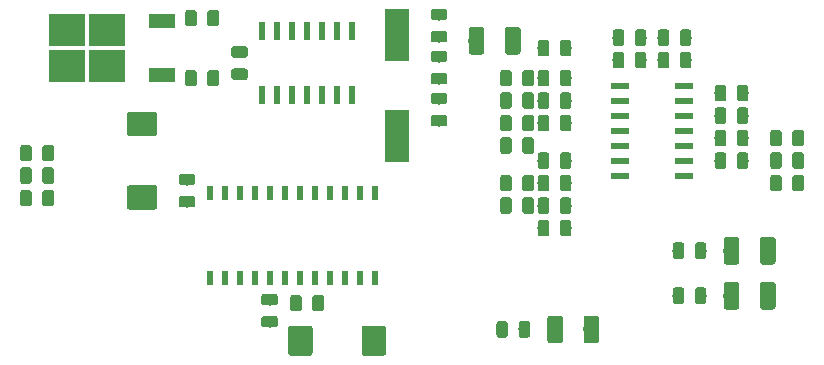
<source format=gtp>
%TF.GenerationSoftware,KiCad,Pcbnew,(5.0.0)*%
%TF.CreationDate,2018-08-28T02:51:19+00:00*%
%TF.ProjectId,rgb2svid,72676232737669642E6B696361645F70,rev?*%
%TF.SameCoordinates,Original*%
%TF.FileFunction,Paste,Top*%
%TF.FilePolarity,Positive*%
%FSLAX46Y46*%
G04 Gerber Fmt 4.6, Leading zero omitted, Abs format (unit mm)*
G04 Created by KiCad (PCBNEW (5.0.0)) date Tue Aug 28 02:51:19 2018*
%MOMM*%
%LPD*%
G01*
G04 APERTURE LIST*
%ADD10R,0.600000X1.200000*%
%ADD11R,3.050000X2.750000*%
%ADD12R,2.200000X1.200000*%
%ADD13R,0.600000X1.500000*%
%ADD14C,0.100000*%
%ADD15C,0.975000*%
%ADD16C,2.075000*%
%ADD17C,1.325000*%
%ADD18R,1.500000X0.600000*%
%ADD19R,2.000000X4.500000*%
G04 APERTURE END LIST*
D10*
%TO.C,U2*%
X111125000Y-101390000D03*
X111125000Y-94190000D03*
X109855000Y-101390000D03*
X109855000Y-94190000D03*
X108585000Y-101390000D03*
X108585000Y-94190000D03*
X107315000Y-101390000D03*
X107315000Y-94190000D03*
X106045000Y-101390000D03*
X106045000Y-94190000D03*
X104775000Y-101390000D03*
X104775000Y-94190000D03*
X103505000Y-101390000D03*
X103505000Y-94190000D03*
X102235000Y-101390000D03*
X102235000Y-94190000D03*
X100965000Y-101390000D03*
X100965000Y-94190000D03*
X99695000Y-101390000D03*
X99695000Y-94190000D03*
X98425000Y-101390000D03*
X98425000Y-94190000D03*
X97155000Y-101390000D03*
X97155000Y-94190000D03*
%TD*%
D11*
%TO.C,U1*%
X88475000Y-80390000D03*
X85125000Y-83440000D03*
X88475000Y-83440000D03*
X85125000Y-80390000D03*
D12*
X93100000Y-79635000D03*
X93100000Y-84195000D03*
%TD*%
D13*
%TO.C,U13*%
X109220000Y-80485000D03*
X107950000Y-80485000D03*
X106680000Y-80485000D03*
X105410000Y-80485000D03*
X104140000Y-80485000D03*
X102870000Y-80485000D03*
X101600000Y-80485000D03*
X101600000Y-85885000D03*
X102870000Y-85885000D03*
X104140000Y-85885000D03*
X105410000Y-85885000D03*
X106680000Y-85885000D03*
X107950000Y-85885000D03*
X109220000Y-85885000D03*
%TD*%
D14*
%TO.C,C1*%
G36*
X95850142Y-83756174D02*
X95873803Y-83759684D01*
X95897007Y-83765496D01*
X95919529Y-83773554D01*
X95941153Y-83783782D01*
X95961670Y-83796079D01*
X95980883Y-83810329D01*
X95998607Y-83826393D01*
X96014671Y-83844117D01*
X96028921Y-83863330D01*
X96041218Y-83883847D01*
X96051446Y-83905471D01*
X96059504Y-83927993D01*
X96065316Y-83951197D01*
X96068826Y-83974858D01*
X96070000Y-83998750D01*
X96070000Y-84911250D01*
X96068826Y-84935142D01*
X96065316Y-84958803D01*
X96059504Y-84982007D01*
X96051446Y-85004529D01*
X96041218Y-85026153D01*
X96028921Y-85046670D01*
X96014671Y-85065883D01*
X95998607Y-85083607D01*
X95980883Y-85099671D01*
X95961670Y-85113921D01*
X95941153Y-85126218D01*
X95919529Y-85136446D01*
X95897007Y-85144504D01*
X95873803Y-85150316D01*
X95850142Y-85153826D01*
X95826250Y-85155000D01*
X95338750Y-85155000D01*
X95314858Y-85153826D01*
X95291197Y-85150316D01*
X95267993Y-85144504D01*
X95245471Y-85136446D01*
X95223847Y-85126218D01*
X95203330Y-85113921D01*
X95184117Y-85099671D01*
X95166393Y-85083607D01*
X95150329Y-85065883D01*
X95136079Y-85046670D01*
X95123782Y-85026153D01*
X95113554Y-85004529D01*
X95105496Y-84982007D01*
X95099684Y-84958803D01*
X95096174Y-84935142D01*
X95095000Y-84911250D01*
X95095000Y-83998750D01*
X95096174Y-83974858D01*
X95099684Y-83951197D01*
X95105496Y-83927993D01*
X95113554Y-83905471D01*
X95123782Y-83883847D01*
X95136079Y-83863330D01*
X95150329Y-83844117D01*
X95166393Y-83826393D01*
X95184117Y-83810329D01*
X95203330Y-83796079D01*
X95223847Y-83783782D01*
X95245471Y-83773554D01*
X95267993Y-83765496D01*
X95291197Y-83759684D01*
X95314858Y-83756174D01*
X95338750Y-83755000D01*
X95826250Y-83755000D01*
X95850142Y-83756174D01*
X95850142Y-83756174D01*
G37*
D15*
X95582500Y-84455000D03*
D14*
G36*
X97725142Y-83756174D02*
X97748803Y-83759684D01*
X97772007Y-83765496D01*
X97794529Y-83773554D01*
X97816153Y-83783782D01*
X97836670Y-83796079D01*
X97855883Y-83810329D01*
X97873607Y-83826393D01*
X97889671Y-83844117D01*
X97903921Y-83863330D01*
X97916218Y-83883847D01*
X97926446Y-83905471D01*
X97934504Y-83927993D01*
X97940316Y-83951197D01*
X97943826Y-83974858D01*
X97945000Y-83998750D01*
X97945000Y-84911250D01*
X97943826Y-84935142D01*
X97940316Y-84958803D01*
X97934504Y-84982007D01*
X97926446Y-85004529D01*
X97916218Y-85026153D01*
X97903921Y-85046670D01*
X97889671Y-85065883D01*
X97873607Y-85083607D01*
X97855883Y-85099671D01*
X97836670Y-85113921D01*
X97816153Y-85126218D01*
X97794529Y-85136446D01*
X97772007Y-85144504D01*
X97748803Y-85150316D01*
X97725142Y-85153826D01*
X97701250Y-85155000D01*
X97213750Y-85155000D01*
X97189858Y-85153826D01*
X97166197Y-85150316D01*
X97142993Y-85144504D01*
X97120471Y-85136446D01*
X97098847Y-85126218D01*
X97078330Y-85113921D01*
X97059117Y-85099671D01*
X97041393Y-85083607D01*
X97025329Y-85065883D01*
X97011079Y-85046670D01*
X96998782Y-85026153D01*
X96988554Y-85004529D01*
X96980496Y-84982007D01*
X96974684Y-84958803D01*
X96971174Y-84935142D01*
X96970000Y-84911250D01*
X96970000Y-83998750D01*
X96971174Y-83974858D01*
X96974684Y-83951197D01*
X96980496Y-83927993D01*
X96988554Y-83905471D01*
X96998782Y-83883847D01*
X97011079Y-83863330D01*
X97025329Y-83844117D01*
X97041393Y-83826393D01*
X97059117Y-83810329D01*
X97078330Y-83796079D01*
X97098847Y-83783782D01*
X97120471Y-83773554D01*
X97142993Y-83765496D01*
X97166197Y-83759684D01*
X97189858Y-83756174D01*
X97213750Y-83755000D01*
X97701250Y-83755000D01*
X97725142Y-83756174D01*
X97725142Y-83756174D01*
G37*
D15*
X97457500Y-84455000D03*
%TD*%
D14*
%TO.C,C2*%
G36*
X83755142Y-90106174D02*
X83778803Y-90109684D01*
X83802007Y-90115496D01*
X83824529Y-90123554D01*
X83846153Y-90133782D01*
X83866670Y-90146079D01*
X83885883Y-90160329D01*
X83903607Y-90176393D01*
X83919671Y-90194117D01*
X83933921Y-90213330D01*
X83946218Y-90233847D01*
X83956446Y-90255471D01*
X83964504Y-90277993D01*
X83970316Y-90301197D01*
X83973826Y-90324858D01*
X83975000Y-90348750D01*
X83975000Y-91261250D01*
X83973826Y-91285142D01*
X83970316Y-91308803D01*
X83964504Y-91332007D01*
X83956446Y-91354529D01*
X83946218Y-91376153D01*
X83933921Y-91396670D01*
X83919671Y-91415883D01*
X83903607Y-91433607D01*
X83885883Y-91449671D01*
X83866670Y-91463921D01*
X83846153Y-91476218D01*
X83824529Y-91486446D01*
X83802007Y-91494504D01*
X83778803Y-91500316D01*
X83755142Y-91503826D01*
X83731250Y-91505000D01*
X83243750Y-91505000D01*
X83219858Y-91503826D01*
X83196197Y-91500316D01*
X83172993Y-91494504D01*
X83150471Y-91486446D01*
X83128847Y-91476218D01*
X83108330Y-91463921D01*
X83089117Y-91449671D01*
X83071393Y-91433607D01*
X83055329Y-91415883D01*
X83041079Y-91396670D01*
X83028782Y-91376153D01*
X83018554Y-91354529D01*
X83010496Y-91332007D01*
X83004684Y-91308803D01*
X83001174Y-91285142D01*
X83000000Y-91261250D01*
X83000000Y-90348750D01*
X83001174Y-90324858D01*
X83004684Y-90301197D01*
X83010496Y-90277993D01*
X83018554Y-90255471D01*
X83028782Y-90233847D01*
X83041079Y-90213330D01*
X83055329Y-90194117D01*
X83071393Y-90176393D01*
X83089117Y-90160329D01*
X83108330Y-90146079D01*
X83128847Y-90133782D01*
X83150471Y-90123554D01*
X83172993Y-90115496D01*
X83196197Y-90109684D01*
X83219858Y-90106174D01*
X83243750Y-90105000D01*
X83731250Y-90105000D01*
X83755142Y-90106174D01*
X83755142Y-90106174D01*
G37*
D15*
X83487500Y-90805000D03*
D14*
G36*
X81880142Y-90106174D02*
X81903803Y-90109684D01*
X81927007Y-90115496D01*
X81949529Y-90123554D01*
X81971153Y-90133782D01*
X81991670Y-90146079D01*
X82010883Y-90160329D01*
X82028607Y-90176393D01*
X82044671Y-90194117D01*
X82058921Y-90213330D01*
X82071218Y-90233847D01*
X82081446Y-90255471D01*
X82089504Y-90277993D01*
X82095316Y-90301197D01*
X82098826Y-90324858D01*
X82100000Y-90348750D01*
X82100000Y-91261250D01*
X82098826Y-91285142D01*
X82095316Y-91308803D01*
X82089504Y-91332007D01*
X82081446Y-91354529D01*
X82071218Y-91376153D01*
X82058921Y-91396670D01*
X82044671Y-91415883D01*
X82028607Y-91433607D01*
X82010883Y-91449671D01*
X81991670Y-91463921D01*
X81971153Y-91476218D01*
X81949529Y-91486446D01*
X81927007Y-91494504D01*
X81903803Y-91500316D01*
X81880142Y-91503826D01*
X81856250Y-91505000D01*
X81368750Y-91505000D01*
X81344858Y-91503826D01*
X81321197Y-91500316D01*
X81297993Y-91494504D01*
X81275471Y-91486446D01*
X81253847Y-91476218D01*
X81233330Y-91463921D01*
X81214117Y-91449671D01*
X81196393Y-91433607D01*
X81180329Y-91415883D01*
X81166079Y-91396670D01*
X81153782Y-91376153D01*
X81143554Y-91354529D01*
X81135496Y-91332007D01*
X81129684Y-91308803D01*
X81126174Y-91285142D01*
X81125000Y-91261250D01*
X81125000Y-90348750D01*
X81126174Y-90324858D01*
X81129684Y-90301197D01*
X81135496Y-90277993D01*
X81143554Y-90255471D01*
X81153782Y-90233847D01*
X81166079Y-90213330D01*
X81180329Y-90194117D01*
X81196393Y-90176393D01*
X81214117Y-90160329D01*
X81233330Y-90146079D01*
X81253847Y-90133782D01*
X81275471Y-90123554D01*
X81297993Y-90115496D01*
X81321197Y-90109684D01*
X81344858Y-90106174D01*
X81368750Y-90105000D01*
X81856250Y-90105000D01*
X81880142Y-90106174D01*
X81880142Y-90106174D01*
G37*
D15*
X81612500Y-90805000D03*
%TD*%
D14*
%TO.C,C3*%
G36*
X97725142Y-78676174D02*
X97748803Y-78679684D01*
X97772007Y-78685496D01*
X97794529Y-78693554D01*
X97816153Y-78703782D01*
X97836670Y-78716079D01*
X97855883Y-78730329D01*
X97873607Y-78746393D01*
X97889671Y-78764117D01*
X97903921Y-78783330D01*
X97916218Y-78803847D01*
X97926446Y-78825471D01*
X97934504Y-78847993D01*
X97940316Y-78871197D01*
X97943826Y-78894858D01*
X97945000Y-78918750D01*
X97945000Y-79831250D01*
X97943826Y-79855142D01*
X97940316Y-79878803D01*
X97934504Y-79902007D01*
X97926446Y-79924529D01*
X97916218Y-79946153D01*
X97903921Y-79966670D01*
X97889671Y-79985883D01*
X97873607Y-80003607D01*
X97855883Y-80019671D01*
X97836670Y-80033921D01*
X97816153Y-80046218D01*
X97794529Y-80056446D01*
X97772007Y-80064504D01*
X97748803Y-80070316D01*
X97725142Y-80073826D01*
X97701250Y-80075000D01*
X97213750Y-80075000D01*
X97189858Y-80073826D01*
X97166197Y-80070316D01*
X97142993Y-80064504D01*
X97120471Y-80056446D01*
X97098847Y-80046218D01*
X97078330Y-80033921D01*
X97059117Y-80019671D01*
X97041393Y-80003607D01*
X97025329Y-79985883D01*
X97011079Y-79966670D01*
X96998782Y-79946153D01*
X96988554Y-79924529D01*
X96980496Y-79902007D01*
X96974684Y-79878803D01*
X96971174Y-79855142D01*
X96970000Y-79831250D01*
X96970000Y-78918750D01*
X96971174Y-78894858D01*
X96974684Y-78871197D01*
X96980496Y-78847993D01*
X96988554Y-78825471D01*
X96998782Y-78803847D01*
X97011079Y-78783330D01*
X97025329Y-78764117D01*
X97041393Y-78746393D01*
X97059117Y-78730329D01*
X97078330Y-78716079D01*
X97098847Y-78703782D01*
X97120471Y-78693554D01*
X97142993Y-78685496D01*
X97166197Y-78679684D01*
X97189858Y-78676174D01*
X97213750Y-78675000D01*
X97701250Y-78675000D01*
X97725142Y-78676174D01*
X97725142Y-78676174D01*
G37*
D15*
X97457500Y-79375000D03*
D14*
G36*
X95850142Y-78676174D02*
X95873803Y-78679684D01*
X95897007Y-78685496D01*
X95919529Y-78693554D01*
X95941153Y-78703782D01*
X95961670Y-78716079D01*
X95980883Y-78730329D01*
X95998607Y-78746393D01*
X96014671Y-78764117D01*
X96028921Y-78783330D01*
X96041218Y-78803847D01*
X96051446Y-78825471D01*
X96059504Y-78847993D01*
X96065316Y-78871197D01*
X96068826Y-78894858D01*
X96070000Y-78918750D01*
X96070000Y-79831250D01*
X96068826Y-79855142D01*
X96065316Y-79878803D01*
X96059504Y-79902007D01*
X96051446Y-79924529D01*
X96041218Y-79946153D01*
X96028921Y-79966670D01*
X96014671Y-79985883D01*
X95998607Y-80003607D01*
X95980883Y-80019671D01*
X95961670Y-80033921D01*
X95941153Y-80046218D01*
X95919529Y-80056446D01*
X95897007Y-80064504D01*
X95873803Y-80070316D01*
X95850142Y-80073826D01*
X95826250Y-80075000D01*
X95338750Y-80075000D01*
X95314858Y-80073826D01*
X95291197Y-80070316D01*
X95267993Y-80064504D01*
X95245471Y-80056446D01*
X95223847Y-80046218D01*
X95203330Y-80033921D01*
X95184117Y-80019671D01*
X95166393Y-80003607D01*
X95150329Y-79985883D01*
X95136079Y-79966670D01*
X95123782Y-79946153D01*
X95113554Y-79924529D01*
X95105496Y-79902007D01*
X95099684Y-79878803D01*
X95096174Y-79855142D01*
X95095000Y-79831250D01*
X95095000Y-78918750D01*
X95096174Y-78894858D01*
X95099684Y-78871197D01*
X95105496Y-78847993D01*
X95113554Y-78825471D01*
X95123782Y-78803847D01*
X95136079Y-78783330D01*
X95150329Y-78764117D01*
X95166393Y-78746393D01*
X95184117Y-78730329D01*
X95203330Y-78716079D01*
X95223847Y-78703782D01*
X95245471Y-78693554D01*
X95267993Y-78685496D01*
X95291197Y-78679684D01*
X95314858Y-78676174D01*
X95338750Y-78675000D01*
X95826250Y-78675000D01*
X95850142Y-78676174D01*
X95850142Y-78676174D01*
G37*
D15*
X95582500Y-79375000D03*
%TD*%
D14*
%TO.C,C4*%
G36*
X81880142Y-92011174D02*
X81903803Y-92014684D01*
X81927007Y-92020496D01*
X81949529Y-92028554D01*
X81971153Y-92038782D01*
X81991670Y-92051079D01*
X82010883Y-92065329D01*
X82028607Y-92081393D01*
X82044671Y-92099117D01*
X82058921Y-92118330D01*
X82071218Y-92138847D01*
X82081446Y-92160471D01*
X82089504Y-92182993D01*
X82095316Y-92206197D01*
X82098826Y-92229858D01*
X82100000Y-92253750D01*
X82100000Y-93166250D01*
X82098826Y-93190142D01*
X82095316Y-93213803D01*
X82089504Y-93237007D01*
X82081446Y-93259529D01*
X82071218Y-93281153D01*
X82058921Y-93301670D01*
X82044671Y-93320883D01*
X82028607Y-93338607D01*
X82010883Y-93354671D01*
X81991670Y-93368921D01*
X81971153Y-93381218D01*
X81949529Y-93391446D01*
X81927007Y-93399504D01*
X81903803Y-93405316D01*
X81880142Y-93408826D01*
X81856250Y-93410000D01*
X81368750Y-93410000D01*
X81344858Y-93408826D01*
X81321197Y-93405316D01*
X81297993Y-93399504D01*
X81275471Y-93391446D01*
X81253847Y-93381218D01*
X81233330Y-93368921D01*
X81214117Y-93354671D01*
X81196393Y-93338607D01*
X81180329Y-93320883D01*
X81166079Y-93301670D01*
X81153782Y-93281153D01*
X81143554Y-93259529D01*
X81135496Y-93237007D01*
X81129684Y-93213803D01*
X81126174Y-93190142D01*
X81125000Y-93166250D01*
X81125000Y-92253750D01*
X81126174Y-92229858D01*
X81129684Y-92206197D01*
X81135496Y-92182993D01*
X81143554Y-92160471D01*
X81153782Y-92138847D01*
X81166079Y-92118330D01*
X81180329Y-92099117D01*
X81196393Y-92081393D01*
X81214117Y-92065329D01*
X81233330Y-92051079D01*
X81253847Y-92038782D01*
X81275471Y-92028554D01*
X81297993Y-92020496D01*
X81321197Y-92014684D01*
X81344858Y-92011174D01*
X81368750Y-92010000D01*
X81856250Y-92010000D01*
X81880142Y-92011174D01*
X81880142Y-92011174D01*
G37*
D15*
X81612500Y-92710000D03*
D14*
G36*
X83755142Y-92011174D02*
X83778803Y-92014684D01*
X83802007Y-92020496D01*
X83824529Y-92028554D01*
X83846153Y-92038782D01*
X83866670Y-92051079D01*
X83885883Y-92065329D01*
X83903607Y-92081393D01*
X83919671Y-92099117D01*
X83933921Y-92118330D01*
X83946218Y-92138847D01*
X83956446Y-92160471D01*
X83964504Y-92182993D01*
X83970316Y-92206197D01*
X83973826Y-92229858D01*
X83975000Y-92253750D01*
X83975000Y-93166250D01*
X83973826Y-93190142D01*
X83970316Y-93213803D01*
X83964504Y-93237007D01*
X83956446Y-93259529D01*
X83946218Y-93281153D01*
X83933921Y-93301670D01*
X83919671Y-93320883D01*
X83903607Y-93338607D01*
X83885883Y-93354671D01*
X83866670Y-93368921D01*
X83846153Y-93381218D01*
X83824529Y-93391446D01*
X83802007Y-93399504D01*
X83778803Y-93405316D01*
X83755142Y-93408826D01*
X83731250Y-93410000D01*
X83243750Y-93410000D01*
X83219858Y-93408826D01*
X83196197Y-93405316D01*
X83172993Y-93399504D01*
X83150471Y-93391446D01*
X83128847Y-93381218D01*
X83108330Y-93368921D01*
X83089117Y-93354671D01*
X83071393Y-93338607D01*
X83055329Y-93320883D01*
X83041079Y-93301670D01*
X83028782Y-93281153D01*
X83018554Y-93259529D01*
X83010496Y-93237007D01*
X83004684Y-93213803D01*
X83001174Y-93190142D01*
X83000000Y-93166250D01*
X83000000Y-92253750D01*
X83001174Y-92229858D01*
X83004684Y-92206197D01*
X83010496Y-92182993D01*
X83018554Y-92160471D01*
X83028782Y-92138847D01*
X83041079Y-92118330D01*
X83055329Y-92099117D01*
X83071393Y-92081393D01*
X83089117Y-92065329D01*
X83108330Y-92051079D01*
X83128847Y-92038782D01*
X83150471Y-92028554D01*
X83172993Y-92020496D01*
X83196197Y-92014684D01*
X83219858Y-92011174D01*
X83243750Y-92010000D01*
X83731250Y-92010000D01*
X83755142Y-92011174D01*
X83755142Y-92011174D01*
G37*
D15*
X83487500Y-92710000D03*
%TD*%
D14*
%TO.C,C5*%
G36*
X83755142Y-93916174D02*
X83778803Y-93919684D01*
X83802007Y-93925496D01*
X83824529Y-93933554D01*
X83846153Y-93943782D01*
X83866670Y-93956079D01*
X83885883Y-93970329D01*
X83903607Y-93986393D01*
X83919671Y-94004117D01*
X83933921Y-94023330D01*
X83946218Y-94043847D01*
X83956446Y-94065471D01*
X83964504Y-94087993D01*
X83970316Y-94111197D01*
X83973826Y-94134858D01*
X83975000Y-94158750D01*
X83975000Y-95071250D01*
X83973826Y-95095142D01*
X83970316Y-95118803D01*
X83964504Y-95142007D01*
X83956446Y-95164529D01*
X83946218Y-95186153D01*
X83933921Y-95206670D01*
X83919671Y-95225883D01*
X83903607Y-95243607D01*
X83885883Y-95259671D01*
X83866670Y-95273921D01*
X83846153Y-95286218D01*
X83824529Y-95296446D01*
X83802007Y-95304504D01*
X83778803Y-95310316D01*
X83755142Y-95313826D01*
X83731250Y-95315000D01*
X83243750Y-95315000D01*
X83219858Y-95313826D01*
X83196197Y-95310316D01*
X83172993Y-95304504D01*
X83150471Y-95296446D01*
X83128847Y-95286218D01*
X83108330Y-95273921D01*
X83089117Y-95259671D01*
X83071393Y-95243607D01*
X83055329Y-95225883D01*
X83041079Y-95206670D01*
X83028782Y-95186153D01*
X83018554Y-95164529D01*
X83010496Y-95142007D01*
X83004684Y-95118803D01*
X83001174Y-95095142D01*
X83000000Y-95071250D01*
X83000000Y-94158750D01*
X83001174Y-94134858D01*
X83004684Y-94111197D01*
X83010496Y-94087993D01*
X83018554Y-94065471D01*
X83028782Y-94043847D01*
X83041079Y-94023330D01*
X83055329Y-94004117D01*
X83071393Y-93986393D01*
X83089117Y-93970329D01*
X83108330Y-93956079D01*
X83128847Y-93943782D01*
X83150471Y-93933554D01*
X83172993Y-93925496D01*
X83196197Y-93919684D01*
X83219858Y-93916174D01*
X83243750Y-93915000D01*
X83731250Y-93915000D01*
X83755142Y-93916174D01*
X83755142Y-93916174D01*
G37*
D15*
X83487500Y-94615000D03*
D14*
G36*
X81880142Y-93916174D02*
X81903803Y-93919684D01*
X81927007Y-93925496D01*
X81949529Y-93933554D01*
X81971153Y-93943782D01*
X81991670Y-93956079D01*
X82010883Y-93970329D01*
X82028607Y-93986393D01*
X82044671Y-94004117D01*
X82058921Y-94023330D01*
X82071218Y-94043847D01*
X82081446Y-94065471D01*
X82089504Y-94087993D01*
X82095316Y-94111197D01*
X82098826Y-94134858D01*
X82100000Y-94158750D01*
X82100000Y-95071250D01*
X82098826Y-95095142D01*
X82095316Y-95118803D01*
X82089504Y-95142007D01*
X82081446Y-95164529D01*
X82071218Y-95186153D01*
X82058921Y-95206670D01*
X82044671Y-95225883D01*
X82028607Y-95243607D01*
X82010883Y-95259671D01*
X81991670Y-95273921D01*
X81971153Y-95286218D01*
X81949529Y-95296446D01*
X81927007Y-95304504D01*
X81903803Y-95310316D01*
X81880142Y-95313826D01*
X81856250Y-95315000D01*
X81368750Y-95315000D01*
X81344858Y-95313826D01*
X81321197Y-95310316D01*
X81297993Y-95304504D01*
X81275471Y-95296446D01*
X81253847Y-95286218D01*
X81233330Y-95273921D01*
X81214117Y-95259671D01*
X81196393Y-95243607D01*
X81180329Y-95225883D01*
X81166079Y-95206670D01*
X81153782Y-95186153D01*
X81143554Y-95164529D01*
X81135496Y-95142007D01*
X81129684Y-95118803D01*
X81126174Y-95095142D01*
X81125000Y-95071250D01*
X81125000Y-94158750D01*
X81126174Y-94134858D01*
X81129684Y-94111197D01*
X81135496Y-94087993D01*
X81143554Y-94065471D01*
X81153782Y-94043847D01*
X81166079Y-94023330D01*
X81180329Y-94004117D01*
X81196393Y-93986393D01*
X81214117Y-93970329D01*
X81233330Y-93956079D01*
X81253847Y-93943782D01*
X81275471Y-93933554D01*
X81297993Y-93925496D01*
X81321197Y-93919684D01*
X81344858Y-93916174D01*
X81368750Y-93915000D01*
X81856250Y-93915000D01*
X81880142Y-93916174D01*
X81880142Y-93916174D01*
G37*
D15*
X81612500Y-94615000D03*
%TD*%
D14*
%TO.C,C6*%
G36*
X111874504Y-105406204D02*
X111898773Y-105409804D01*
X111922571Y-105415765D01*
X111945671Y-105424030D01*
X111967849Y-105434520D01*
X111988893Y-105447133D01*
X112008598Y-105461747D01*
X112026777Y-105478223D01*
X112043253Y-105496402D01*
X112057867Y-105516107D01*
X112070480Y-105537151D01*
X112080970Y-105559329D01*
X112089235Y-105582429D01*
X112095196Y-105606227D01*
X112098796Y-105630496D01*
X112100000Y-105655000D01*
X112100000Y-107705000D01*
X112098796Y-107729504D01*
X112095196Y-107753773D01*
X112089235Y-107777571D01*
X112080970Y-107800671D01*
X112070480Y-107822849D01*
X112057867Y-107843893D01*
X112043253Y-107863598D01*
X112026777Y-107881777D01*
X112008598Y-107898253D01*
X111988893Y-107912867D01*
X111967849Y-107925480D01*
X111945671Y-107935970D01*
X111922571Y-107944235D01*
X111898773Y-107950196D01*
X111874504Y-107953796D01*
X111850000Y-107955000D01*
X110275000Y-107955000D01*
X110250496Y-107953796D01*
X110226227Y-107950196D01*
X110202429Y-107944235D01*
X110179329Y-107935970D01*
X110157151Y-107925480D01*
X110136107Y-107912867D01*
X110116402Y-107898253D01*
X110098223Y-107881777D01*
X110081747Y-107863598D01*
X110067133Y-107843893D01*
X110054520Y-107822849D01*
X110044030Y-107800671D01*
X110035765Y-107777571D01*
X110029804Y-107753773D01*
X110026204Y-107729504D01*
X110025000Y-107705000D01*
X110025000Y-105655000D01*
X110026204Y-105630496D01*
X110029804Y-105606227D01*
X110035765Y-105582429D01*
X110044030Y-105559329D01*
X110054520Y-105537151D01*
X110067133Y-105516107D01*
X110081747Y-105496402D01*
X110098223Y-105478223D01*
X110116402Y-105461747D01*
X110136107Y-105447133D01*
X110157151Y-105434520D01*
X110179329Y-105424030D01*
X110202429Y-105415765D01*
X110226227Y-105409804D01*
X110250496Y-105406204D01*
X110275000Y-105405000D01*
X111850000Y-105405000D01*
X111874504Y-105406204D01*
X111874504Y-105406204D01*
G37*
D16*
X111062500Y-106680000D03*
D14*
G36*
X105649504Y-105406204D02*
X105673773Y-105409804D01*
X105697571Y-105415765D01*
X105720671Y-105424030D01*
X105742849Y-105434520D01*
X105763893Y-105447133D01*
X105783598Y-105461747D01*
X105801777Y-105478223D01*
X105818253Y-105496402D01*
X105832867Y-105516107D01*
X105845480Y-105537151D01*
X105855970Y-105559329D01*
X105864235Y-105582429D01*
X105870196Y-105606227D01*
X105873796Y-105630496D01*
X105875000Y-105655000D01*
X105875000Y-107705000D01*
X105873796Y-107729504D01*
X105870196Y-107753773D01*
X105864235Y-107777571D01*
X105855970Y-107800671D01*
X105845480Y-107822849D01*
X105832867Y-107843893D01*
X105818253Y-107863598D01*
X105801777Y-107881777D01*
X105783598Y-107898253D01*
X105763893Y-107912867D01*
X105742849Y-107925480D01*
X105720671Y-107935970D01*
X105697571Y-107944235D01*
X105673773Y-107950196D01*
X105649504Y-107953796D01*
X105625000Y-107955000D01*
X104050000Y-107955000D01*
X104025496Y-107953796D01*
X104001227Y-107950196D01*
X103977429Y-107944235D01*
X103954329Y-107935970D01*
X103932151Y-107925480D01*
X103911107Y-107912867D01*
X103891402Y-107898253D01*
X103873223Y-107881777D01*
X103856747Y-107863598D01*
X103842133Y-107843893D01*
X103829520Y-107822849D01*
X103819030Y-107800671D01*
X103810765Y-107777571D01*
X103804804Y-107753773D01*
X103801204Y-107729504D01*
X103800000Y-107705000D01*
X103800000Y-105655000D01*
X103801204Y-105630496D01*
X103804804Y-105606227D01*
X103810765Y-105582429D01*
X103819030Y-105559329D01*
X103829520Y-105537151D01*
X103842133Y-105516107D01*
X103856747Y-105496402D01*
X103873223Y-105478223D01*
X103891402Y-105461747D01*
X103911107Y-105447133D01*
X103932151Y-105434520D01*
X103954329Y-105424030D01*
X103977429Y-105415765D01*
X104001227Y-105409804D01*
X104025496Y-105406204D01*
X104050000Y-105405000D01*
X105625000Y-105405000D01*
X105649504Y-105406204D01*
X105649504Y-105406204D01*
G37*
D16*
X104837500Y-106680000D03*
%TD*%
D14*
%TO.C,C7*%
G36*
X104740142Y-102806174D02*
X104763803Y-102809684D01*
X104787007Y-102815496D01*
X104809529Y-102823554D01*
X104831153Y-102833782D01*
X104851670Y-102846079D01*
X104870883Y-102860329D01*
X104888607Y-102876393D01*
X104904671Y-102894117D01*
X104918921Y-102913330D01*
X104931218Y-102933847D01*
X104941446Y-102955471D01*
X104949504Y-102977993D01*
X104955316Y-103001197D01*
X104958826Y-103024858D01*
X104960000Y-103048750D01*
X104960000Y-103961250D01*
X104958826Y-103985142D01*
X104955316Y-104008803D01*
X104949504Y-104032007D01*
X104941446Y-104054529D01*
X104931218Y-104076153D01*
X104918921Y-104096670D01*
X104904671Y-104115883D01*
X104888607Y-104133607D01*
X104870883Y-104149671D01*
X104851670Y-104163921D01*
X104831153Y-104176218D01*
X104809529Y-104186446D01*
X104787007Y-104194504D01*
X104763803Y-104200316D01*
X104740142Y-104203826D01*
X104716250Y-104205000D01*
X104228750Y-104205000D01*
X104204858Y-104203826D01*
X104181197Y-104200316D01*
X104157993Y-104194504D01*
X104135471Y-104186446D01*
X104113847Y-104176218D01*
X104093330Y-104163921D01*
X104074117Y-104149671D01*
X104056393Y-104133607D01*
X104040329Y-104115883D01*
X104026079Y-104096670D01*
X104013782Y-104076153D01*
X104003554Y-104054529D01*
X103995496Y-104032007D01*
X103989684Y-104008803D01*
X103986174Y-103985142D01*
X103985000Y-103961250D01*
X103985000Y-103048750D01*
X103986174Y-103024858D01*
X103989684Y-103001197D01*
X103995496Y-102977993D01*
X104003554Y-102955471D01*
X104013782Y-102933847D01*
X104026079Y-102913330D01*
X104040329Y-102894117D01*
X104056393Y-102876393D01*
X104074117Y-102860329D01*
X104093330Y-102846079D01*
X104113847Y-102833782D01*
X104135471Y-102823554D01*
X104157993Y-102815496D01*
X104181197Y-102809684D01*
X104204858Y-102806174D01*
X104228750Y-102805000D01*
X104716250Y-102805000D01*
X104740142Y-102806174D01*
X104740142Y-102806174D01*
G37*
D15*
X104472500Y-103505000D03*
D14*
G36*
X106615142Y-102806174D02*
X106638803Y-102809684D01*
X106662007Y-102815496D01*
X106684529Y-102823554D01*
X106706153Y-102833782D01*
X106726670Y-102846079D01*
X106745883Y-102860329D01*
X106763607Y-102876393D01*
X106779671Y-102894117D01*
X106793921Y-102913330D01*
X106806218Y-102933847D01*
X106816446Y-102955471D01*
X106824504Y-102977993D01*
X106830316Y-103001197D01*
X106833826Y-103024858D01*
X106835000Y-103048750D01*
X106835000Y-103961250D01*
X106833826Y-103985142D01*
X106830316Y-104008803D01*
X106824504Y-104032007D01*
X106816446Y-104054529D01*
X106806218Y-104076153D01*
X106793921Y-104096670D01*
X106779671Y-104115883D01*
X106763607Y-104133607D01*
X106745883Y-104149671D01*
X106726670Y-104163921D01*
X106706153Y-104176218D01*
X106684529Y-104186446D01*
X106662007Y-104194504D01*
X106638803Y-104200316D01*
X106615142Y-104203826D01*
X106591250Y-104205000D01*
X106103750Y-104205000D01*
X106079858Y-104203826D01*
X106056197Y-104200316D01*
X106032993Y-104194504D01*
X106010471Y-104186446D01*
X105988847Y-104176218D01*
X105968330Y-104163921D01*
X105949117Y-104149671D01*
X105931393Y-104133607D01*
X105915329Y-104115883D01*
X105901079Y-104096670D01*
X105888782Y-104076153D01*
X105878554Y-104054529D01*
X105870496Y-104032007D01*
X105864684Y-104008803D01*
X105861174Y-103985142D01*
X105860000Y-103961250D01*
X105860000Y-103048750D01*
X105861174Y-103024858D01*
X105864684Y-103001197D01*
X105870496Y-102977993D01*
X105878554Y-102955471D01*
X105888782Y-102933847D01*
X105901079Y-102913330D01*
X105915329Y-102894117D01*
X105931393Y-102876393D01*
X105949117Y-102860329D01*
X105968330Y-102846079D01*
X105988847Y-102833782D01*
X106010471Y-102823554D01*
X106032993Y-102815496D01*
X106056197Y-102809684D01*
X106079858Y-102806174D01*
X106103750Y-102805000D01*
X106591250Y-102805000D01*
X106615142Y-102806174D01*
X106615142Y-102806174D01*
G37*
D15*
X106347500Y-103505000D03*
%TD*%
D14*
%TO.C,C8*%
G36*
X95730142Y-92556174D02*
X95753803Y-92559684D01*
X95777007Y-92565496D01*
X95799529Y-92573554D01*
X95821153Y-92583782D01*
X95841670Y-92596079D01*
X95860883Y-92610329D01*
X95878607Y-92626393D01*
X95894671Y-92644117D01*
X95908921Y-92663330D01*
X95921218Y-92683847D01*
X95931446Y-92705471D01*
X95939504Y-92727993D01*
X95945316Y-92751197D01*
X95948826Y-92774858D01*
X95950000Y-92798750D01*
X95950000Y-93286250D01*
X95948826Y-93310142D01*
X95945316Y-93333803D01*
X95939504Y-93357007D01*
X95931446Y-93379529D01*
X95921218Y-93401153D01*
X95908921Y-93421670D01*
X95894671Y-93440883D01*
X95878607Y-93458607D01*
X95860883Y-93474671D01*
X95841670Y-93488921D01*
X95821153Y-93501218D01*
X95799529Y-93511446D01*
X95777007Y-93519504D01*
X95753803Y-93525316D01*
X95730142Y-93528826D01*
X95706250Y-93530000D01*
X94793750Y-93530000D01*
X94769858Y-93528826D01*
X94746197Y-93525316D01*
X94722993Y-93519504D01*
X94700471Y-93511446D01*
X94678847Y-93501218D01*
X94658330Y-93488921D01*
X94639117Y-93474671D01*
X94621393Y-93458607D01*
X94605329Y-93440883D01*
X94591079Y-93421670D01*
X94578782Y-93401153D01*
X94568554Y-93379529D01*
X94560496Y-93357007D01*
X94554684Y-93333803D01*
X94551174Y-93310142D01*
X94550000Y-93286250D01*
X94550000Y-92798750D01*
X94551174Y-92774858D01*
X94554684Y-92751197D01*
X94560496Y-92727993D01*
X94568554Y-92705471D01*
X94578782Y-92683847D01*
X94591079Y-92663330D01*
X94605329Y-92644117D01*
X94621393Y-92626393D01*
X94639117Y-92610329D01*
X94658330Y-92596079D01*
X94678847Y-92583782D01*
X94700471Y-92573554D01*
X94722993Y-92565496D01*
X94746197Y-92559684D01*
X94769858Y-92556174D01*
X94793750Y-92555000D01*
X95706250Y-92555000D01*
X95730142Y-92556174D01*
X95730142Y-92556174D01*
G37*
D15*
X95250000Y-93042500D03*
D14*
G36*
X95730142Y-94431174D02*
X95753803Y-94434684D01*
X95777007Y-94440496D01*
X95799529Y-94448554D01*
X95821153Y-94458782D01*
X95841670Y-94471079D01*
X95860883Y-94485329D01*
X95878607Y-94501393D01*
X95894671Y-94519117D01*
X95908921Y-94538330D01*
X95921218Y-94558847D01*
X95931446Y-94580471D01*
X95939504Y-94602993D01*
X95945316Y-94626197D01*
X95948826Y-94649858D01*
X95950000Y-94673750D01*
X95950000Y-95161250D01*
X95948826Y-95185142D01*
X95945316Y-95208803D01*
X95939504Y-95232007D01*
X95931446Y-95254529D01*
X95921218Y-95276153D01*
X95908921Y-95296670D01*
X95894671Y-95315883D01*
X95878607Y-95333607D01*
X95860883Y-95349671D01*
X95841670Y-95363921D01*
X95821153Y-95376218D01*
X95799529Y-95386446D01*
X95777007Y-95394504D01*
X95753803Y-95400316D01*
X95730142Y-95403826D01*
X95706250Y-95405000D01*
X94793750Y-95405000D01*
X94769858Y-95403826D01*
X94746197Y-95400316D01*
X94722993Y-95394504D01*
X94700471Y-95386446D01*
X94678847Y-95376218D01*
X94658330Y-95363921D01*
X94639117Y-95349671D01*
X94621393Y-95333607D01*
X94605329Y-95315883D01*
X94591079Y-95296670D01*
X94578782Y-95276153D01*
X94568554Y-95254529D01*
X94560496Y-95232007D01*
X94554684Y-95208803D01*
X94551174Y-95185142D01*
X94550000Y-95161250D01*
X94550000Y-94673750D01*
X94551174Y-94649858D01*
X94554684Y-94626197D01*
X94560496Y-94602993D01*
X94568554Y-94580471D01*
X94578782Y-94558847D01*
X94591079Y-94538330D01*
X94605329Y-94519117D01*
X94621393Y-94501393D01*
X94639117Y-94485329D01*
X94658330Y-94471079D01*
X94678847Y-94458782D01*
X94700471Y-94448554D01*
X94722993Y-94440496D01*
X94746197Y-94434684D01*
X94769858Y-94431174D01*
X94793750Y-94430000D01*
X95706250Y-94430000D01*
X95730142Y-94431174D01*
X95730142Y-94431174D01*
G37*
D15*
X95250000Y-94917500D03*
%TD*%
D14*
%TO.C,C9*%
G36*
X92489504Y-93516204D02*
X92513773Y-93519804D01*
X92537571Y-93525765D01*
X92560671Y-93534030D01*
X92582849Y-93544520D01*
X92603893Y-93557133D01*
X92623598Y-93571747D01*
X92641777Y-93588223D01*
X92658253Y-93606402D01*
X92672867Y-93626107D01*
X92685480Y-93647151D01*
X92695970Y-93669329D01*
X92704235Y-93692429D01*
X92710196Y-93716227D01*
X92713796Y-93740496D01*
X92715000Y-93765000D01*
X92715000Y-95340000D01*
X92713796Y-95364504D01*
X92710196Y-95388773D01*
X92704235Y-95412571D01*
X92695970Y-95435671D01*
X92685480Y-95457849D01*
X92672867Y-95478893D01*
X92658253Y-95498598D01*
X92641777Y-95516777D01*
X92623598Y-95533253D01*
X92603893Y-95547867D01*
X92582849Y-95560480D01*
X92560671Y-95570970D01*
X92537571Y-95579235D01*
X92513773Y-95585196D01*
X92489504Y-95588796D01*
X92465000Y-95590000D01*
X90415000Y-95590000D01*
X90390496Y-95588796D01*
X90366227Y-95585196D01*
X90342429Y-95579235D01*
X90319329Y-95570970D01*
X90297151Y-95560480D01*
X90276107Y-95547867D01*
X90256402Y-95533253D01*
X90238223Y-95516777D01*
X90221747Y-95498598D01*
X90207133Y-95478893D01*
X90194520Y-95457849D01*
X90184030Y-95435671D01*
X90175765Y-95412571D01*
X90169804Y-95388773D01*
X90166204Y-95364504D01*
X90165000Y-95340000D01*
X90165000Y-93765000D01*
X90166204Y-93740496D01*
X90169804Y-93716227D01*
X90175765Y-93692429D01*
X90184030Y-93669329D01*
X90194520Y-93647151D01*
X90207133Y-93626107D01*
X90221747Y-93606402D01*
X90238223Y-93588223D01*
X90256402Y-93571747D01*
X90276107Y-93557133D01*
X90297151Y-93544520D01*
X90319329Y-93534030D01*
X90342429Y-93525765D01*
X90366227Y-93519804D01*
X90390496Y-93516204D01*
X90415000Y-93515000D01*
X92465000Y-93515000D01*
X92489504Y-93516204D01*
X92489504Y-93516204D01*
G37*
D16*
X91440000Y-94552500D03*
D14*
G36*
X92489504Y-87291204D02*
X92513773Y-87294804D01*
X92537571Y-87300765D01*
X92560671Y-87309030D01*
X92582849Y-87319520D01*
X92603893Y-87332133D01*
X92623598Y-87346747D01*
X92641777Y-87363223D01*
X92658253Y-87381402D01*
X92672867Y-87401107D01*
X92685480Y-87422151D01*
X92695970Y-87444329D01*
X92704235Y-87467429D01*
X92710196Y-87491227D01*
X92713796Y-87515496D01*
X92715000Y-87540000D01*
X92715000Y-89115000D01*
X92713796Y-89139504D01*
X92710196Y-89163773D01*
X92704235Y-89187571D01*
X92695970Y-89210671D01*
X92685480Y-89232849D01*
X92672867Y-89253893D01*
X92658253Y-89273598D01*
X92641777Y-89291777D01*
X92623598Y-89308253D01*
X92603893Y-89322867D01*
X92582849Y-89335480D01*
X92560671Y-89345970D01*
X92537571Y-89354235D01*
X92513773Y-89360196D01*
X92489504Y-89363796D01*
X92465000Y-89365000D01*
X90415000Y-89365000D01*
X90390496Y-89363796D01*
X90366227Y-89360196D01*
X90342429Y-89354235D01*
X90319329Y-89345970D01*
X90297151Y-89335480D01*
X90276107Y-89322867D01*
X90256402Y-89308253D01*
X90238223Y-89291777D01*
X90221747Y-89273598D01*
X90207133Y-89253893D01*
X90194520Y-89232849D01*
X90184030Y-89210671D01*
X90175765Y-89187571D01*
X90169804Y-89163773D01*
X90166204Y-89139504D01*
X90165000Y-89115000D01*
X90165000Y-87540000D01*
X90166204Y-87515496D01*
X90169804Y-87491227D01*
X90175765Y-87467429D01*
X90184030Y-87444329D01*
X90194520Y-87422151D01*
X90207133Y-87401107D01*
X90221747Y-87381402D01*
X90238223Y-87363223D01*
X90256402Y-87346747D01*
X90276107Y-87332133D01*
X90297151Y-87319520D01*
X90319329Y-87309030D01*
X90342429Y-87300765D01*
X90366227Y-87294804D01*
X90390496Y-87291204D01*
X90415000Y-87290000D01*
X92465000Y-87290000D01*
X92489504Y-87291204D01*
X92489504Y-87291204D01*
G37*
D16*
X91440000Y-88327500D03*
%TD*%
D14*
%TO.C,C10*%
G36*
X126852005Y-104553704D02*
X126876273Y-104557304D01*
X126900072Y-104563265D01*
X126923171Y-104571530D01*
X126945350Y-104582020D01*
X126966393Y-104594632D01*
X126986099Y-104609247D01*
X127004277Y-104625723D01*
X127020753Y-104643901D01*
X127035368Y-104663607D01*
X127047980Y-104684650D01*
X127058470Y-104706829D01*
X127066735Y-104729928D01*
X127072696Y-104753727D01*
X127076296Y-104777995D01*
X127077500Y-104802499D01*
X127077500Y-106652501D01*
X127076296Y-106677005D01*
X127072696Y-106701273D01*
X127066735Y-106725072D01*
X127058470Y-106748171D01*
X127047980Y-106770350D01*
X127035368Y-106791393D01*
X127020753Y-106811099D01*
X127004277Y-106829277D01*
X126986099Y-106845753D01*
X126966393Y-106860368D01*
X126945350Y-106872980D01*
X126923171Y-106883470D01*
X126900072Y-106891735D01*
X126876273Y-106897696D01*
X126852005Y-106901296D01*
X126827501Y-106902500D01*
X126002499Y-106902500D01*
X125977995Y-106901296D01*
X125953727Y-106897696D01*
X125929928Y-106891735D01*
X125906829Y-106883470D01*
X125884650Y-106872980D01*
X125863607Y-106860368D01*
X125843901Y-106845753D01*
X125825723Y-106829277D01*
X125809247Y-106811099D01*
X125794632Y-106791393D01*
X125782020Y-106770350D01*
X125771530Y-106748171D01*
X125763265Y-106725072D01*
X125757304Y-106701273D01*
X125753704Y-106677005D01*
X125752500Y-106652501D01*
X125752500Y-104802499D01*
X125753704Y-104777995D01*
X125757304Y-104753727D01*
X125763265Y-104729928D01*
X125771530Y-104706829D01*
X125782020Y-104684650D01*
X125794632Y-104663607D01*
X125809247Y-104643901D01*
X125825723Y-104625723D01*
X125843901Y-104609247D01*
X125863607Y-104594632D01*
X125884650Y-104582020D01*
X125906829Y-104571530D01*
X125929928Y-104563265D01*
X125953727Y-104557304D01*
X125977995Y-104553704D01*
X126002499Y-104552500D01*
X126827501Y-104552500D01*
X126852005Y-104553704D01*
X126852005Y-104553704D01*
G37*
D17*
X126415000Y-105727500D03*
D14*
G36*
X129927005Y-104553704D02*
X129951273Y-104557304D01*
X129975072Y-104563265D01*
X129998171Y-104571530D01*
X130020350Y-104582020D01*
X130041393Y-104594632D01*
X130061099Y-104609247D01*
X130079277Y-104625723D01*
X130095753Y-104643901D01*
X130110368Y-104663607D01*
X130122980Y-104684650D01*
X130133470Y-104706829D01*
X130141735Y-104729928D01*
X130147696Y-104753727D01*
X130151296Y-104777995D01*
X130152500Y-104802499D01*
X130152500Y-106652501D01*
X130151296Y-106677005D01*
X130147696Y-106701273D01*
X130141735Y-106725072D01*
X130133470Y-106748171D01*
X130122980Y-106770350D01*
X130110368Y-106791393D01*
X130095753Y-106811099D01*
X130079277Y-106829277D01*
X130061099Y-106845753D01*
X130041393Y-106860368D01*
X130020350Y-106872980D01*
X129998171Y-106883470D01*
X129975072Y-106891735D01*
X129951273Y-106897696D01*
X129927005Y-106901296D01*
X129902501Y-106902500D01*
X129077499Y-106902500D01*
X129052995Y-106901296D01*
X129028727Y-106897696D01*
X129004928Y-106891735D01*
X128981829Y-106883470D01*
X128959650Y-106872980D01*
X128938607Y-106860368D01*
X128918901Y-106845753D01*
X128900723Y-106829277D01*
X128884247Y-106811099D01*
X128869632Y-106791393D01*
X128857020Y-106770350D01*
X128846530Y-106748171D01*
X128838265Y-106725072D01*
X128832304Y-106701273D01*
X128828704Y-106677005D01*
X128827500Y-106652501D01*
X128827500Y-104802499D01*
X128828704Y-104777995D01*
X128832304Y-104753727D01*
X128838265Y-104729928D01*
X128846530Y-104706829D01*
X128857020Y-104684650D01*
X128869632Y-104663607D01*
X128884247Y-104643901D01*
X128900723Y-104625723D01*
X128918901Y-104609247D01*
X128938607Y-104594632D01*
X128959650Y-104582020D01*
X128981829Y-104571530D01*
X129004928Y-104563265D01*
X129028727Y-104557304D01*
X129052995Y-104553704D01*
X129077499Y-104552500D01*
X129902501Y-104552500D01*
X129927005Y-104553704D01*
X129927005Y-104553704D01*
G37*
D17*
X129490000Y-105727500D03*
%TD*%
D14*
%TO.C,C11*%
G36*
X141774505Y-101696204D02*
X141798773Y-101699804D01*
X141822572Y-101705765D01*
X141845671Y-101714030D01*
X141867850Y-101724520D01*
X141888893Y-101737132D01*
X141908599Y-101751747D01*
X141926777Y-101768223D01*
X141943253Y-101786401D01*
X141957868Y-101806107D01*
X141970480Y-101827150D01*
X141980970Y-101849329D01*
X141989235Y-101872428D01*
X141995196Y-101896227D01*
X141998796Y-101920495D01*
X142000000Y-101944999D01*
X142000000Y-103795001D01*
X141998796Y-103819505D01*
X141995196Y-103843773D01*
X141989235Y-103867572D01*
X141980970Y-103890671D01*
X141970480Y-103912850D01*
X141957868Y-103933893D01*
X141943253Y-103953599D01*
X141926777Y-103971777D01*
X141908599Y-103988253D01*
X141888893Y-104002868D01*
X141867850Y-104015480D01*
X141845671Y-104025970D01*
X141822572Y-104034235D01*
X141798773Y-104040196D01*
X141774505Y-104043796D01*
X141750001Y-104045000D01*
X140924999Y-104045000D01*
X140900495Y-104043796D01*
X140876227Y-104040196D01*
X140852428Y-104034235D01*
X140829329Y-104025970D01*
X140807150Y-104015480D01*
X140786107Y-104002868D01*
X140766401Y-103988253D01*
X140748223Y-103971777D01*
X140731747Y-103953599D01*
X140717132Y-103933893D01*
X140704520Y-103912850D01*
X140694030Y-103890671D01*
X140685765Y-103867572D01*
X140679804Y-103843773D01*
X140676204Y-103819505D01*
X140675000Y-103795001D01*
X140675000Y-101944999D01*
X140676204Y-101920495D01*
X140679804Y-101896227D01*
X140685765Y-101872428D01*
X140694030Y-101849329D01*
X140704520Y-101827150D01*
X140717132Y-101806107D01*
X140731747Y-101786401D01*
X140748223Y-101768223D01*
X140766401Y-101751747D01*
X140786107Y-101737132D01*
X140807150Y-101724520D01*
X140829329Y-101714030D01*
X140852428Y-101705765D01*
X140876227Y-101699804D01*
X140900495Y-101696204D01*
X140924999Y-101695000D01*
X141750001Y-101695000D01*
X141774505Y-101696204D01*
X141774505Y-101696204D01*
G37*
D17*
X141337500Y-102870000D03*
D14*
G36*
X144849505Y-101696204D02*
X144873773Y-101699804D01*
X144897572Y-101705765D01*
X144920671Y-101714030D01*
X144942850Y-101724520D01*
X144963893Y-101737132D01*
X144983599Y-101751747D01*
X145001777Y-101768223D01*
X145018253Y-101786401D01*
X145032868Y-101806107D01*
X145045480Y-101827150D01*
X145055970Y-101849329D01*
X145064235Y-101872428D01*
X145070196Y-101896227D01*
X145073796Y-101920495D01*
X145075000Y-101944999D01*
X145075000Y-103795001D01*
X145073796Y-103819505D01*
X145070196Y-103843773D01*
X145064235Y-103867572D01*
X145055970Y-103890671D01*
X145045480Y-103912850D01*
X145032868Y-103933893D01*
X145018253Y-103953599D01*
X145001777Y-103971777D01*
X144983599Y-103988253D01*
X144963893Y-104002868D01*
X144942850Y-104015480D01*
X144920671Y-104025970D01*
X144897572Y-104034235D01*
X144873773Y-104040196D01*
X144849505Y-104043796D01*
X144825001Y-104045000D01*
X143999999Y-104045000D01*
X143975495Y-104043796D01*
X143951227Y-104040196D01*
X143927428Y-104034235D01*
X143904329Y-104025970D01*
X143882150Y-104015480D01*
X143861107Y-104002868D01*
X143841401Y-103988253D01*
X143823223Y-103971777D01*
X143806747Y-103953599D01*
X143792132Y-103933893D01*
X143779520Y-103912850D01*
X143769030Y-103890671D01*
X143760765Y-103867572D01*
X143754804Y-103843773D01*
X143751204Y-103819505D01*
X143750000Y-103795001D01*
X143750000Y-101944999D01*
X143751204Y-101920495D01*
X143754804Y-101896227D01*
X143760765Y-101872428D01*
X143769030Y-101849329D01*
X143779520Y-101827150D01*
X143792132Y-101806107D01*
X143806747Y-101786401D01*
X143823223Y-101768223D01*
X143841401Y-101751747D01*
X143861107Y-101737132D01*
X143882150Y-101724520D01*
X143904329Y-101714030D01*
X143927428Y-101705765D01*
X143951227Y-101699804D01*
X143975495Y-101696204D01*
X143999999Y-101695000D01*
X144825001Y-101695000D01*
X144849505Y-101696204D01*
X144849505Y-101696204D01*
G37*
D17*
X144412500Y-102870000D03*
%TD*%
D14*
%TO.C,C12*%
G36*
X144849505Y-97886204D02*
X144873773Y-97889804D01*
X144897572Y-97895765D01*
X144920671Y-97904030D01*
X144942850Y-97914520D01*
X144963893Y-97927132D01*
X144983599Y-97941747D01*
X145001777Y-97958223D01*
X145018253Y-97976401D01*
X145032868Y-97996107D01*
X145045480Y-98017150D01*
X145055970Y-98039329D01*
X145064235Y-98062428D01*
X145070196Y-98086227D01*
X145073796Y-98110495D01*
X145075000Y-98134999D01*
X145075000Y-99985001D01*
X145073796Y-100009505D01*
X145070196Y-100033773D01*
X145064235Y-100057572D01*
X145055970Y-100080671D01*
X145045480Y-100102850D01*
X145032868Y-100123893D01*
X145018253Y-100143599D01*
X145001777Y-100161777D01*
X144983599Y-100178253D01*
X144963893Y-100192868D01*
X144942850Y-100205480D01*
X144920671Y-100215970D01*
X144897572Y-100224235D01*
X144873773Y-100230196D01*
X144849505Y-100233796D01*
X144825001Y-100235000D01*
X143999999Y-100235000D01*
X143975495Y-100233796D01*
X143951227Y-100230196D01*
X143927428Y-100224235D01*
X143904329Y-100215970D01*
X143882150Y-100205480D01*
X143861107Y-100192868D01*
X143841401Y-100178253D01*
X143823223Y-100161777D01*
X143806747Y-100143599D01*
X143792132Y-100123893D01*
X143779520Y-100102850D01*
X143769030Y-100080671D01*
X143760765Y-100057572D01*
X143754804Y-100033773D01*
X143751204Y-100009505D01*
X143750000Y-99985001D01*
X143750000Y-98134999D01*
X143751204Y-98110495D01*
X143754804Y-98086227D01*
X143760765Y-98062428D01*
X143769030Y-98039329D01*
X143779520Y-98017150D01*
X143792132Y-97996107D01*
X143806747Y-97976401D01*
X143823223Y-97958223D01*
X143841401Y-97941747D01*
X143861107Y-97927132D01*
X143882150Y-97914520D01*
X143904329Y-97904030D01*
X143927428Y-97895765D01*
X143951227Y-97889804D01*
X143975495Y-97886204D01*
X143999999Y-97885000D01*
X144825001Y-97885000D01*
X144849505Y-97886204D01*
X144849505Y-97886204D01*
G37*
D17*
X144412500Y-99060000D03*
D14*
G36*
X141774505Y-97886204D02*
X141798773Y-97889804D01*
X141822572Y-97895765D01*
X141845671Y-97904030D01*
X141867850Y-97914520D01*
X141888893Y-97927132D01*
X141908599Y-97941747D01*
X141926777Y-97958223D01*
X141943253Y-97976401D01*
X141957868Y-97996107D01*
X141970480Y-98017150D01*
X141980970Y-98039329D01*
X141989235Y-98062428D01*
X141995196Y-98086227D01*
X141998796Y-98110495D01*
X142000000Y-98134999D01*
X142000000Y-99985001D01*
X141998796Y-100009505D01*
X141995196Y-100033773D01*
X141989235Y-100057572D01*
X141980970Y-100080671D01*
X141970480Y-100102850D01*
X141957868Y-100123893D01*
X141943253Y-100143599D01*
X141926777Y-100161777D01*
X141908599Y-100178253D01*
X141888893Y-100192868D01*
X141867850Y-100205480D01*
X141845671Y-100215970D01*
X141822572Y-100224235D01*
X141798773Y-100230196D01*
X141774505Y-100233796D01*
X141750001Y-100235000D01*
X140924999Y-100235000D01*
X140900495Y-100233796D01*
X140876227Y-100230196D01*
X140852428Y-100224235D01*
X140829329Y-100215970D01*
X140807150Y-100205480D01*
X140786107Y-100192868D01*
X140766401Y-100178253D01*
X140748223Y-100161777D01*
X140731747Y-100143599D01*
X140717132Y-100123893D01*
X140704520Y-100102850D01*
X140694030Y-100080671D01*
X140685765Y-100057572D01*
X140679804Y-100033773D01*
X140676204Y-100009505D01*
X140675000Y-99985001D01*
X140675000Y-98134999D01*
X140676204Y-98110495D01*
X140679804Y-98086227D01*
X140685765Y-98062428D01*
X140694030Y-98039329D01*
X140704520Y-98017150D01*
X140717132Y-97996107D01*
X140731747Y-97976401D01*
X140748223Y-97958223D01*
X140766401Y-97941747D01*
X140786107Y-97927132D01*
X140807150Y-97914520D01*
X140829329Y-97904030D01*
X140852428Y-97895765D01*
X140876227Y-97889804D01*
X140900495Y-97886204D01*
X140924999Y-97885000D01*
X141750001Y-97885000D01*
X141774505Y-97886204D01*
X141774505Y-97886204D01*
G37*
D17*
X141337500Y-99060000D03*
%TD*%
D14*
%TO.C,C18*%
G36*
X117066142Y-80461174D02*
X117089803Y-80464684D01*
X117113007Y-80470496D01*
X117135529Y-80478554D01*
X117157153Y-80488782D01*
X117177670Y-80501079D01*
X117196883Y-80515329D01*
X117214607Y-80531393D01*
X117230671Y-80549117D01*
X117244921Y-80568330D01*
X117257218Y-80588847D01*
X117267446Y-80610471D01*
X117275504Y-80632993D01*
X117281316Y-80656197D01*
X117284826Y-80679858D01*
X117286000Y-80703750D01*
X117286000Y-81191250D01*
X117284826Y-81215142D01*
X117281316Y-81238803D01*
X117275504Y-81262007D01*
X117267446Y-81284529D01*
X117257218Y-81306153D01*
X117244921Y-81326670D01*
X117230671Y-81345883D01*
X117214607Y-81363607D01*
X117196883Y-81379671D01*
X117177670Y-81393921D01*
X117157153Y-81406218D01*
X117135529Y-81416446D01*
X117113007Y-81424504D01*
X117089803Y-81430316D01*
X117066142Y-81433826D01*
X117042250Y-81435000D01*
X116129750Y-81435000D01*
X116105858Y-81433826D01*
X116082197Y-81430316D01*
X116058993Y-81424504D01*
X116036471Y-81416446D01*
X116014847Y-81406218D01*
X115994330Y-81393921D01*
X115975117Y-81379671D01*
X115957393Y-81363607D01*
X115941329Y-81345883D01*
X115927079Y-81326670D01*
X115914782Y-81306153D01*
X115904554Y-81284529D01*
X115896496Y-81262007D01*
X115890684Y-81238803D01*
X115887174Y-81215142D01*
X115886000Y-81191250D01*
X115886000Y-80703750D01*
X115887174Y-80679858D01*
X115890684Y-80656197D01*
X115896496Y-80632993D01*
X115904554Y-80610471D01*
X115914782Y-80588847D01*
X115927079Y-80568330D01*
X115941329Y-80549117D01*
X115957393Y-80531393D01*
X115975117Y-80515329D01*
X115994330Y-80501079D01*
X116014847Y-80488782D01*
X116036471Y-80478554D01*
X116058993Y-80470496D01*
X116082197Y-80464684D01*
X116105858Y-80461174D01*
X116129750Y-80460000D01*
X117042250Y-80460000D01*
X117066142Y-80461174D01*
X117066142Y-80461174D01*
G37*
D15*
X116586000Y-80947500D03*
D14*
G36*
X117066142Y-78586174D02*
X117089803Y-78589684D01*
X117113007Y-78595496D01*
X117135529Y-78603554D01*
X117157153Y-78613782D01*
X117177670Y-78626079D01*
X117196883Y-78640329D01*
X117214607Y-78656393D01*
X117230671Y-78674117D01*
X117244921Y-78693330D01*
X117257218Y-78713847D01*
X117267446Y-78735471D01*
X117275504Y-78757993D01*
X117281316Y-78781197D01*
X117284826Y-78804858D01*
X117286000Y-78828750D01*
X117286000Y-79316250D01*
X117284826Y-79340142D01*
X117281316Y-79363803D01*
X117275504Y-79387007D01*
X117267446Y-79409529D01*
X117257218Y-79431153D01*
X117244921Y-79451670D01*
X117230671Y-79470883D01*
X117214607Y-79488607D01*
X117196883Y-79504671D01*
X117177670Y-79518921D01*
X117157153Y-79531218D01*
X117135529Y-79541446D01*
X117113007Y-79549504D01*
X117089803Y-79555316D01*
X117066142Y-79558826D01*
X117042250Y-79560000D01*
X116129750Y-79560000D01*
X116105858Y-79558826D01*
X116082197Y-79555316D01*
X116058993Y-79549504D01*
X116036471Y-79541446D01*
X116014847Y-79531218D01*
X115994330Y-79518921D01*
X115975117Y-79504671D01*
X115957393Y-79488607D01*
X115941329Y-79470883D01*
X115927079Y-79451670D01*
X115914782Y-79431153D01*
X115904554Y-79409529D01*
X115896496Y-79387007D01*
X115890684Y-79363803D01*
X115887174Y-79340142D01*
X115886000Y-79316250D01*
X115886000Y-78828750D01*
X115887174Y-78804858D01*
X115890684Y-78781197D01*
X115896496Y-78757993D01*
X115904554Y-78735471D01*
X115914782Y-78713847D01*
X115927079Y-78693330D01*
X115941329Y-78674117D01*
X115957393Y-78656393D01*
X115975117Y-78640329D01*
X115994330Y-78626079D01*
X116014847Y-78613782D01*
X116036471Y-78603554D01*
X116058993Y-78595496D01*
X116082197Y-78589684D01*
X116105858Y-78586174D01*
X116129750Y-78585000D01*
X117042250Y-78585000D01*
X117066142Y-78586174D01*
X117066142Y-78586174D01*
G37*
D15*
X116586000Y-79072500D03*
%TD*%
D14*
%TO.C,C19*%
G36*
X117066142Y-85698174D02*
X117089803Y-85701684D01*
X117113007Y-85707496D01*
X117135529Y-85715554D01*
X117157153Y-85725782D01*
X117177670Y-85738079D01*
X117196883Y-85752329D01*
X117214607Y-85768393D01*
X117230671Y-85786117D01*
X117244921Y-85805330D01*
X117257218Y-85825847D01*
X117267446Y-85847471D01*
X117275504Y-85869993D01*
X117281316Y-85893197D01*
X117284826Y-85916858D01*
X117286000Y-85940750D01*
X117286000Y-86428250D01*
X117284826Y-86452142D01*
X117281316Y-86475803D01*
X117275504Y-86499007D01*
X117267446Y-86521529D01*
X117257218Y-86543153D01*
X117244921Y-86563670D01*
X117230671Y-86582883D01*
X117214607Y-86600607D01*
X117196883Y-86616671D01*
X117177670Y-86630921D01*
X117157153Y-86643218D01*
X117135529Y-86653446D01*
X117113007Y-86661504D01*
X117089803Y-86667316D01*
X117066142Y-86670826D01*
X117042250Y-86672000D01*
X116129750Y-86672000D01*
X116105858Y-86670826D01*
X116082197Y-86667316D01*
X116058993Y-86661504D01*
X116036471Y-86653446D01*
X116014847Y-86643218D01*
X115994330Y-86630921D01*
X115975117Y-86616671D01*
X115957393Y-86600607D01*
X115941329Y-86582883D01*
X115927079Y-86563670D01*
X115914782Y-86543153D01*
X115904554Y-86521529D01*
X115896496Y-86499007D01*
X115890684Y-86475803D01*
X115887174Y-86452142D01*
X115886000Y-86428250D01*
X115886000Y-85940750D01*
X115887174Y-85916858D01*
X115890684Y-85893197D01*
X115896496Y-85869993D01*
X115904554Y-85847471D01*
X115914782Y-85825847D01*
X115927079Y-85805330D01*
X115941329Y-85786117D01*
X115957393Y-85768393D01*
X115975117Y-85752329D01*
X115994330Y-85738079D01*
X116014847Y-85725782D01*
X116036471Y-85715554D01*
X116058993Y-85707496D01*
X116082197Y-85701684D01*
X116105858Y-85698174D01*
X116129750Y-85697000D01*
X117042250Y-85697000D01*
X117066142Y-85698174D01*
X117066142Y-85698174D01*
G37*
D15*
X116586000Y-86184500D03*
D14*
G36*
X117066142Y-87573174D02*
X117089803Y-87576684D01*
X117113007Y-87582496D01*
X117135529Y-87590554D01*
X117157153Y-87600782D01*
X117177670Y-87613079D01*
X117196883Y-87627329D01*
X117214607Y-87643393D01*
X117230671Y-87661117D01*
X117244921Y-87680330D01*
X117257218Y-87700847D01*
X117267446Y-87722471D01*
X117275504Y-87744993D01*
X117281316Y-87768197D01*
X117284826Y-87791858D01*
X117286000Y-87815750D01*
X117286000Y-88303250D01*
X117284826Y-88327142D01*
X117281316Y-88350803D01*
X117275504Y-88374007D01*
X117267446Y-88396529D01*
X117257218Y-88418153D01*
X117244921Y-88438670D01*
X117230671Y-88457883D01*
X117214607Y-88475607D01*
X117196883Y-88491671D01*
X117177670Y-88505921D01*
X117157153Y-88518218D01*
X117135529Y-88528446D01*
X117113007Y-88536504D01*
X117089803Y-88542316D01*
X117066142Y-88545826D01*
X117042250Y-88547000D01*
X116129750Y-88547000D01*
X116105858Y-88545826D01*
X116082197Y-88542316D01*
X116058993Y-88536504D01*
X116036471Y-88528446D01*
X116014847Y-88518218D01*
X115994330Y-88505921D01*
X115975117Y-88491671D01*
X115957393Y-88475607D01*
X115941329Y-88457883D01*
X115927079Y-88438670D01*
X115914782Y-88418153D01*
X115904554Y-88396529D01*
X115896496Y-88374007D01*
X115890684Y-88350803D01*
X115887174Y-88327142D01*
X115886000Y-88303250D01*
X115886000Y-87815750D01*
X115887174Y-87791858D01*
X115890684Y-87768197D01*
X115896496Y-87744993D01*
X115904554Y-87722471D01*
X115914782Y-87700847D01*
X115927079Y-87680330D01*
X115941329Y-87661117D01*
X115957393Y-87643393D01*
X115975117Y-87627329D01*
X115994330Y-87613079D01*
X116014847Y-87600782D01*
X116036471Y-87590554D01*
X116058993Y-87582496D01*
X116082197Y-87576684D01*
X116105858Y-87573174D01*
X116129750Y-87572000D01*
X117042250Y-87572000D01*
X117066142Y-87573174D01*
X117066142Y-87573174D01*
G37*
D15*
X116586000Y-88059500D03*
%TD*%
D14*
%TO.C,C20*%
G36*
X100175142Y-81761174D02*
X100198803Y-81764684D01*
X100222007Y-81770496D01*
X100244529Y-81778554D01*
X100266153Y-81788782D01*
X100286670Y-81801079D01*
X100305883Y-81815329D01*
X100323607Y-81831393D01*
X100339671Y-81849117D01*
X100353921Y-81868330D01*
X100366218Y-81888847D01*
X100376446Y-81910471D01*
X100384504Y-81932993D01*
X100390316Y-81956197D01*
X100393826Y-81979858D01*
X100395000Y-82003750D01*
X100395000Y-82491250D01*
X100393826Y-82515142D01*
X100390316Y-82538803D01*
X100384504Y-82562007D01*
X100376446Y-82584529D01*
X100366218Y-82606153D01*
X100353921Y-82626670D01*
X100339671Y-82645883D01*
X100323607Y-82663607D01*
X100305883Y-82679671D01*
X100286670Y-82693921D01*
X100266153Y-82706218D01*
X100244529Y-82716446D01*
X100222007Y-82724504D01*
X100198803Y-82730316D01*
X100175142Y-82733826D01*
X100151250Y-82735000D01*
X99238750Y-82735000D01*
X99214858Y-82733826D01*
X99191197Y-82730316D01*
X99167993Y-82724504D01*
X99145471Y-82716446D01*
X99123847Y-82706218D01*
X99103330Y-82693921D01*
X99084117Y-82679671D01*
X99066393Y-82663607D01*
X99050329Y-82645883D01*
X99036079Y-82626670D01*
X99023782Y-82606153D01*
X99013554Y-82584529D01*
X99005496Y-82562007D01*
X98999684Y-82538803D01*
X98996174Y-82515142D01*
X98995000Y-82491250D01*
X98995000Y-82003750D01*
X98996174Y-81979858D01*
X98999684Y-81956197D01*
X99005496Y-81932993D01*
X99013554Y-81910471D01*
X99023782Y-81888847D01*
X99036079Y-81868330D01*
X99050329Y-81849117D01*
X99066393Y-81831393D01*
X99084117Y-81815329D01*
X99103330Y-81801079D01*
X99123847Y-81788782D01*
X99145471Y-81778554D01*
X99167993Y-81770496D01*
X99191197Y-81764684D01*
X99214858Y-81761174D01*
X99238750Y-81760000D01*
X100151250Y-81760000D01*
X100175142Y-81761174D01*
X100175142Y-81761174D01*
G37*
D15*
X99695000Y-82247500D03*
D14*
G36*
X100175142Y-83636174D02*
X100198803Y-83639684D01*
X100222007Y-83645496D01*
X100244529Y-83653554D01*
X100266153Y-83663782D01*
X100286670Y-83676079D01*
X100305883Y-83690329D01*
X100323607Y-83706393D01*
X100339671Y-83724117D01*
X100353921Y-83743330D01*
X100366218Y-83763847D01*
X100376446Y-83785471D01*
X100384504Y-83807993D01*
X100390316Y-83831197D01*
X100393826Y-83854858D01*
X100395000Y-83878750D01*
X100395000Y-84366250D01*
X100393826Y-84390142D01*
X100390316Y-84413803D01*
X100384504Y-84437007D01*
X100376446Y-84459529D01*
X100366218Y-84481153D01*
X100353921Y-84501670D01*
X100339671Y-84520883D01*
X100323607Y-84538607D01*
X100305883Y-84554671D01*
X100286670Y-84568921D01*
X100266153Y-84581218D01*
X100244529Y-84591446D01*
X100222007Y-84599504D01*
X100198803Y-84605316D01*
X100175142Y-84608826D01*
X100151250Y-84610000D01*
X99238750Y-84610000D01*
X99214858Y-84608826D01*
X99191197Y-84605316D01*
X99167993Y-84599504D01*
X99145471Y-84591446D01*
X99123847Y-84581218D01*
X99103330Y-84568921D01*
X99084117Y-84554671D01*
X99066393Y-84538607D01*
X99050329Y-84520883D01*
X99036079Y-84501670D01*
X99023782Y-84481153D01*
X99013554Y-84459529D01*
X99005496Y-84437007D01*
X98999684Y-84413803D01*
X98996174Y-84390142D01*
X98995000Y-84366250D01*
X98995000Y-83878750D01*
X98996174Y-83854858D01*
X98999684Y-83831197D01*
X99005496Y-83807993D01*
X99013554Y-83785471D01*
X99023782Y-83763847D01*
X99036079Y-83743330D01*
X99050329Y-83724117D01*
X99066393Y-83706393D01*
X99084117Y-83690329D01*
X99103330Y-83676079D01*
X99123847Y-83663782D01*
X99145471Y-83653554D01*
X99167993Y-83645496D01*
X99191197Y-83639684D01*
X99214858Y-83636174D01*
X99238750Y-83635000D01*
X100151250Y-83635000D01*
X100175142Y-83636174D01*
X100175142Y-83636174D01*
G37*
D15*
X99695000Y-84122500D03*
%TD*%
D14*
%TO.C,R1*%
G36*
X102715142Y-102716174D02*
X102738803Y-102719684D01*
X102762007Y-102725496D01*
X102784529Y-102733554D01*
X102806153Y-102743782D01*
X102826670Y-102756079D01*
X102845883Y-102770329D01*
X102863607Y-102786393D01*
X102879671Y-102804117D01*
X102893921Y-102823330D01*
X102906218Y-102843847D01*
X102916446Y-102865471D01*
X102924504Y-102887993D01*
X102930316Y-102911197D01*
X102933826Y-102934858D01*
X102935000Y-102958750D01*
X102935000Y-103446250D01*
X102933826Y-103470142D01*
X102930316Y-103493803D01*
X102924504Y-103517007D01*
X102916446Y-103539529D01*
X102906218Y-103561153D01*
X102893921Y-103581670D01*
X102879671Y-103600883D01*
X102863607Y-103618607D01*
X102845883Y-103634671D01*
X102826670Y-103648921D01*
X102806153Y-103661218D01*
X102784529Y-103671446D01*
X102762007Y-103679504D01*
X102738803Y-103685316D01*
X102715142Y-103688826D01*
X102691250Y-103690000D01*
X101778750Y-103690000D01*
X101754858Y-103688826D01*
X101731197Y-103685316D01*
X101707993Y-103679504D01*
X101685471Y-103671446D01*
X101663847Y-103661218D01*
X101643330Y-103648921D01*
X101624117Y-103634671D01*
X101606393Y-103618607D01*
X101590329Y-103600883D01*
X101576079Y-103581670D01*
X101563782Y-103561153D01*
X101553554Y-103539529D01*
X101545496Y-103517007D01*
X101539684Y-103493803D01*
X101536174Y-103470142D01*
X101535000Y-103446250D01*
X101535000Y-102958750D01*
X101536174Y-102934858D01*
X101539684Y-102911197D01*
X101545496Y-102887993D01*
X101553554Y-102865471D01*
X101563782Y-102843847D01*
X101576079Y-102823330D01*
X101590329Y-102804117D01*
X101606393Y-102786393D01*
X101624117Y-102770329D01*
X101643330Y-102756079D01*
X101663847Y-102743782D01*
X101685471Y-102733554D01*
X101707993Y-102725496D01*
X101731197Y-102719684D01*
X101754858Y-102716174D01*
X101778750Y-102715000D01*
X102691250Y-102715000D01*
X102715142Y-102716174D01*
X102715142Y-102716174D01*
G37*
D15*
X102235000Y-103202500D03*
D14*
G36*
X102715142Y-104591174D02*
X102738803Y-104594684D01*
X102762007Y-104600496D01*
X102784529Y-104608554D01*
X102806153Y-104618782D01*
X102826670Y-104631079D01*
X102845883Y-104645329D01*
X102863607Y-104661393D01*
X102879671Y-104679117D01*
X102893921Y-104698330D01*
X102906218Y-104718847D01*
X102916446Y-104740471D01*
X102924504Y-104762993D01*
X102930316Y-104786197D01*
X102933826Y-104809858D01*
X102935000Y-104833750D01*
X102935000Y-105321250D01*
X102933826Y-105345142D01*
X102930316Y-105368803D01*
X102924504Y-105392007D01*
X102916446Y-105414529D01*
X102906218Y-105436153D01*
X102893921Y-105456670D01*
X102879671Y-105475883D01*
X102863607Y-105493607D01*
X102845883Y-105509671D01*
X102826670Y-105523921D01*
X102806153Y-105536218D01*
X102784529Y-105546446D01*
X102762007Y-105554504D01*
X102738803Y-105560316D01*
X102715142Y-105563826D01*
X102691250Y-105565000D01*
X101778750Y-105565000D01*
X101754858Y-105563826D01*
X101731197Y-105560316D01*
X101707993Y-105554504D01*
X101685471Y-105546446D01*
X101663847Y-105536218D01*
X101643330Y-105523921D01*
X101624117Y-105509671D01*
X101606393Y-105493607D01*
X101590329Y-105475883D01*
X101576079Y-105456670D01*
X101563782Y-105436153D01*
X101553554Y-105414529D01*
X101545496Y-105392007D01*
X101539684Y-105368803D01*
X101536174Y-105345142D01*
X101535000Y-105321250D01*
X101535000Y-104833750D01*
X101536174Y-104809858D01*
X101539684Y-104786197D01*
X101545496Y-104762993D01*
X101553554Y-104740471D01*
X101563782Y-104718847D01*
X101576079Y-104698330D01*
X101590329Y-104679117D01*
X101606393Y-104661393D01*
X101624117Y-104645329D01*
X101643330Y-104631079D01*
X101663847Y-104618782D01*
X101685471Y-104608554D01*
X101707993Y-104600496D01*
X101731197Y-104594684D01*
X101754858Y-104591174D01*
X101778750Y-104590000D01*
X102691250Y-104590000D01*
X102715142Y-104591174D01*
X102715142Y-104591174D01*
G37*
D15*
X102235000Y-105077500D03*
%TD*%
D14*
%TO.C,R2*%
G36*
X124077642Y-105028674D02*
X124101303Y-105032184D01*
X124124507Y-105037996D01*
X124147029Y-105046054D01*
X124168653Y-105056282D01*
X124189170Y-105068579D01*
X124208383Y-105082829D01*
X124226107Y-105098893D01*
X124242171Y-105116617D01*
X124256421Y-105135830D01*
X124268718Y-105156347D01*
X124278946Y-105177971D01*
X124287004Y-105200493D01*
X124292816Y-105223697D01*
X124296326Y-105247358D01*
X124297500Y-105271250D01*
X124297500Y-106183750D01*
X124296326Y-106207642D01*
X124292816Y-106231303D01*
X124287004Y-106254507D01*
X124278946Y-106277029D01*
X124268718Y-106298653D01*
X124256421Y-106319170D01*
X124242171Y-106338383D01*
X124226107Y-106356107D01*
X124208383Y-106372171D01*
X124189170Y-106386421D01*
X124168653Y-106398718D01*
X124147029Y-106408946D01*
X124124507Y-106417004D01*
X124101303Y-106422816D01*
X124077642Y-106426326D01*
X124053750Y-106427500D01*
X123566250Y-106427500D01*
X123542358Y-106426326D01*
X123518697Y-106422816D01*
X123495493Y-106417004D01*
X123472971Y-106408946D01*
X123451347Y-106398718D01*
X123430830Y-106386421D01*
X123411617Y-106372171D01*
X123393893Y-106356107D01*
X123377829Y-106338383D01*
X123363579Y-106319170D01*
X123351282Y-106298653D01*
X123341054Y-106277029D01*
X123332996Y-106254507D01*
X123327184Y-106231303D01*
X123323674Y-106207642D01*
X123322500Y-106183750D01*
X123322500Y-105271250D01*
X123323674Y-105247358D01*
X123327184Y-105223697D01*
X123332996Y-105200493D01*
X123341054Y-105177971D01*
X123351282Y-105156347D01*
X123363579Y-105135830D01*
X123377829Y-105116617D01*
X123393893Y-105098893D01*
X123411617Y-105082829D01*
X123430830Y-105068579D01*
X123451347Y-105056282D01*
X123472971Y-105046054D01*
X123495493Y-105037996D01*
X123518697Y-105032184D01*
X123542358Y-105028674D01*
X123566250Y-105027500D01*
X124053750Y-105027500D01*
X124077642Y-105028674D01*
X124077642Y-105028674D01*
G37*
D15*
X123810000Y-105727500D03*
D14*
G36*
X122202642Y-105028674D02*
X122226303Y-105032184D01*
X122249507Y-105037996D01*
X122272029Y-105046054D01*
X122293653Y-105056282D01*
X122314170Y-105068579D01*
X122333383Y-105082829D01*
X122351107Y-105098893D01*
X122367171Y-105116617D01*
X122381421Y-105135830D01*
X122393718Y-105156347D01*
X122403946Y-105177971D01*
X122412004Y-105200493D01*
X122417816Y-105223697D01*
X122421326Y-105247358D01*
X122422500Y-105271250D01*
X122422500Y-106183750D01*
X122421326Y-106207642D01*
X122417816Y-106231303D01*
X122412004Y-106254507D01*
X122403946Y-106277029D01*
X122393718Y-106298653D01*
X122381421Y-106319170D01*
X122367171Y-106338383D01*
X122351107Y-106356107D01*
X122333383Y-106372171D01*
X122314170Y-106386421D01*
X122293653Y-106398718D01*
X122272029Y-106408946D01*
X122249507Y-106417004D01*
X122226303Y-106422816D01*
X122202642Y-106426326D01*
X122178750Y-106427500D01*
X121691250Y-106427500D01*
X121667358Y-106426326D01*
X121643697Y-106422816D01*
X121620493Y-106417004D01*
X121597971Y-106408946D01*
X121576347Y-106398718D01*
X121555830Y-106386421D01*
X121536617Y-106372171D01*
X121518893Y-106356107D01*
X121502829Y-106338383D01*
X121488579Y-106319170D01*
X121476282Y-106298653D01*
X121466054Y-106277029D01*
X121457996Y-106254507D01*
X121452184Y-106231303D01*
X121448674Y-106207642D01*
X121447500Y-106183750D01*
X121447500Y-105271250D01*
X121448674Y-105247358D01*
X121452184Y-105223697D01*
X121457996Y-105200493D01*
X121466054Y-105177971D01*
X121476282Y-105156347D01*
X121488579Y-105135830D01*
X121502829Y-105116617D01*
X121518893Y-105098893D01*
X121536617Y-105082829D01*
X121555830Y-105068579D01*
X121576347Y-105056282D01*
X121597971Y-105046054D01*
X121620493Y-105037996D01*
X121643697Y-105032184D01*
X121667358Y-105028674D01*
X121691250Y-105027500D01*
X122178750Y-105027500D01*
X122202642Y-105028674D01*
X122202642Y-105028674D01*
G37*
D15*
X121935000Y-105727500D03*
%TD*%
D14*
%TO.C,R3*%
G36*
X137125142Y-102171174D02*
X137148803Y-102174684D01*
X137172007Y-102180496D01*
X137194529Y-102188554D01*
X137216153Y-102198782D01*
X137236670Y-102211079D01*
X137255883Y-102225329D01*
X137273607Y-102241393D01*
X137289671Y-102259117D01*
X137303921Y-102278330D01*
X137316218Y-102298847D01*
X137326446Y-102320471D01*
X137334504Y-102342993D01*
X137340316Y-102366197D01*
X137343826Y-102389858D01*
X137345000Y-102413750D01*
X137345000Y-103326250D01*
X137343826Y-103350142D01*
X137340316Y-103373803D01*
X137334504Y-103397007D01*
X137326446Y-103419529D01*
X137316218Y-103441153D01*
X137303921Y-103461670D01*
X137289671Y-103480883D01*
X137273607Y-103498607D01*
X137255883Y-103514671D01*
X137236670Y-103528921D01*
X137216153Y-103541218D01*
X137194529Y-103551446D01*
X137172007Y-103559504D01*
X137148803Y-103565316D01*
X137125142Y-103568826D01*
X137101250Y-103570000D01*
X136613750Y-103570000D01*
X136589858Y-103568826D01*
X136566197Y-103565316D01*
X136542993Y-103559504D01*
X136520471Y-103551446D01*
X136498847Y-103541218D01*
X136478330Y-103528921D01*
X136459117Y-103514671D01*
X136441393Y-103498607D01*
X136425329Y-103480883D01*
X136411079Y-103461670D01*
X136398782Y-103441153D01*
X136388554Y-103419529D01*
X136380496Y-103397007D01*
X136374684Y-103373803D01*
X136371174Y-103350142D01*
X136370000Y-103326250D01*
X136370000Y-102413750D01*
X136371174Y-102389858D01*
X136374684Y-102366197D01*
X136380496Y-102342993D01*
X136388554Y-102320471D01*
X136398782Y-102298847D01*
X136411079Y-102278330D01*
X136425329Y-102259117D01*
X136441393Y-102241393D01*
X136459117Y-102225329D01*
X136478330Y-102211079D01*
X136498847Y-102198782D01*
X136520471Y-102188554D01*
X136542993Y-102180496D01*
X136566197Y-102174684D01*
X136589858Y-102171174D01*
X136613750Y-102170000D01*
X137101250Y-102170000D01*
X137125142Y-102171174D01*
X137125142Y-102171174D01*
G37*
D15*
X136857500Y-102870000D03*
D14*
G36*
X139000142Y-102171174D02*
X139023803Y-102174684D01*
X139047007Y-102180496D01*
X139069529Y-102188554D01*
X139091153Y-102198782D01*
X139111670Y-102211079D01*
X139130883Y-102225329D01*
X139148607Y-102241393D01*
X139164671Y-102259117D01*
X139178921Y-102278330D01*
X139191218Y-102298847D01*
X139201446Y-102320471D01*
X139209504Y-102342993D01*
X139215316Y-102366197D01*
X139218826Y-102389858D01*
X139220000Y-102413750D01*
X139220000Y-103326250D01*
X139218826Y-103350142D01*
X139215316Y-103373803D01*
X139209504Y-103397007D01*
X139201446Y-103419529D01*
X139191218Y-103441153D01*
X139178921Y-103461670D01*
X139164671Y-103480883D01*
X139148607Y-103498607D01*
X139130883Y-103514671D01*
X139111670Y-103528921D01*
X139091153Y-103541218D01*
X139069529Y-103551446D01*
X139047007Y-103559504D01*
X139023803Y-103565316D01*
X139000142Y-103568826D01*
X138976250Y-103570000D01*
X138488750Y-103570000D01*
X138464858Y-103568826D01*
X138441197Y-103565316D01*
X138417993Y-103559504D01*
X138395471Y-103551446D01*
X138373847Y-103541218D01*
X138353330Y-103528921D01*
X138334117Y-103514671D01*
X138316393Y-103498607D01*
X138300329Y-103480883D01*
X138286079Y-103461670D01*
X138273782Y-103441153D01*
X138263554Y-103419529D01*
X138255496Y-103397007D01*
X138249684Y-103373803D01*
X138246174Y-103350142D01*
X138245000Y-103326250D01*
X138245000Y-102413750D01*
X138246174Y-102389858D01*
X138249684Y-102366197D01*
X138255496Y-102342993D01*
X138263554Y-102320471D01*
X138273782Y-102298847D01*
X138286079Y-102278330D01*
X138300329Y-102259117D01*
X138316393Y-102241393D01*
X138334117Y-102225329D01*
X138353330Y-102211079D01*
X138373847Y-102198782D01*
X138395471Y-102188554D01*
X138417993Y-102180496D01*
X138441197Y-102174684D01*
X138464858Y-102171174D01*
X138488750Y-102170000D01*
X138976250Y-102170000D01*
X139000142Y-102171174D01*
X139000142Y-102171174D01*
G37*
D15*
X138732500Y-102870000D03*
%TD*%
D14*
%TO.C,R4*%
G36*
X137125142Y-98361174D02*
X137148803Y-98364684D01*
X137172007Y-98370496D01*
X137194529Y-98378554D01*
X137216153Y-98388782D01*
X137236670Y-98401079D01*
X137255883Y-98415329D01*
X137273607Y-98431393D01*
X137289671Y-98449117D01*
X137303921Y-98468330D01*
X137316218Y-98488847D01*
X137326446Y-98510471D01*
X137334504Y-98532993D01*
X137340316Y-98556197D01*
X137343826Y-98579858D01*
X137345000Y-98603750D01*
X137345000Y-99516250D01*
X137343826Y-99540142D01*
X137340316Y-99563803D01*
X137334504Y-99587007D01*
X137326446Y-99609529D01*
X137316218Y-99631153D01*
X137303921Y-99651670D01*
X137289671Y-99670883D01*
X137273607Y-99688607D01*
X137255883Y-99704671D01*
X137236670Y-99718921D01*
X137216153Y-99731218D01*
X137194529Y-99741446D01*
X137172007Y-99749504D01*
X137148803Y-99755316D01*
X137125142Y-99758826D01*
X137101250Y-99760000D01*
X136613750Y-99760000D01*
X136589858Y-99758826D01*
X136566197Y-99755316D01*
X136542993Y-99749504D01*
X136520471Y-99741446D01*
X136498847Y-99731218D01*
X136478330Y-99718921D01*
X136459117Y-99704671D01*
X136441393Y-99688607D01*
X136425329Y-99670883D01*
X136411079Y-99651670D01*
X136398782Y-99631153D01*
X136388554Y-99609529D01*
X136380496Y-99587007D01*
X136374684Y-99563803D01*
X136371174Y-99540142D01*
X136370000Y-99516250D01*
X136370000Y-98603750D01*
X136371174Y-98579858D01*
X136374684Y-98556197D01*
X136380496Y-98532993D01*
X136388554Y-98510471D01*
X136398782Y-98488847D01*
X136411079Y-98468330D01*
X136425329Y-98449117D01*
X136441393Y-98431393D01*
X136459117Y-98415329D01*
X136478330Y-98401079D01*
X136498847Y-98388782D01*
X136520471Y-98378554D01*
X136542993Y-98370496D01*
X136566197Y-98364684D01*
X136589858Y-98361174D01*
X136613750Y-98360000D01*
X137101250Y-98360000D01*
X137125142Y-98361174D01*
X137125142Y-98361174D01*
G37*
D15*
X136857500Y-99060000D03*
D14*
G36*
X139000142Y-98361174D02*
X139023803Y-98364684D01*
X139047007Y-98370496D01*
X139069529Y-98378554D01*
X139091153Y-98388782D01*
X139111670Y-98401079D01*
X139130883Y-98415329D01*
X139148607Y-98431393D01*
X139164671Y-98449117D01*
X139178921Y-98468330D01*
X139191218Y-98488847D01*
X139201446Y-98510471D01*
X139209504Y-98532993D01*
X139215316Y-98556197D01*
X139218826Y-98579858D01*
X139220000Y-98603750D01*
X139220000Y-99516250D01*
X139218826Y-99540142D01*
X139215316Y-99563803D01*
X139209504Y-99587007D01*
X139201446Y-99609529D01*
X139191218Y-99631153D01*
X139178921Y-99651670D01*
X139164671Y-99670883D01*
X139148607Y-99688607D01*
X139130883Y-99704671D01*
X139111670Y-99718921D01*
X139091153Y-99731218D01*
X139069529Y-99741446D01*
X139047007Y-99749504D01*
X139023803Y-99755316D01*
X139000142Y-99758826D01*
X138976250Y-99760000D01*
X138488750Y-99760000D01*
X138464858Y-99758826D01*
X138441197Y-99755316D01*
X138417993Y-99749504D01*
X138395471Y-99741446D01*
X138373847Y-99731218D01*
X138353330Y-99718921D01*
X138334117Y-99704671D01*
X138316393Y-99688607D01*
X138300329Y-99670883D01*
X138286079Y-99651670D01*
X138273782Y-99631153D01*
X138263554Y-99609529D01*
X138255496Y-99587007D01*
X138249684Y-99563803D01*
X138246174Y-99540142D01*
X138245000Y-99516250D01*
X138245000Y-98603750D01*
X138246174Y-98579858D01*
X138249684Y-98556197D01*
X138255496Y-98532993D01*
X138263554Y-98510471D01*
X138273782Y-98488847D01*
X138286079Y-98468330D01*
X138300329Y-98449117D01*
X138316393Y-98431393D01*
X138334117Y-98415329D01*
X138353330Y-98401079D01*
X138373847Y-98388782D01*
X138395471Y-98378554D01*
X138417993Y-98370496D01*
X138441197Y-98364684D01*
X138464858Y-98361174D01*
X138488750Y-98360000D01*
X138976250Y-98360000D01*
X139000142Y-98361174D01*
X139000142Y-98361174D01*
G37*
D15*
X138732500Y-99060000D03*
%TD*%
D18*
%TO.C,U3*%
X131920000Y-85090000D03*
X131920000Y-86360000D03*
X131920000Y-87630000D03*
X131920000Y-88900000D03*
X131920000Y-90170000D03*
X131920000Y-91440000D03*
X131920000Y-92710000D03*
X137320000Y-92710000D03*
X137320000Y-91440000D03*
X137320000Y-90170000D03*
X137320000Y-88900000D03*
X137320000Y-87630000D03*
X137320000Y-86360000D03*
X137320000Y-85090000D03*
%TD*%
D14*
%TO.C,R5*%
G36*
X124395142Y-89471174D02*
X124418803Y-89474684D01*
X124442007Y-89480496D01*
X124464529Y-89488554D01*
X124486153Y-89498782D01*
X124506670Y-89511079D01*
X124525883Y-89525329D01*
X124543607Y-89541393D01*
X124559671Y-89559117D01*
X124573921Y-89578330D01*
X124586218Y-89598847D01*
X124596446Y-89620471D01*
X124604504Y-89642993D01*
X124610316Y-89666197D01*
X124613826Y-89689858D01*
X124615000Y-89713750D01*
X124615000Y-90626250D01*
X124613826Y-90650142D01*
X124610316Y-90673803D01*
X124604504Y-90697007D01*
X124596446Y-90719529D01*
X124586218Y-90741153D01*
X124573921Y-90761670D01*
X124559671Y-90780883D01*
X124543607Y-90798607D01*
X124525883Y-90814671D01*
X124506670Y-90828921D01*
X124486153Y-90841218D01*
X124464529Y-90851446D01*
X124442007Y-90859504D01*
X124418803Y-90865316D01*
X124395142Y-90868826D01*
X124371250Y-90870000D01*
X123883750Y-90870000D01*
X123859858Y-90868826D01*
X123836197Y-90865316D01*
X123812993Y-90859504D01*
X123790471Y-90851446D01*
X123768847Y-90841218D01*
X123748330Y-90828921D01*
X123729117Y-90814671D01*
X123711393Y-90798607D01*
X123695329Y-90780883D01*
X123681079Y-90761670D01*
X123668782Y-90741153D01*
X123658554Y-90719529D01*
X123650496Y-90697007D01*
X123644684Y-90673803D01*
X123641174Y-90650142D01*
X123640000Y-90626250D01*
X123640000Y-89713750D01*
X123641174Y-89689858D01*
X123644684Y-89666197D01*
X123650496Y-89642993D01*
X123658554Y-89620471D01*
X123668782Y-89598847D01*
X123681079Y-89578330D01*
X123695329Y-89559117D01*
X123711393Y-89541393D01*
X123729117Y-89525329D01*
X123748330Y-89511079D01*
X123768847Y-89498782D01*
X123790471Y-89488554D01*
X123812993Y-89480496D01*
X123836197Y-89474684D01*
X123859858Y-89471174D01*
X123883750Y-89470000D01*
X124371250Y-89470000D01*
X124395142Y-89471174D01*
X124395142Y-89471174D01*
G37*
D15*
X124127500Y-90170000D03*
D14*
G36*
X122520142Y-89471174D02*
X122543803Y-89474684D01*
X122567007Y-89480496D01*
X122589529Y-89488554D01*
X122611153Y-89498782D01*
X122631670Y-89511079D01*
X122650883Y-89525329D01*
X122668607Y-89541393D01*
X122684671Y-89559117D01*
X122698921Y-89578330D01*
X122711218Y-89598847D01*
X122721446Y-89620471D01*
X122729504Y-89642993D01*
X122735316Y-89666197D01*
X122738826Y-89689858D01*
X122740000Y-89713750D01*
X122740000Y-90626250D01*
X122738826Y-90650142D01*
X122735316Y-90673803D01*
X122729504Y-90697007D01*
X122721446Y-90719529D01*
X122711218Y-90741153D01*
X122698921Y-90761670D01*
X122684671Y-90780883D01*
X122668607Y-90798607D01*
X122650883Y-90814671D01*
X122631670Y-90828921D01*
X122611153Y-90841218D01*
X122589529Y-90851446D01*
X122567007Y-90859504D01*
X122543803Y-90865316D01*
X122520142Y-90868826D01*
X122496250Y-90870000D01*
X122008750Y-90870000D01*
X121984858Y-90868826D01*
X121961197Y-90865316D01*
X121937993Y-90859504D01*
X121915471Y-90851446D01*
X121893847Y-90841218D01*
X121873330Y-90828921D01*
X121854117Y-90814671D01*
X121836393Y-90798607D01*
X121820329Y-90780883D01*
X121806079Y-90761670D01*
X121793782Y-90741153D01*
X121783554Y-90719529D01*
X121775496Y-90697007D01*
X121769684Y-90673803D01*
X121766174Y-90650142D01*
X121765000Y-90626250D01*
X121765000Y-89713750D01*
X121766174Y-89689858D01*
X121769684Y-89666197D01*
X121775496Y-89642993D01*
X121783554Y-89620471D01*
X121793782Y-89598847D01*
X121806079Y-89578330D01*
X121820329Y-89559117D01*
X121836393Y-89541393D01*
X121854117Y-89525329D01*
X121873330Y-89511079D01*
X121893847Y-89498782D01*
X121915471Y-89488554D01*
X121937993Y-89480496D01*
X121961197Y-89474684D01*
X121984858Y-89471174D01*
X122008750Y-89470000D01*
X122496250Y-89470000D01*
X122520142Y-89471174D01*
X122520142Y-89471174D01*
G37*
D15*
X122252500Y-90170000D03*
%TD*%
D14*
%TO.C,R6*%
G36*
X122520142Y-83756174D02*
X122543803Y-83759684D01*
X122567007Y-83765496D01*
X122589529Y-83773554D01*
X122611153Y-83783782D01*
X122631670Y-83796079D01*
X122650883Y-83810329D01*
X122668607Y-83826393D01*
X122684671Y-83844117D01*
X122698921Y-83863330D01*
X122711218Y-83883847D01*
X122721446Y-83905471D01*
X122729504Y-83927993D01*
X122735316Y-83951197D01*
X122738826Y-83974858D01*
X122740000Y-83998750D01*
X122740000Y-84911250D01*
X122738826Y-84935142D01*
X122735316Y-84958803D01*
X122729504Y-84982007D01*
X122721446Y-85004529D01*
X122711218Y-85026153D01*
X122698921Y-85046670D01*
X122684671Y-85065883D01*
X122668607Y-85083607D01*
X122650883Y-85099671D01*
X122631670Y-85113921D01*
X122611153Y-85126218D01*
X122589529Y-85136446D01*
X122567007Y-85144504D01*
X122543803Y-85150316D01*
X122520142Y-85153826D01*
X122496250Y-85155000D01*
X122008750Y-85155000D01*
X121984858Y-85153826D01*
X121961197Y-85150316D01*
X121937993Y-85144504D01*
X121915471Y-85136446D01*
X121893847Y-85126218D01*
X121873330Y-85113921D01*
X121854117Y-85099671D01*
X121836393Y-85083607D01*
X121820329Y-85065883D01*
X121806079Y-85046670D01*
X121793782Y-85026153D01*
X121783554Y-85004529D01*
X121775496Y-84982007D01*
X121769684Y-84958803D01*
X121766174Y-84935142D01*
X121765000Y-84911250D01*
X121765000Y-83998750D01*
X121766174Y-83974858D01*
X121769684Y-83951197D01*
X121775496Y-83927993D01*
X121783554Y-83905471D01*
X121793782Y-83883847D01*
X121806079Y-83863330D01*
X121820329Y-83844117D01*
X121836393Y-83826393D01*
X121854117Y-83810329D01*
X121873330Y-83796079D01*
X121893847Y-83783782D01*
X121915471Y-83773554D01*
X121937993Y-83765496D01*
X121961197Y-83759684D01*
X121984858Y-83756174D01*
X122008750Y-83755000D01*
X122496250Y-83755000D01*
X122520142Y-83756174D01*
X122520142Y-83756174D01*
G37*
D15*
X122252500Y-84455000D03*
D14*
G36*
X124395142Y-83756174D02*
X124418803Y-83759684D01*
X124442007Y-83765496D01*
X124464529Y-83773554D01*
X124486153Y-83783782D01*
X124506670Y-83796079D01*
X124525883Y-83810329D01*
X124543607Y-83826393D01*
X124559671Y-83844117D01*
X124573921Y-83863330D01*
X124586218Y-83883847D01*
X124596446Y-83905471D01*
X124604504Y-83927993D01*
X124610316Y-83951197D01*
X124613826Y-83974858D01*
X124615000Y-83998750D01*
X124615000Y-84911250D01*
X124613826Y-84935142D01*
X124610316Y-84958803D01*
X124604504Y-84982007D01*
X124596446Y-85004529D01*
X124586218Y-85026153D01*
X124573921Y-85046670D01*
X124559671Y-85065883D01*
X124543607Y-85083607D01*
X124525883Y-85099671D01*
X124506670Y-85113921D01*
X124486153Y-85126218D01*
X124464529Y-85136446D01*
X124442007Y-85144504D01*
X124418803Y-85150316D01*
X124395142Y-85153826D01*
X124371250Y-85155000D01*
X123883750Y-85155000D01*
X123859858Y-85153826D01*
X123836197Y-85150316D01*
X123812993Y-85144504D01*
X123790471Y-85136446D01*
X123768847Y-85126218D01*
X123748330Y-85113921D01*
X123729117Y-85099671D01*
X123711393Y-85083607D01*
X123695329Y-85065883D01*
X123681079Y-85046670D01*
X123668782Y-85026153D01*
X123658554Y-85004529D01*
X123650496Y-84982007D01*
X123644684Y-84958803D01*
X123641174Y-84935142D01*
X123640000Y-84911250D01*
X123640000Y-83998750D01*
X123641174Y-83974858D01*
X123644684Y-83951197D01*
X123650496Y-83927993D01*
X123658554Y-83905471D01*
X123668782Y-83883847D01*
X123681079Y-83863330D01*
X123695329Y-83844117D01*
X123711393Y-83826393D01*
X123729117Y-83810329D01*
X123748330Y-83796079D01*
X123768847Y-83783782D01*
X123790471Y-83773554D01*
X123812993Y-83765496D01*
X123836197Y-83759684D01*
X123859858Y-83756174D01*
X123883750Y-83755000D01*
X124371250Y-83755000D01*
X124395142Y-83756174D01*
X124395142Y-83756174D01*
G37*
D15*
X124127500Y-84455000D03*
%TD*%
D14*
%TO.C,R7*%
G36*
X122520142Y-85661174D02*
X122543803Y-85664684D01*
X122567007Y-85670496D01*
X122589529Y-85678554D01*
X122611153Y-85688782D01*
X122631670Y-85701079D01*
X122650883Y-85715329D01*
X122668607Y-85731393D01*
X122684671Y-85749117D01*
X122698921Y-85768330D01*
X122711218Y-85788847D01*
X122721446Y-85810471D01*
X122729504Y-85832993D01*
X122735316Y-85856197D01*
X122738826Y-85879858D01*
X122740000Y-85903750D01*
X122740000Y-86816250D01*
X122738826Y-86840142D01*
X122735316Y-86863803D01*
X122729504Y-86887007D01*
X122721446Y-86909529D01*
X122711218Y-86931153D01*
X122698921Y-86951670D01*
X122684671Y-86970883D01*
X122668607Y-86988607D01*
X122650883Y-87004671D01*
X122631670Y-87018921D01*
X122611153Y-87031218D01*
X122589529Y-87041446D01*
X122567007Y-87049504D01*
X122543803Y-87055316D01*
X122520142Y-87058826D01*
X122496250Y-87060000D01*
X122008750Y-87060000D01*
X121984858Y-87058826D01*
X121961197Y-87055316D01*
X121937993Y-87049504D01*
X121915471Y-87041446D01*
X121893847Y-87031218D01*
X121873330Y-87018921D01*
X121854117Y-87004671D01*
X121836393Y-86988607D01*
X121820329Y-86970883D01*
X121806079Y-86951670D01*
X121793782Y-86931153D01*
X121783554Y-86909529D01*
X121775496Y-86887007D01*
X121769684Y-86863803D01*
X121766174Y-86840142D01*
X121765000Y-86816250D01*
X121765000Y-85903750D01*
X121766174Y-85879858D01*
X121769684Y-85856197D01*
X121775496Y-85832993D01*
X121783554Y-85810471D01*
X121793782Y-85788847D01*
X121806079Y-85768330D01*
X121820329Y-85749117D01*
X121836393Y-85731393D01*
X121854117Y-85715329D01*
X121873330Y-85701079D01*
X121893847Y-85688782D01*
X121915471Y-85678554D01*
X121937993Y-85670496D01*
X121961197Y-85664684D01*
X121984858Y-85661174D01*
X122008750Y-85660000D01*
X122496250Y-85660000D01*
X122520142Y-85661174D01*
X122520142Y-85661174D01*
G37*
D15*
X122252500Y-86360000D03*
D14*
G36*
X124395142Y-85661174D02*
X124418803Y-85664684D01*
X124442007Y-85670496D01*
X124464529Y-85678554D01*
X124486153Y-85688782D01*
X124506670Y-85701079D01*
X124525883Y-85715329D01*
X124543607Y-85731393D01*
X124559671Y-85749117D01*
X124573921Y-85768330D01*
X124586218Y-85788847D01*
X124596446Y-85810471D01*
X124604504Y-85832993D01*
X124610316Y-85856197D01*
X124613826Y-85879858D01*
X124615000Y-85903750D01*
X124615000Y-86816250D01*
X124613826Y-86840142D01*
X124610316Y-86863803D01*
X124604504Y-86887007D01*
X124596446Y-86909529D01*
X124586218Y-86931153D01*
X124573921Y-86951670D01*
X124559671Y-86970883D01*
X124543607Y-86988607D01*
X124525883Y-87004671D01*
X124506670Y-87018921D01*
X124486153Y-87031218D01*
X124464529Y-87041446D01*
X124442007Y-87049504D01*
X124418803Y-87055316D01*
X124395142Y-87058826D01*
X124371250Y-87060000D01*
X123883750Y-87060000D01*
X123859858Y-87058826D01*
X123836197Y-87055316D01*
X123812993Y-87049504D01*
X123790471Y-87041446D01*
X123768847Y-87031218D01*
X123748330Y-87018921D01*
X123729117Y-87004671D01*
X123711393Y-86988607D01*
X123695329Y-86970883D01*
X123681079Y-86951670D01*
X123668782Y-86931153D01*
X123658554Y-86909529D01*
X123650496Y-86887007D01*
X123644684Y-86863803D01*
X123641174Y-86840142D01*
X123640000Y-86816250D01*
X123640000Y-85903750D01*
X123641174Y-85879858D01*
X123644684Y-85856197D01*
X123650496Y-85832993D01*
X123658554Y-85810471D01*
X123668782Y-85788847D01*
X123681079Y-85768330D01*
X123695329Y-85749117D01*
X123711393Y-85731393D01*
X123729117Y-85715329D01*
X123748330Y-85701079D01*
X123768847Y-85688782D01*
X123790471Y-85678554D01*
X123812993Y-85670496D01*
X123836197Y-85664684D01*
X123859858Y-85661174D01*
X123883750Y-85660000D01*
X124371250Y-85660000D01*
X124395142Y-85661174D01*
X124395142Y-85661174D01*
G37*
D15*
X124127500Y-86360000D03*
%TD*%
D14*
%TO.C,R8*%
G36*
X122520142Y-87566174D02*
X122543803Y-87569684D01*
X122567007Y-87575496D01*
X122589529Y-87583554D01*
X122611153Y-87593782D01*
X122631670Y-87606079D01*
X122650883Y-87620329D01*
X122668607Y-87636393D01*
X122684671Y-87654117D01*
X122698921Y-87673330D01*
X122711218Y-87693847D01*
X122721446Y-87715471D01*
X122729504Y-87737993D01*
X122735316Y-87761197D01*
X122738826Y-87784858D01*
X122740000Y-87808750D01*
X122740000Y-88721250D01*
X122738826Y-88745142D01*
X122735316Y-88768803D01*
X122729504Y-88792007D01*
X122721446Y-88814529D01*
X122711218Y-88836153D01*
X122698921Y-88856670D01*
X122684671Y-88875883D01*
X122668607Y-88893607D01*
X122650883Y-88909671D01*
X122631670Y-88923921D01*
X122611153Y-88936218D01*
X122589529Y-88946446D01*
X122567007Y-88954504D01*
X122543803Y-88960316D01*
X122520142Y-88963826D01*
X122496250Y-88965000D01*
X122008750Y-88965000D01*
X121984858Y-88963826D01*
X121961197Y-88960316D01*
X121937993Y-88954504D01*
X121915471Y-88946446D01*
X121893847Y-88936218D01*
X121873330Y-88923921D01*
X121854117Y-88909671D01*
X121836393Y-88893607D01*
X121820329Y-88875883D01*
X121806079Y-88856670D01*
X121793782Y-88836153D01*
X121783554Y-88814529D01*
X121775496Y-88792007D01*
X121769684Y-88768803D01*
X121766174Y-88745142D01*
X121765000Y-88721250D01*
X121765000Y-87808750D01*
X121766174Y-87784858D01*
X121769684Y-87761197D01*
X121775496Y-87737993D01*
X121783554Y-87715471D01*
X121793782Y-87693847D01*
X121806079Y-87673330D01*
X121820329Y-87654117D01*
X121836393Y-87636393D01*
X121854117Y-87620329D01*
X121873330Y-87606079D01*
X121893847Y-87593782D01*
X121915471Y-87583554D01*
X121937993Y-87575496D01*
X121961197Y-87569684D01*
X121984858Y-87566174D01*
X122008750Y-87565000D01*
X122496250Y-87565000D01*
X122520142Y-87566174D01*
X122520142Y-87566174D01*
G37*
D15*
X122252500Y-88265000D03*
D14*
G36*
X124395142Y-87566174D02*
X124418803Y-87569684D01*
X124442007Y-87575496D01*
X124464529Y-87583554D01*
X124486153Y-87593782D01*
X124506670Y-87606079D01*
X124525883Y-87620329D01*
X124543607Y-87636393D01*
X124559671Y-87654117D01*
X124573921Y-87673330D01*
X124586218Y-87693847D01*
X124596446Y-87715471D01*
X124604504Y-87737993D01*
X124610316Y-87761197D01*
X124613826Y-87784858D01*
X124615000Y-87808750D01*
X124615000Y-88721250D01*
X124613826Y-88745142D01*
X124610316Y-88768803D01*
X124604504Y-88792007D01*
X124596446Y-88814529D01*
X124586218Y-88836153D01*
X124573921Y-88856670D01*
X124559671Y-88875883D01*
X124543607Y-88893607D01*
X124525883Y-88909671D01*
X124506670Y-88923921D01*
X124486153Y-88936218D01*
X124464529Y-88946446D01*
X124442007Y-88954504D01*
X124418803Y-88960316D01*
X124395142Y-88963826D01*
X124371250Y-88965000D01*
X123883750Y-88965000D01*
X123859858Y-88963826D01*
X123836197Y-88960316D01*
X123812993Y-88954504D01*
X123790471Y-88946446D01*
X123768847Y-88936218D01*
X123748330Y-88923921D01*
X123729117Y-88909671D01*
X123711393Y-88893607D01*
X123695329Y-88875883D01*
X123681079Y-88856670D01*
X123668782Y-88836153D01*
X123658554Y-88814529D01*
X123650496Y-88792007D01*
X123644684Y-88768803D01*
X123641174Y-88745142D01*
X123640000Y-88721250D01*
X123640000Y-87808750D01*
X123641174Y-87784858D01*
X123644684Y-87761197D01*
X123650496Y-87737993D01*
X123658554Y-87715471D01*
X123668782Y-87693847D01*
X123681079Y-87673330D01*
X123695329Y-87654117D01*
X123711393Y-87636393D01*
X123729117Y-87620329D01*
X123748330Y-87606079D01*
X123768847Y-87593782D01*
X123790471Y-87583554D01*
X123812993Y-87575496D01*
X123836197Y-87569684D01*
X123859858Y-87566174D01*
X123883750Y-87565000D01*
X124371250Y-87565000D01*
X124395142Y-87566174D01*
X124395142Y-87566174D01*
G37*
D15*
X124127500Y-88265000D03*
%TD*%
D14*
%TO.C,R9*%
G36*
X127570142Y-85661174D02*
X127593803Y-85664684D01*
X127617007Y-85670496D01*
X127639529Y-85678554D01*
X127661153Y-85688782D01*
X127681670Y-85701079D01*
X127700883Y-85715329D01*
X127718607Y-85731393D01*
X127734671Y-85749117D01*
X127748921Y-85768330D01*
X127761218Y-85788847D01*
X127771446Y-85810471D01*
X127779504Y-85832993D01*
X127785316Y-85856197D01*
X127788826Y-85879858D01*
X127790000Y-85903750D01*
X127790000Y-86816250D01*
X127788826Y-86840142D01*
X127785316Y-86863803D01*
X127779504Y-86887007D01*
X127771446Y-86909529D01*
X127761218Y-86931153D01*
X127748921Y-86951670D01*
X127734671Y-86970883D01*
X127718607Y-86988607D01*
X127700883Y-87004671D01*
X127681670Y-87018921D01*
X127661153Y-87031218D01*
X127639529Y-87041446D01*
X127617007Y-87049504D01*
X127593803Y-87055316D01*
X127570142Y-87058826D01*
X127546250Y-87060000D01*
X127058750Y-87060000D01*
X127034858Y-87058826D01*
X127011197Y-87055316D01*
X126987993Y-87049504D01*
X126965471Y-87041446D01*
X126943847Y-87031218D01*
X126923330Y-87018921D01*
X126904117Y-87004671D01*
X126886393Y-86988607D01*
X126870329Y-86970883D01*
X126856079Y-86951670D01*
X126843782Y-86931153D01*
X126833554Y-86909529D01*
X126825496Y-86887007D01*
X126819684Y-86863803D01*
X126816174Y-86840142D01*
X126815000Y-86816250D01*
X126815000Y-85903750D01*
X126816174Y-85879858D01*
X126819684Y-85856197D01*
X126825496Y-85832993D01*
X126833554Y-85810471D01*
X126843782Y-85788847D01*
X126856079Y-85768330D01*
X126870329Y-85749117D01*
X126886393Y-85731393D01*
X126904117Y-85715329D01*
X126923330Y-85701079D01*
X126943847Y-85688782D01*
X126965471Y-85678554D01*
X126987993Y-85670496D01*
X127011197Y-85664684D01*
X127034858Y-85661174D01*
X127058750Y-85660000D01*
X127546250Y-85660000D01*
X127570142Y-85661174D01*
X127570142Y-85661174D01*
G37*
D15*
X127302500Y-86360000D03*
D14*
G36*
X125695142Y-85661174D02*
X125718803Y-85664684D01*
X125742007Y-85670496D01*
X125764529Y-85678554D01*
X125786153Y-85688782D01*
X125806670Y-85701079D01*
X125825883Y-85715329D01*
X125843607Y-85731393D01*
X125859671Y-85749117D01*
X125873921Y-85768330D01*
X125886218Y-85788847D01*
X125896446Y-85810471D01*
X125904504Y-85832993D01*
X125910316Y-85856197D01*
X125913826Y-85879858D01*
X125915000Y-85903750D01*
X125915000Y-86816250D01*
X125913826Y-86840142D01*
X125910316Y-86863803D01*
X125904504Y-86887007D01*
X125896446Y-86909529D01*
X125886218Y-86931153D01*
X125873921Y-86951670D01*
X125859671Y-86970883D01*
X125843607Y-86988607D01*
X125825883Y-87004671D01*
X125806670Y-87018921D01*
X125786153Y-87031218D01*
X125764529Y-87041446D01*
X125742007Y-87049504D01*
X125718803Y-87055316D01*
X125695142Y-87058826D01*
X125671250Y-87060000D01*
X125183750Y-87060000D01*
X125159858Y-87058826D01*
X125136197Y-87055316D01*
X125112993Y-87049504D01*
X125090471Y-87041446D01*
X125068847Y-87031218D01*
X125048330Y-87018921D01*
X125029117Y-87004671D01*
X125011393Y-86988607D01*
X124995329Y-86970883D01*
X124981079Y-86951670D01*
X124968782Y-86931153D01*
X124958554Y-86909529D01*
X124950496Y-86887007D01*
X124944684Y-86863803D01*
X124941174Y-86840142D01*
X124940000Y-86816250D01*
X124940000Y-85903750D01*
X124941174Y-85879858D01*
X124944684Y-85856197D01*
X124950496Y-85832993D01*
X124958554Y-85810471D01*
X124968782Y-85788847D01*
X124981079Y-85768330D01*
X124995329Y-85749117D01*
X125011393Y-85731393D01*
X125029117Y-85715329D01*
X125048330Y-85701079D01*
X125068847Y-85688782D01*
X125090471Y-85678554D01*
X125112993Y-85670496D01*
X125136197Y-85664684D01*
X125159858Y-85661174D01*
X125183750Y-85660000D01*
X125671250Y-85660000D01*
X125695142Y-85661174D01*
X125695142Y-85661174D01*
G37*
D15*
X125427500Y-86360000D03*
%TD*%
D14*
%TO.C,R10*%
G36*
X127570142Y-83756174D02*
X127593803Y-83759684D01*
X127617007Y-83765496D01*
X127639529Y-83773554D01*
X127661153Y-83783782D01*
X127681670Y-83796079D01*
X127700883Y-83810329D01*
X127718607Y-83826393D01*
X127734671Y-83844117D01*
X127748921Y-83863330D01*
X127761218Y-83883847D01*
X127771446Y-83905471D01*
X127779504Y-83927993D01*
X127785316Y-83951197D01*
X127788826Y-83974858D01*
X127790000Y-83998750D01*
X127790000Y-84911250D01*
X127788826Y-84935142D01*
X127785316Y-84958803D01*
X127779504Y-84982007D01*
X127771446Y-85004529D01*
X127761218Y-85026153D01*
X127748921Y-85046670D01*
X127734671Y-85065883D01*
X127718607Y-85083607D01*
X127700883Y-85099671D01*
X127681670Y-85113921D01*
X127661153Y-85126218D01*
X127639529Y-85136446D01*
X127617007Y-85144504D01*
X127593803Y-85150316D01*
X127570142Y-85153826D01*
X127546250Y-85155000D01*
X127058750Y-85155000D01*
X127034858Y-85153826D01*
X127011197Y-85150316D01*
X126987993Y-85144504D01*
X126965471Y-85136446D01*
X126943847Y-85126218D01*
X126923330Y-85113921D01*
X126904117Y-85099671D01*
X126886393Y-85083607D01*
X126870329Y-85065883D01*
X126856079Y-85046670D01*
X126843782Y-85026153D01*
X126833554Y-85004529D01*
X126825496Y-84982007D01*
X126819684Y-84958803D01*
X126816174Y-84935142D01*
X126815000Y-84911250D01*
X126815000Y-83998750D01*
X126816174Y-83974858D01*
X126819684Y-83951197D01*
X126825496Y-83927993D01*
X126833554Y-83905471D01*
X126843782Y-83883847D01*
X126856079Y-83863330D01*
X126870329Y-83844117D01*
X126886393Y-83826393D01*
X126904117Y-83810329D01*
X126923330Y-83796079D01*
X126943847Y-83783782D01*
X126965471Y-83773554D01*
X126987993Y-83765496D01*
X127011197Y-83759684D01*
X127034858Y-83756174D01*
X127058750Y-83755000D01*
X127546250Y-83755000D01*
X127570142Y-83756174D01*
X127570142Y-83756174D01*
G37*
D15*
X127302500Y-84455000D03*
D14*
G36*
X125695142Y-83756174D02*
X125718803Y-83759684D01*
X125742007Y-83765496D01*
X125764529Y-83773554D01*
X125786153Y-83783782D01*
X125806670Y-83796079D01*
X125825883Y-83810329D01*
X125843607Y-83826393D01*
X125859671Y-83844117D01*
X125873921Y-83863330D01*
X125886218Y-83883847D01*
X125896446Y-83905471D01*
X125904504Y-83927993D01*
X125910316Y-83951197D01*
X125913826Y-83974858D01*
X125915000Y-83998750D01*
X125915000Y-84911250D01*
X125913826Y-84935142D01*
X125910316Y-84958803D01*
X125904504Y-84982007D01*
X125896446Y-85004529D01*
X125886218Y-85026153D01*
X125873921Y-85046670D01*
X125859671Y-85065883D01*
X125843607Y-85083607D01*
X125825883Y-85099671D01*
X125806670Y-85113921D01*
X125786153Y-85126218D01*
X125764529Y-85136446D01*
X125742007Y-85144504D01*
X125718803Y-85150316D01*
X125695142Y-85153826D01*
X125671250Y-85155000D01*
X125183750Y-85155000D01*
X125159858Y-85153826D01*
X125136197Y-85150316D01*
X125112993Y-85144504D01*
X125090471Y-85136446D01*
X125068847Y-85126218D01*
X125048330Y-85113921D01*
X125029117Y-85099671D01*
X125011393Y-85083607D01*
X124995329Y-85065883D01*
X124981079Y-85046670D01*
X124968782Y-85026153D01*
X124958554Y-85004529D01*
X124950496Y-84982007D01*
X124944684Y-84958803D01*
X124941174Y-84935142D01*
X124940000Y-84911250D01*
X124940000Y-83998750D01*
X124941174Y-83974858D01*
X124944684Y-83951197D01*
X124950496Y-83927993D01*
X124958554Y-83905471D01*
X124968782Y-83883847D01*
X124981079Y-83863330D01*
X124995329Y-83844117D01*
X125011393Y-83826393D01*
X125029117Y-83810329D01*
X125048330Y-83796079D01*
X125068847Y-83783782D01*
X125090471Y-83773554D01*
X125112993Y-83765496D01*
X125136197Y-83759684D01*
X125159858Y-83756174D01*
X125183750Y-83755000D01*
X125671250Y-83755000D01*
X125695142Y-83756174D01*
X125695142Y-83756174D01*
G37*
D15*
X125427500Y-84455000D03*
%TD*%
D14*
%TO.C,R11*%
G36*
X127570142Y-87566174D02*
X127593803Y-87569684D01*
X127617007Y-87575496D01*
X127639529Y-87583554D01*
X127661153Y-87593782D01*
X127681670Y-87606079D01*
X127700883Y-87620329D01*
X127718607Y-87636393D01*
X127734671Y-87654117D01*
X127748921Y-87673330D01*
X127761218Y-87693847D01*
X127771446Y-87715471D01*
X127779504Y-87737993D01*
X127785316Y-87761197D01*
X127788826Y-87784858D01*
X127790000Y-87808750D01*
X127790000Y-88721250D01*
X127788826Y-88745142D01*
X127785316Y-88768803D01*
X127779504Y-88792007D01*
X127771446Y-88814529D01*
X127761218Y-88836153D01*
X127748921Y-88856670D01*
X127734671Y-88875883D01*
X127718607Y-88893607D01*
X127700883Y-88909671D01*
X127681670Y-88923921D01*
X127661153Y-88936218D01*
X127639529Y-88946446D01*
X127617007Y-88954504D01*
X127593803Y-88960316D01*
X127570142Y-88963826D01*
X127546250Y-88965000D01*
X127058750Y-88965000D01*
X127034858Y-88963826D01*
X127011197Y-88960316D01*
X126987993Y-88954504D01*
X126965471Y-88946446D01*
X126943847Y-88936218D01*
X126923330Y-88923921D01*
X126904117Y-88909671D01*
X126886393Y-88893607D01*
X126870329Y-88875883D01*
X126856079Y-88856670D01*
X126843782Y-88836153D01*
X126833554Y-88814529D01*
X126825496Y-88792007D01*
X126819684Y-88768803D01*
X126816174Y-88745142D01*
X126815000Y-88721250D01*
X126815000Y-87808750D01*
X126816174Y-87784858D01*
X126819684Y-87761197D01*
X126825496Y-87737993D01*
X126833554Y-87715471D01*
X126843782Y-87693847D01*
X126856079Y-87673330D01*
X126870329Y-87654117D01*
X126886393Y-87636393D01*
X126904117Y-87620329D01*
X126923330Y-87606079D01*
X126943847Y-87593782D01*
X126965471Y-87583554D01*
X126987993Y-87575496D01*
X127011197Y-87569684D01*
X127034858Y-87566174D01*
X127058750Y-87565000D01*
X127546250Y-87565000D01*
X127570142Y-87566174D01*
X127570142Y-87566174D01*
G37*
D15*
X127302500Y-88265000D03*
D14*
G36*
X125695142Y-87566174D02*
X125718803Y-87569684D01*
X125742007Y-87575496D01*
X125764529Y-87583554D01*
X125786153Y-87593782D01*
X125806670Y-87606079D01*
X125825883Y-87620329D01*
X125843607Y-87636393D01*
X125859671Y-87654117D01*
X125873921Y-87673330D01*
X125886218Y-87693847D01*
X125896446Y-87715471D01*
X125904504Y-87737993D01*
X125910316Y-87761197D01*
X125913826Y-87784858D01*
X125915000Y-87808750D01*
X125915000Y-88721250D01*
X125913826Y-88745142D01*
X125910316Y-88768803D01*
X125904504Y-88792007D01*
X125896446Y-88814529D01*
X125886218Y-88836153D01*
X125873921Y-88856670D01*
X125859671Y-88875883D01*
X125843607Y-88893607D01*
X125825883Y-88909671D01*
X125806670Y-88923921D01*
X125786153Y-88936218D01*
X125764529Y-88946446D01*
X125742007Y-88954504D01*
X125718803Y-88960316D01*
X125695142Y-88963826D01*
X125671250Y-88965000D01*
X125183750Y-88965000D01*
X125159858Y-88963826D01*
X125136197Y-88960316D01*
X125112993Y-88954504D01*
X125090471Y-88946446D01*
X125068847Y-88936218D01*
X125048330Y-88923921D01*
X125029117Y-88909671D01*
X125011393Y-88893607D01*
X124995329Y-88875883D01*
X124981079Y-88856670D01*
X124968782Y-88836153D01*
X124958554Y-88814529D01*
X124950496Y-88792007D01*
X124944684Y-88768803D01*
X124941174Y-88745142D01*
X124940000Y-88721250D01*
X124940000Y-87808750D01*
X124941174Y-87784858D01*
X124944684Y-87761197D01*
X124950496Y-87737993D01*
X124958554Y-87715471D01*
X124968782Y-87693847D01*
X124981079Y-87673330D01*
X124995329Y-87654117D01*
X125011393Y-87636393D01*
X125029117Y-87620329D01*
X125048330Y-87606079D01*
X125068847Y-87593782D01*
X125090471Y-87583554D01*
X125112993Y-87575496D01*
X125136197Y-87569684D01*
X125159858Y-87566174D01*
X125183750Y-87565000D01*
X125671250Y-87565000D01*
X125695142Y-87566174D01*
X125695142Y-87566174D01*
G37*
D15*
X125427500Y-88265000D03*
%TD*%
D14*
%TO.C,R12*%
G36*
X122520142Y-92646174D02*
X122543803Y-92649684D01*
X122567007Y-92655496D01*
X122589529Y-92663554D01*
X122611153Y-92673782D01*
X122631670Y-92686079D01*
X122650883Y-92700329D01*
X122668607Y-92716393D01*
X122684671Y-92734117D01*
X122698921Y-92753330D01*
X122711218Y-92773847D01*
X122721446Y-92795471D01*
X122729504Y-92817993D01*
X122735316Y-92841197D01*
X122738826Y-92864858D01*
X122740000Y-92888750D01*
X122740000Y-93801250D01*
X122738826Y-93825142D01*
X122735316Y-93848803D01*
X122729504Y-93872007D01*
X122721446Y-93894529D01*
X122711218Y-93916153D01*
X122698921Y-93936670D01*
X122684671Y-93955883D01*
X122668607Y-93973607D01*
X122650883Y-93989671D01*
X122631670Y-94003921D01*
X122611153Y-94016218D01*
X122589529Y-94026446D01*
X122567007Y-94034504D01*
X122543803Y-94040316D01*
X122520142Y-94043826D01*
X122496250Y-94045000D01*
X122008750Y-94045000D01*
X121984858Y-94043826D01*
X121961197Y-94040316D01*
X121937993Y-94034504D01*
X121915471Y-94026446D01*
X121893847Y-94016218D01*
X121873330Y-94003921D01*
X121854117Y-93989671D01*
X121836393Y-93973607D01*
X121820329Y-93955883D01*
X121806079Y-93936670D01*
X121793782Y-93916153D01*
X121783554Y-93894529D01*
X121775496Y-93872007D01*
X121769684Y-93848803D01*
X121766174Y-93825142D01*
X121765000Y-93801250D01*
X121765000Y-92888750D01*
X121766174Y-92864858D01*
X121769684Y-92841197D01*
X121775496Y-92817993D01*
X121783554Y-92795471D01*
X121793782Y-92773847D01*
X121806079Y-92753330D01*
X121820329Y-92734117D01*
X121836393Y-92716393D01*
X121854117Y-92700329D01*
X121873330Y-92686079D01*
X121893847Y-92673782D01*
X121915471Y-92663554D01*
X121937993Y-92655496D01*
X121961197Y-92649684D01*
X121984858Y-92646174D01*
X122008750Y-92645000D01*
X122496250Y-92645000D01*
X122520142Y-92646174D01*
X122520142Y-92646174D01*
G37*
D15*
X122252500Y-93345000D03*
D14*
G36*
X124395142Y-92646174D02*
X124418803Y-92649684D01*
X124442007Y-92655496D01*
X124464529Y-92663554D01*
X124486153Y-92673782D01*
X124506670Y-92686079D01*
X124525883Y-92700329D01*
X124543607Y-92716393D01*
X124559671Y-92734117D01*
X124573921Y-92753330D01*
X124586218Y-92773847D01*
X124596446Y-92795471D01*
X124604504Y-92817993D01*
X124610316Y-92841197D01*
X124613826Y-92864858D01*
X124615000Y-92888750D01*
X124615000Y-93801250D01*
X124613826Y-93825142D01*
X124610316Y-93848803D01*
X124604504Y-93872007D01*
X124596446Y-93894529D01*
X124586218Y-93916153D01*
X124573921Y-93936670D01*
X124559671Y-93955883D01*
X124543607Y-93973607D01*
X124525883Y-93989671D01*
X124506670Y-94003921D01*
X124486153Y-94016218D01*
X124464529Y-94026446D01*
X124442007Y-94034504D01*
X124418803Y-94040316D01*
X124395142Y-94043826D01*
X124371250Y-94045000D01*
X123883750Y-94045000D01*
X123859858Y-94043826D01*
X123836197Y-94040316D01*
X123812993Y-94034504D01*
X123790471Y-94026446D01*
X123768847Y-94016218D01*
X123748330Y-94003921D01*
X123729117Y-93989671D01*
X123711393Y-93973607D01*
X123695329Y-93955883D01*
X123681079Y-93936670D01*
X123668782Y-93916153D01*
X123658554Y-93894529D01*
X123650496Y-93872007D01*
X123644684Y-93848803D01*
X123641174Y-93825142D01*
X123640000Y-93801250D01*
X123640000Y-92888750D01*
X123641174Y-92864858D01*
X123644684Y-92841197D01*
X123650496Y-92817993D01*
X123658554Y-92795471D01*
X123668782Y-92773847D01*
X123681079Y-92753330D01*
X123695329Y-92734117D01*
X123711393Y-92716393D01*
X123729117Y-92700329D01*
X123748330Y-92686079D01*
X123768847Y-92673782D01*
X123790471Y-92663554D01*
X123812993Y-92655496D01*
X123836197Y-92649684D01*
X123859858Y-92646174D01*
X123883750Y-92645000D01*
X124371250Y-92645000D01*
X124395142Y-92646174D01*
X124395142Y-92646174D01*
G37*
D15*
X124127500Y-93345000D03*
%TD*%
D14*
%TO.C,R13*%
G36*
X127570142Y-81216174D02*
X127593803Y-81219684D01*
X127617007Y-81225496D01*
X127639529Y-81233554D01*
X127661153Y-81243782D01*
X127681670Y-81256079D01*
X127700883Y-81270329D01*
X127718607Y-81286393D01*
X127734671Y-81304117D01*
X127748921Y-81323330D01*
X127761218Y-81343847D01*
X127771446Y-81365471D01*
X127779504Y-81387993D01*
X127785316Y-81411197D01*
X127788826Y-81434858D01*
X127790000Y-81458750D01*
X127790000Y-82371250D01*
X127788826Y-82395142D01*
X127785316Y-82418803D01*
X127779504Y-82442007D01*
X127771446Y-82464529D01*
X127761218Y-82486153D01*
X127748921Y-82506670D01*
X127734671Y-82525883D01*
X127718607Y-82543607D01*
X127700883Y-82559671D01*
X127681670Y-82573921D01*
X127661153Y-82586218D01*
X127639529Y-82596446D01*
X127617007Y-82604504D01*
X127593803Y-82610316D01*
X127570142Y-82613826D01*
X127546250Y-82615000D01*
X127058750Y-82615000D01*
X127034858Y-82613826D01*
X127011197Y-82610316D01*
X126987993Y-82604504D01*
X126965471Y-82596446D01*
X126943847Y-82586218D01*
X126923330Y-82573921D01*
X126904117Y-82559671D01*
X126886393Y-82543607D01*
X126870329Y-82525883D01*
X126856079Y-82506670D01*
X126843782Y-82486153D01*
X126833554Y-82464529D01*
X126825496Y-82442007D01*
X126819684Y-82418803D01*
X126816174Y-82395142D01*
X126815000Y-82371250D01*
X126815000Y-81458750D01*
X126816174Y-81434858D01*
X126819684Y-81411197D01*
X126825496Y-81387993D01*
X126833554Y-81365471D01*
X126843782Y-81343847D01*
X126856079Y-81323330D01*
X126870329Y-81304117D01*
X126886393Y-81286393D01*
X126904117Y-81270329D01*
X126923330Y-81256079D01*
X126943847Y-81243782D01*
X126965471Y-81233554D01*
X126987993Y-81225496D01*
X127011197Y-81219684D01*
X127034858Y-81216174D01*
X127058750Y-81215000D01*
X127546250Y-81215000D01*
X127570142Y-81216174D01*
X127570142Y-81216174D01*
G37*
D15*
X127302500Y-81915000D03*
D14*
G36*
X125695142Y-81216174D02*
X125718803Y-81219684D01*
X125742007Y-81225496D01*
X125764529Y-81233554D01*
X125786153Y-81243782D01*
X125806670Y-81256079D01*
X125825883Y-81270329D01*
X125843607Y-81286393D01*
X125859671Y-81304117D01*
X125873921Y-81323330D01*
X125886218Y-81343847D01*
X125896446Y-81365471D01*
X125904504Y-81387993D01*
X125910316Y-81411197D01*
X125913826Y-81434858D01*
X125915000Y-81458750D01*
X125915000Y-82371250D01*
X125913826Y-82395142D01*
X125910316Y-82418803D01*
X125904504Y-82442007D01*
X125896446Y-82464529D01*
X125886218Y-82486153D01*
X125873921Y-82506670D01*
X125859671Y-82525883D01*
X125843607Y-82543607D01*
X125825883Y-82559671D01*
X125806670Y-82573921D01*
X125786153Y-82586218D01*
X125764529Y-82596446D01*
X125742007Y-82604504D01*
X125718803Y-82610316D01*
X125695142Y-82613826D01*
X125671250Y-82615000D01*
X125183750Y-82615000D01*
X125159858Y-82613826D01*
X125136197Y-82610316D01*
X125112993Y-82604504D01*
X125090471Y-82596446D01*
X125068847Y-82586218D01*
X125048330Y-82573921D01*
X125029117Y-82559671D01*
X125011393Y-82543607D01*
X124995329Y-82525883D01*
X124981079Y-82506670D01*
X124968782Y-82486153D01*
X124958554Y-82464529D01*
X124950496Y-82442007D01*
X124944684Y-82418803D01*
X124941174Y-82395142D01*
X124940000Y-82371250D01*
X124940000Y-81458750D01*
X124941174Y-81434858D01*
X124944684Y-81411197D01*
X124950496Y-81387993D01*
X124958554Y-81365471D01*
X124968782Y-81343847D01*
X124981079Y-81323330D01*
X124995329Y-81304117D01*
X125011393Y-81286393D01*
X125029117Y-81270329D01*
X125048330Y-81256079D01*
X125068847Y-81243782D01*
X125090471Y-81233554D01*
X125112993Y-81225496D01*
X125136197Y-81219684D01*
X125159858Y-81216174D01*
X125183750Y-81215000D01*
X125671250Y-81215000D01*
X125695142Y-81216174D01*
X125695142Y-81216174D01*
G37*
D15*
X125427500Y-81915000D03*
%TD*%
D14*
%TO.C,R14*%
G36*
X124395142Y-94551174D02*
X124418803Y-94554684D01*
X124442007Y-94560496D01*
X124464529Y-94568554D01*
X124486153Y-94578782D01*
X124506670Y-94591079D01*
X124525883Y-94605329D01*
X124543607Y-94621393D01*
X124559671Y-94639117D01*
X124573921Y-94658330D01*
X124586218Y-94678847D01*
X124596446Y-94700471D01*
X124604504Y-94722993D01*
X124610316Y-94746197D01*
X124613826Y-94769858D01*
X124615000Y-94793750D01*
X124615000Y-95706250D01*
X124613826Y-95730142D01*
X124610316Y-95753803D01*
X124604504Y-95777007D01*
X124596446Y-95799529D01*
X124586218Y-95821153D01*
X124573921Y-95841670D01*
X124559671Y-95860883D01*
X124543607Y-95878607D01*
X124525883Y-95894671D01*
X124506670Y-95908921D01*
X124486153Y-95921218D01*
X124464529Y-95931446D01*
X124442007Y-95939504D01*
X124418803Y-95945316D01*
X124395142Y-95948826D01*
X124371250Y-95950000D01*
X123883750Y-95950000D01*
X123859858Y-95948826D01*
X123836197Y-95945316D01*
X123812993Y-95939504D01*
X123790471Y-95931446D01*
X123768847Y-95921218D01*
X123748330Y-95908921D01*
X123729117Y-95894671D01*
X123711393Y-95878607D01*
X123695329Y-95860883D01*
X123681079Y-95841670D01*
X123668782Y-95821153D01*
X123658554Y-95799529D01*
X123650496Y-95777007D01*
X123644684Y-95753803D01*
X123641174Y-95730142D01*
X123640000Y-95706250D01*
X123640000Y-94793750D01*
X123641174Y-94769858D01*
X123644684Y-94746197D01*
X123650496Y-94722993D01*
X123658554Y-94700471D01*
X123668782Y-94678847D01*
X123681079Y-94658330D01*
X123695329Y-94639117D01*
X123711393Y-94621393D01*
X123729117Y-94605329D01*
X123748330Y-94591079D01*
X123768847Y-94578782D01*
X123790471Y-94568554D01*
X123812993Y-94560496D01*
X123836197Y-94554684D01*
X123859858Y-94551174D01*
X123883750Y-94550000D01*
X124371250Y-94550000D01*
X124395142Y-94551174D01*
X124395142Y-94551174D01*
G37*
D15*
X124127500Y-95250000D03*
D14*
G36*
X122520142Y-94551174D02*
X122543803Y-94554684D01*
X122567007Y-94560496D01*
X122589529Y-94568554D01*
X122611153Y-94578782D01*
X122631670Y-94591079D01*
X122650883Y-94605329D01*
X122668607Y-94621393D01*
X122684671Y-94639117D01*
X122698921Y-94658330D01*
X122711218Y-94678847D01*
X122721446Y-94700471D01*
X122729504Y-94722993D01*
X122735316Y-94746197D01*
X122738826Y-94769858D01*
X122740000Y-94793750D01*
X122740000Y-95706250D01*
X122738826Y-95730142D01*
X122735316Y-95753803D01*
X122729504Y-95777007D01*
X122721446Y-95799529D01*
X122711218Y-95821153D01*
X122698921Y-95841670D01*
X122684671Y-95860883D01*
X122668607Y-95878607D01*
X122650883Y-95894671D01*
X122631670Y-95908921D01*
X122611153Y-95921218D01*
X122589529Y-95931446D01*
X122567007Y-95939504D01*
X122543803Y-95945316D01*
X122520142Y-95948826D01*
X122496250Y-95950000D01*
X122008750Y-95950000D01*
X121984858Y-95948826D01*
X121961197Y-95945316D01*
X121937993Y-95939504D01*
X121915471Y-95931446D01*
X121893847Y-95921218D01*
X121873330Y-95908921D01*
X121854117Y-95894671D01*
X121836393Y-95878607D01*
X121820329Y-95860883D01*
X121806079Y-95841670D01*
X121793782Y-95821153D01*
X121783554Y-95799529D01*
X121775496Y-95777007D01*
X121769684Y-95753803D01*
X121766174Y-95730142D01*
X121765000Y-95706250D01*
X121765000Y-94793750D01*
X121766174Y-94769858D01*
X121769684Y-94746197D01*
X121775496Y-94722993D01*
X121783554Y-94700471D01*
X121793782Y-94678847D01*
X121806079Y-94658330D01*
X121820329Y-94639117D01*
X121836393Y-94621393D01*
X121854117Y-94605329D01*
X121873330Y-94591079D01*
X121893847Y-94578782D01*
X121915471Y-94568554D01*
X121937993Y-94560496D01*
X121961197Y-94554684D01*
X121984858Y-94551174D01*
X122008750Y-94550000D01*
X122496250Y-94550000D01*
X122520142Y-94551174D01*
X122520142Y-94551174D01*
G37*
D15*
X122252500Y-95250000D03*
%TD*%
D14*
%TO.C,R15*%
G36*
X127570142Y-94551174D02*
X127593803Y-94554684D01*
X127617007Y-94560496D01*
X127639529Y-94568554D01*
X127661153Y-94578782D01*
X127681670Y-94591079D01*
X127700883Y-94605329D01*
X127718607Y-94621393D01*
X127734671Y-94639117D01*
X127748921Y-94658330D01*
X127761218Y-94678847D01*
X127771446Y-94700471D01*
X127779504Y-94722993D01*
X127785316Y-94746197D01*
X127788826Y-94769858D01*
X127790000Y-94793750D01*
X127790000Y-95706250D01*
X127788826Y-95730142D01*
X127785316Y-95753803D01*
X127779504Y-95777007D01*
X127771446Y-95799529D01*
X127761218Y-95821153D01*
X127748921Y-95841670D01*
X127734671Y-95860883D01*
X127718607Y-95878607D01*
X127700883Y-95894671D01*
X127681670Y-95908921D01*
X127661153Y-95921218D01*
X127639529Y-95931446D01*
X127617007Y-95939504D01*
X127593803Y-95945316D01*
X127570142Y-95948826D01*
X127546250Y-95950000D01*
X127058750Y-95950000D01*
X127034858Y-95948826D01*
X127011197Y-95945316D01*
X126987993Y-95939504D01*
X126965471Y-95931446D01*
X126943847Y-95921218D01*
X126923330Y-95908921D01*
X126904117Y-95894671D01*
X126886393Y-95878607D01*
X126870329Y-95860883D01*
X126856079Y-95841670D01*
X126843782Y-95821153D01*
X126833554Y-95799529D01*
X126825496Y-95777007D01*
X126819684Y-95753803D01*
X126816174Y-95730142D01*
X126815000Y-95706250D01*
X126815000Y-94793750D01*
X126816174Y-94769858D01*
X126819684Y-94746197D01*
X126825496Y-94722993D01*
X126833554Y-94700471D01*
X126843782Y-94678847D01*
X126856079Y-94658330D01*
X126870329Y-94639117D01*
X126886393Y-94621393D01*
X126904117Y-94605329D01*
X126923330Y-94591079D01*
X126943847Y-94578782D01*
X126965471Y-94568554D01*
X126987993Y-94560496D01*
X127011197Y-94554684D01*
X127034858Y-94551174D01*
X127058750Y-94550000D01*
X127546250Y-94550000D01*
X127570142Y-94551174D01*
X127570142Y-94551174D01*
G37*
D15*
X127302500Y-95250000D03*
D14*
G36*
X125695142Y-94551174D02*
X125718803Y-94554684D01*
X125742007Y-94560496D01*
X125764529Y-94568554D01*
X125786153Y-94578782D01*
X125806670Y-94591079D01*
X125825883Y-94605329D01*
X125843607Y-94621393D01*
X125859671Y-94639117D01*
X125873921Y-94658330D01*
X125886218Y-94678847D01*
X125896446Y-94700471D01*
X125904504Y-94722993D01*
X125910316Y-94746197D01*
X125913826Y-94769858D01*
X125915000Y-94793750D01*
X125915000Y-95706250D01*
X125913826Y-95730142D01*
X125910316Y-95753803D01*
X125904504Y-95777007D01*
X125896446Y-95799529D01*
X125886218Y-95821153D01*
X125873921Y-95841670D01*
X125859671Y-95860883D01*
X125843607Y-95878607D01*
X125825883Y-95894671D01*
X125806670Y-95908921D01*
X125786153Y-95921218D01*
X125764529Y-95931446D01*
X125742007Y-95939504D01*
X125718803Y-95945316D01*
X125695142Y-95948826D01*
X125671250Y-95950000D01*
X125183750Y-95950000D01*
X125159858Y-95948826D01*
X125136197Y-95945316D01*
X125112993Y-95939504D01*
X125090471Y-95931446D01*
X125068847Y-95921218D01*
X125048330Y-95908921D01*
X125029117Y-95894671D01*
X125011393Y-95878607D01*
X124995329Y-95860883D01*
X124981079Y-95841670D01*
X124968782Y-95821153D01*
X124958554Y-95799529D01*
X124950496Y-95777007D01*
X124944684Y-95753803D01*
X124941174Y-95730142D01*
X124940000Y-95706250D01*
X124940000Y-94793750D01*
X124941174Y-94769858D01*
X124944684Y-94746197D01*
X124950496Y-94722993D01*
X124958554Y-94700471D01*
X124968782Y-94678847D01*
X124981079Y-94658330D01*
X124995329Y-94639117D01*
X125011393Y-94621393D01*
X125029117Y-94605329D01*
X125048330Y-94591079D01*
X125068847Y-94578782D01*
X125090471Y-94568554D01*
X125112993Y-94560496D01*
X125136197Y-94554684D01*
X125159858Y-94551174D01*
X125183750Y-94550000D01*
X125671250Y-94550000D01*
X125695142Y-94551174D01*
X125695142Y-94551174D01*
G37*
D15*
X125427500Y-95250000D03*
%TD*%
D14*
%TO.C,R16*%
G36*
X127570142Y-92646174D02*
X127593803Y-92649684D01*
X127617007Y-92655496D01*
X127639529Y-92663554D01*
X127661153Y-92673782D01*
X127681670Y-92686079D01*
X127700883Y-92700329D01*
X127718607Y-92716393D01*
X127734671Y-92734117D01*
X127748921Y-92753330D01*
X127761218Y-92773847D01*
X127771446Y-92795471D01*
X127779504Y-92817993D01*
X127785316Y-92841197D01*
X127788826Y-92864858D01*
X127790000Y-92888750D01*
X127790000Y-93801250D01*
X127788826Y-93825142D01*
X127785316Y-93848803D01*
X127779504Y-93872007D01*
X127771446Y-93894529D01*
X127761218Y-93916153D01*
X127748921Y-93936670D01*
X127734671Y-93955883D01*
X127718607Y-93973607D01*
X127700883Y-93989671D01*
X127681670Y-94003921D01*
X127661153Y-94016218D01*
X127639529Y-94026446D01*
X127617007Y-94034504D01*
X127593803Y-94040316D01*
X127570142Y-94043826D01*
X127546250Y-94045000D01*
X127058750Y-94045000D01*
X127034858Y-94043826D01*
X127011197Y-94040316D01*
X126987993Y-94034504D01*
X126965471Y-94026446D01*
X126943847Y-94016218D01*
X126923330Y-94003921D01*
X126904117Y-93989671D01*
X126886393Y-93973607D01*
X126870329Y-93955883D01*
X126856079Y-93936670D01*
X126843782Y-93916153D01*
X126833554Y-93894529D01*
X126825496Y-93872007D01*
X126819684Y-93848803D01*
X126816174Y-93825142D01*
X126815000Y-93801250D01*
X126815000Y-92888750D01*
X126816174Y-92864858D01*
X126819684Y-92841197D01*
X126825496Y-92817993D01*
X126833554Y-92795471D01*
X126843782Y-92773847D01*
X126856079Y-92753330D01*
X126870329Y-92734117D01*
X126886393Y-92716393D01*
X126904117Y-92700329D01*
X126923330Y-92686079D01*
X126943847Y-92673782D01*
X126965471Y-92663554D01*
X126987993Y-92655496D01*
X127011197Y-92649684D01*
X127034858Y-92646174D01*
X127058750Y-92645000D01*
X127546250Y-92645000D01*
X127570142Y-92646174D01*
X127570142Y-92646174D01*
G37*
D15*
X127302500Y-93345000D03*
D14*
G36*
X125695142Y-92646174D02*
X125718803Y-92649684D01*
X125742007Y-92655496D01*
X125764529Y-92663554D01*
X125786153Y-92673782D01*
X125806670Y-92686079D01*
X125825883Y-92700329D01*
X125843607Y-92716393D01*
X125859671Y-92734117D01*
X125873921Y-92753330D01*
X125886218Y-92773847D01*
X125896446Y-92795471D01*
X125904504Y-92817993D01*
X125910316Y-92841197D01*
X125913826Y-92864858D01*
X125915000Y-92888750D01*
X125915000Y-93801250D01*
X125913826Y-93825142D01*
X125910316Y-93848803D01*
X125904504Y-93872007D01*
X125896446Y-93894529D01*
X125886218Y-93916153D01*
X125873921Y-93936670D01*
X125859671Y-93955883D01*
X125843607Y-93973607D01*
X125825883Y-93989671D01*
X125806670Y-94003921D01*
X125786153Y-94016218D01*
X125764529Y-94026446D01*
X125742007Y-94034504D01*
X125718803Y-94040316D01*
X125695142Y-94043826D01*
X125671250Y-94045000D01*
X125183750Y-94045000D01*
X125159858Y-94043826D01*
X125136197Y-94040316D01*
X125112993Y-94034504D01*
X125090471Y-94026446D01*
X125068847Y-94016218D01*
X125048330Y-94003921D01*
X125029117Y-93989671D01*
X125011393Y-93973607D01*
X124995329Y-93955883D01*
X124981079Y-93936670D01*
X124968782Y-93916153D01*
X124958554Y-93894529D01*
X124950496Y-93872007D01*
X124944684Y-93848803D01*
X124941174Y-93825142D01*
X124940000Y-93801250D01*
X124940000Y-92888750D01*
X124941174Y-92864858D01*
X124944684Y-92841197D01*
X124950496Y-92817993D01*
X124958554Y-92795471D01*
X124968782Y-92773847D01*
X124981079Y-92753330D01*
X124995329Y-92734117D01*
X125011393Y-92716393D01*
X125029117Y-92700329D01*
X125048330Y-92686079D01*
X125068847Y-92673782D01*
X125090471Y-92663554D01*
X125112993Y-92655496D01*
X125136197Y-92649684D01*
X125159858Y-92646174D01*
X125183750Y-92645000D01*
X125671250Y-92645000D01*
X125695142Y-92646174D01*
X125695142Y-92646174D01*
G37*
D15*
X125427500Y-93345000D03*
%TD*%
D14*
%TO.C,R17*%
G36*
X127570142Y-90741174D02*
X127593803Y-90744684D01*
X127617007Y-90750496D01*
X127639529Y-90758554D01*
X127661153Y-90768782D01*
X127681670Y-90781079D01*
X127700883Y-90795329D01*
X127718607Y-90811393D01*
X127734671Y-90829117D01*
X127748921Y-90848330D01*
X127761218Y-90868847D01*
X127771446Y-90890471D01*
X127779504Y-90912993D01*
X127785316Y-90936197D01*
X127788826Y-90959858D01*
X127790000Y-90983750D01*
X127790000Y-91896250D01*
X127788826Y-91920142D01*
X127785316Y-91943803D01*
X127779504Y-91967007D01*
X127771446Y-91989529D01*
X127761218Y-92011153D01*
X127748921Y-92031670D01*
X127734671Y-92050883D01*
X127718607Y-92068607D01*
X127700883Y-92084671D01*
X127681670Y-92098921D01*
X127661153Y-92111218D01*
X127639529Y-92121446D01*
X127617007Y-92129504D01*
X127593803Y-92135316D01*
X127570142Y-92138826D01*
X127546250Y-92140000D01*
X127058750Y-92140000D01*
X127034858Y-92138826D01*
X127011197Y-92135316D01*
X126987993Y-92129504D01*
X126965471Y-92121446D01*
X126943847Y-92111218D01*
X126923330Y-92098921D01*
X126904117Y-92084671D01*
X126886393Y-92068607D01*
X126870329Y-92050883D01*
X126856079Y-92031670D01*
X126843782Y-92011153D01*
X126833554Y-91989529D01*
X126825496Y-91967007D01*
X126819684Y-91943803D01*
X126816174Y-91920142D01*
X126815000Y-91896250D01*
X126815000Y-90983750D01*
X126816174Y-90959858D01*
X126819684Y-90936197D01*
X126825496Y-90912993D01*
X126833554Y-90890471D01*
X126843782Y-90868847D01*
X126856079Y-90848330D01*
X126870329Y-90829117D01*
X126886393Y-90811393D01*
X126904117Y-90795329D01*
X126923330Y-90781079D01*
X126943847Y-90768782D01*
X126965471Y-90758554D01*
X126987993Y-90750496D01*
X127011197Y-90744684D01*
X127034858Y-90741174D01*
X127058750Y-90740000D01*
X127546250Y-90740000D01*
X127570142Y-90741174D01*
X127570142Y-90741174D01*
G37*
D15*
X127302500Y-91440000D03*
D14*
G36*
X125695142Y-90741174D02*
X125718803Y-90744684D01*
X125742007Y-90750496D01*
X125764529Y-90758554D01*
X125786153Y-90768782D01*
X125806670Y-90781079D01*
X125825883Y-90795329D01*
X125843607Y-90811393D01*
X125859671Y-90829117D01*
X125873921Y-90848330D01*
X125886218Y-90868847D01*
X125896446Y-90890471D01*
X125904504Y-90912993D01*
X125910316Y-90936197D01*
X125913826Y-90959858D01*
X125915000Y-90983750D01*
X125915000Y-91896250D01*
X125913826Y-91920142D01*
X125910316Y-91943803D01*
X125904504Y-91967007D01*
X125896446Y-91989529D01*
X125886218Y-92011153D01*
X125873921Y-92031670D01*
X125859671Y-92050883D01*
X125843607Y-92068607D01*
X125825883Y-92084671D01*
X125806670Y-92098921D01*
X125786153Y-92111218D01*
X125764529Y-92121446D01*
X125742007Y-92129504D01*
X125718803Y-92135316D01*
X125695142Y-92138826D01*
X125671250Y-92140000D01*
X125183750Y-92140000D01*
X125159858Y-92138826D01*
X125136197Y-92135316D01*
X125112993Y-92129504D01*
X125090471Y-92121446D01*
X125068847Y-92111218D01*
X125048330Y-92098921D01*
X125029117Y-92084671D01*
X125011393Y-92068607D01*
X124995329Y-92050883D01*
X124981079Y-92031670D01*
X124968782Y-92011153D01*
X124958554Y-91989529D01*
X124950496Y-91967007D01*
X124944684Y-91943803D01*
X124941174Y-91920142D01*
X124940000Y-91896250D01*
X124940000Y-90983750D01*
X124941174Y-90959858D01*
X124944684Y-90936197D01*
X124950496Y-90912993D01*
X124958554Y-90890471D01*
X124968782Y-90868847D01*
X124981079Y-90848330D01*
X124995329Y-90829117D01*
X125011393Y-90811393D01*
X125029117Y-90795329D01*
X125048330Y-90781079D01*
X125068847Y-90768782D01*
X125090471Y-90758554D01*
X125112993Y-90750496D01*
X125136197Y-90744684D01*
X125159858Y-90741174D01*
X125183750Y-90740000D01*
X125671250Y-90740000D01*
X125695142Y-90741174D01*
X125695142Y-90741174D01*
G37*
D15*
X125427500Y-91440000D03*
%TD*%
D14*
%TO.C,R18*%
G36*
X127570142Y-96456174D02*
X127593803Y-96459684D01*
X127617007Y-96465496D01*
X127639529Y-96473554D01*
X127661153Y-96483782D01*
X127681670Y-96496079D01*
X127700883Y-96510329D01*
X127718607Y-96526393D01*
X127734671Y-96544117D01*
X127748921Y-96563330D01*
X127761218Y-96583847D01*
X127771446Y-96605471D01*
X127779504Y-96627993D01*
X127785316Y-96651197D01*
X127788826Y-96674858D01*
X127790000Y-96698750D01*
X127790000Y-97611250D01*
X127788826Y-97635142D01*
X127785316Y-97658803D01*
X127779504Y-97682007D01*
X127771446Y-97704529D01*
X127761218Y-97726153D01*
X127748921Y-97746670D01*
X127734671Y-97765883D01*
X127718607Y-97783607D01*
X127700883Y-97799671D01*
X127681670Y-97813921D01*
X127661153Y-97826218D01*
X127639529Y-97836446D01*
X127617007Y-97844504D01*
X127593803Y-97850316D01*
X127570142Y-97853826D01*
X127546250Y-97855000D01*
X127058750Y-97855000D01*
X127034858Y-97853826D01*
X127011197Y-97850316D01*
X126987993Y-97844504D01*
X126965471Y-97836446D01*
X126943847Y-97826218D01*
X126923330Y-97813921D01*
X126904117Y-97799671D01*
X126886393Y-97783607D01*
X126870329Y-97765883D01*
X126856079Y-97746670D01*
X126843782Y-97726153D01*
X126833554Y-97704529D01*
X126825496Y-97682007D01*
X126819684Y-97658803D01*
X126816174Y-97635142D01*
X126815000Y-97611250D01*
X126815000Y-96698750D01*
X126816174Y-96674858D01*
X126819684Y-96651197D01*
X126825496Y-96627993D01*
X126833554Y-96605471D01*
X126843782Y-96583847D01*
X126856079Y-96563330D01*
X126870329Y-96544117D01*
X126886393Y-96526393D01*
X126904117Y-96510329D01*
X126923330Y-96496079D01*
X126943847Y-96483782D01*
X126965471Y-96473554D01*
X126987993Y-96465496D01*
X127011197Y-96459684D01*
X127034858Y-96456174D01*
X127058750Y-96455000D01*
X127546250Y-96455000D01*
X127570142Y-96456174D01*
X127570142Y-96456174D01*
G37*
D15*
X127302500Y-97155000D03*
D14*
G36*
X125695142Y-96456174D02*
X125718803Y-96459684D01*
X125742007Y-96465496D01*
X125764529Y-96473554D01*
X125786153Y-96483782D01*
X125806670Y-96496079D01*
X125825883Y-96510329D01*
X125843607Y-96526393D01*
X125859671Y-96544117D01*
X125873921Y-96563330D01*
X125886218Y-96583847D01*
X125896446Y-96605471D01*
X125904504Y-96627993D01*
X125910316Y-96651197D01*
X125913826Y-96674858D01*
X125915000Y-96698750D01*
X125915000Y-97611250D01*
X125913826Y-97635142D01*
X125910316Y-97658803D01*
X125904504Y-97682007D01*
X125896446Y-97704529D01*
X125886218Y-97726153D01*
X125873921Y-97746670D01*
X125859671Y-97765883D01*
X125843607Y-97783607D01*
X125825883Y-97799671D01*
X125806670Y-97813921D01*
X125786153Y-97826218D01*
X125764529Y-97836446D01*
X125742007Y-97844504D01*
X125718803Y-97850316D01*
X125695142Y-97853826D01*
X125671250Y-97855000D01*
X125183750Y-97855000D01*
X125159858Y-97853826D01*
X125136197Y-97850316D01*
X125112993Y-97844504D01*
X125090471Y-97836446D01*
X125068847Y-97826218D01*
X125048330Y-97813921D01*
X125029117Y-97799671D01*
X125011393Y-97783607D01*
X124995329Y-97765883D01*
X124981079Y-97746670D01*
X124968782Y-97726153D01*
X124958554Y-97704529D01*
X124950496Y-97682007D01*
X124944684Y-97658803D01*
X124941174Y-97635142D01*
X124940000Y-97611250D01*
X124940000Y-96698750D01*
X124941174Y-96674858D01*
X124944684Y-96651197D01*
X124950496Y-96627993D01*
X124958554Y-96605471D01*
X124968782Y-96583847D01*
X124981079Y-96563330D01*
X124995329Y-96544117D01*
X125011393Y-96526393D01*
X125029117Y-96510329D01*
X125048330Y-96496079D01*
X125068847Y-96483782D01*
X125090471Y-96473554D01*
X125112993Y-96465496D01*
X125136197Y-96459684D01*
X125159858Y-96456174D01*
X125183750Y-96455000D01*
X125671250Y-96455000D01*
X125695142Y-96456174D01*
X125695142Y-96456174D01*
G37*
D15*
X125427500Y-97155000D03*
%TD*%
D14*
%TO.C,R19*%
G36*
X142556142Y-90741174D02*
X142579803Y-90744684D01*
X142603007Y-90750496D01*
X142625529Y-90758554D01*
X142647153Y-90768782D01*
X142667670Y-90781079D01*
X142686883Y-90795329D01*
X142704607Y-90811393D01*
X142720671Y-90829117D01*
X142734921Y-90848330D01*
X142747218Y-90868847D01*
X142757446Y-90890471D01*
X142765504Y-90912993D01*
X142771316Y-90936197D01*
X142774826Y-90959858D01*
X142776000Y-90983750D01*
X142776000Y-91896250D01*
X142774826Y-91920142D01*
X142771316Y-91943803D01*
X142765504Y-91967007D01*
X142757446Y-91989529D01*
X142747218Y-92011153D01*
X142734921Y-92031670D01*
X142720671Y-92050883D01*
X142704607Y-92068607D01*
X142686883Y-92084671D01*
X142667670Y-92098921D01*
X142647153Y-92111218D01*
X142625529Y-92121446D01*
X142603007Y-92129504D01*
X142579803Y-92135316D01*
X142556142Y-92138826D01*
X142532250Y-92140000D01*
X142044750Y-92140000D01*
X142020858Y-92138826D01*
X141997197Y-92135316D01*
X141973993Y-92129504D01*
X141951471Y-92121446D01*
X141929847Y-92111218D01*
X141909330Y-92098921D01*
X141890117Y-92084671D01*
X141872393Y-92068607D01*
X141856329Y-92050883D01*
X141842079Y-92031670D01*
X141829782Y-92011153D01*
X141819554Y-91989529D01*
X141811496Y-91967007D01*
X141805684Y-91943803D01*
X141802174Y-91920142D01*
X141801000Y-91896250D01*
X141801000Y-90983750D01*
X141802174Y-90959858D01*
X141805684Y-90936197D01*
X141811496Y-90912993D01*
X141819554Y-90890471D01*
X141829782Y-90868847D01*
X141842079Y-90848330D01*
X141856329Y-90829117D01*
X141872393Y-90811393D01*
X141890117Y-90795329D01*
X141909330Y-90781079D01*
X141929847Y-90768782D01*
X141951471Y-90758554D01*
X141973993Y-90750496D01*
X141997197Y-90744684D01*
X142020858Y-90741174D01*
X142044750Y-90740000D01*
X142532250Y-90740000D01*
X142556142Y-90741174D01*
X142556142Y-90741174D01*
G37*
D15*
X142288500Y-91440000D03*
D14*
G36*
X140681142Y-90741174D02*
X140704803Y-90744684D01*
X140728007Y-90750496D01*
X140750529Y-90758554D01*
X140772153Y-90768782D01*
X140792670Y-90781079D01*
X140811883Y-90795329D01*
X140829607Y-90811393D01*
X140845671Y-90829117D01*
X140859921Y-90848330D01*
X140872218Y-90868847D01*
X140882446Y-90890471D01*
X140890504Y-90912993D01*
X140896316Y-90936197D01*
X140899826Y-90959858D01*
X140901000Y-90983750D01*
X140901000Y-91896250D01*
X140899826Y-91920142D01*
X140896316Y-91943803D01*
X140890504Y-91967007D01*
X140882446Y-91989529D01*
X140872218Y-92011153D01*
X140859921Y-92031670D01*
X140845671Y-92050883D01*
X140829607Y-92068607D01*
X140811883Y-92084671D01*
X140792670Y-92098921D01*
X140772153Y-92111218D01*
X140750529Y-92121446D01*
X140728007Y-92129504D01*
X140704803Y-92135316D01*
X140681142Y-92138826D01*
X140657250Y-92140000D01*
X140169750Y-92140000D01*
X140145858Y-92138826D01*
X140122197Y-92135316D01*
X140098993Y-92129504D01*
X140076471Y-92121446D01*
X140054847Y-92111218D01*
X140034330Y-92098921D01*
X140015117Y-92084671D01*
X139997393Y-92068607D01*
X139981329Y-92050883D01*
X139967079Y-92031670D01*
X139954782Y-92011153D01*
X139944554Y-91989529D01*
X139936496Y-91967007D01*
X139930684Y-91943803D01*
X139927174Y-91920142D01*
X139926000Y-91896250D01*
X139926000Y-90983750D01*
X139927174Y-90959858D01*
X139930684Y-90936197D01*
X139936496Y-90912993D01*
X139944554Y-90890471D01*
X139954782Y-90868847D01*
X139967079Y-90848330D01*
X139981329Y-90829117D01*
X139997393Y-90811393D01*
X140015117Y-90795329D01*
X140034330Y-90781079D01*
X140054847Y-90768782D01*
X140076471Y-90758554D01*
X140098993Y-90750496D01*
X140122197Y-90744684D01*
X140145858Y-90741174D01*
X140169750Y-90740000D01*
X140657250Y-90740000D01*
X140681142Y-90741174D01*
X140681142Y-90741174D01*
G37*
D15*
X140413500Y-91440000D03*
%TD*%
D14*
%TO.C,R20*%
G36*
X142556142Y-88836174D02*
X142579803Y-88839684D01*
X142603007Y-88845496D01*
X142625529Y-88853554D01*
X142647153Y-88863782D01*
X142667670Y-88876079D01*
X142686883Y-88890329D01*
X142704607Y-88906393D01*
X142720671Y-88924117D01*
X142734921Y-88943330D01*
X142747218Y-88963847D01*
X142757446Y-88985471D01*
X142765504Y-89007993D01*
X142771316Y-89031197D01*
X142774826Y-89054858D01*
X142776000Y-89078750D01*
X142776000Y-89991250D01*
X142774826Y-90015142D01*
X142771316Y-90038803D01*
X142765504Y-90062007D01*
X142757446Y-90084529D01*
X142747218Y-90106153D01*
X142734921Y-90126670D01*
X142720671Y-90145883D01*
X142704607Y-90163607D01*
X142686883Y-90179671D01*
X142667670Y-90193921D01*
X142647153Y-90206218D01*
X142625529Y-90216446D01*
X142603007Y-90224504D01*
X142579803Y-90230316D01*
X142556142Y-90233826D01*
X142532250Y-90235000D01*
X142044750Y-90235000D01*
X142020858Y-90233826D01*
X141997197Y-90230316D01*
X141973993Y-90224504D01*
X141951471Y-90216446D01*
X141929847Y-90206218D01*
X141909330Y-90193921D01*
X141890117Y-90179671D01*
X141872393Y-90163607D01*
X141856329Y-90145883D01*
X141842079Y-90126670D01*
X141829782Y-90106153D01*
X141819554Y-90084529D01*
X141811496Y-90062007D01*
X141805684Y-90038803D01*
X141802174Y-90015142D01*
X141801000Y-89991250D01*
X141801000Y-89078750D01*
X141802174Y-89054858D01*
X141805684Y-89031197D01*
X141811496Y-89007993D01*
X141819554Y-88985471D01*
X141829782Y-88963847D01*
X141842079Y-88943330D01*
X141856329Y-88924117D01*
X141872393Y-88906393D01*
X141890117Y-88890329D01*
X141909330Y-88876079D01*
X141929847Y-88863782D01*
X141951471Y-88853554D01*
X141973993Y-88845496D01*
X141997197Y-88839684D01*
X142020858Y-88836174D01*
X142044750Y-88835000D01*
X142532250Y-88835000D01*
X142556142Y-88836174D01*
X142556142Y-88836174D01*
G37*
D15*
X142288500Y-89535000D03*
D14*
G36*
X140681142Y-88836174D02*
X140704803Y-88839684D01*
X140728007Y-88845496D01*
X140750529Y-88853554D01*
X140772153Y-88863782D01*
X140792670Y-88876079D01*
X140811883Y-88890329D01*
X140829607Y-88906393D01*
X140845671Y-88924117D01*
X140859921Y-88943330D01*
X140872218Y-88963847D01*
X140882446Y-88985471D01*
X140890504Y-89007993D01*
X140896316Y-89031197D01*
X140899826Y-89054858D01*
X140901000Y-89078750D01*
X140901000Y-89991250D01*
X140899826Y-90015142D01*
X140896316Y-90038803D01*
X140890504Y-90062007D01*
X140882446Y-90084529D01*
X140872218Y-90106153D01*
X140859921Y-90126670D01*
X140845671Y-90145883D01*
X140829607Y-90163607D01*
X140811883Y-90179671D01*
X140792670Y-90193921D01*
X140772153Y-90206218D01*
X140750529Y-90216446D01*
X140728007Y-90224504D01*
X140704803Y-90230316D01*
X140681142Y-90233826D01*
X140657250Y-90235000D01*
X140169750Y-90235000D01*
X140145858Y-90233826D01*
X140122197Y-90230316D01*
X140098993Y-90224504D01*
X140076471Y-90216446D01*
X140054847Y-90206218D01*
X140034330Y-90193921D01*
X140015117Y-90179671D01*
X139997393Y-90163607D01*
X139981329Y-90145883D01*
X139967079Y-90126670D01*
X139954782Y-90106153D01*
X139944554Y-90084529D01*
X139936496Y-90062007D01*
X139930684Y-90038803D01*
X139927174Y-90015142D01*
X139926000Y-89991250D01*
X139926000Y-89078750D01*
X139927174Y-89054858D01*
X139930684Y-89031197D01*
X139936496Y-89007993D01*
X139944554Y-88985471D01*
X139954782Y-88963847D01*
X139967079Y-88943330D01*
X139981329Y-88924117D01*
X139997393Y-88906393D01*
X140015117Y-88890329D01*
X140034330Y-88876079D01*
X140054847Y-88863782D01*
X140076471Y-88853554D01*
X140098993Y-88845496D01*
X140122197Y-88839684D01*
X140145858Y-88836174D01*
X140169750Y-88835000D01*
X140657250Y-88835000D01*
X140681142Y-88836174D01*
X140681142Y-88836174D01*
G37*
D15*
X140413500Y-89535000D03*
%TD*%
D14*
%TO.C,R21*%
G36*
X142556142Y-85026174D02*
X142579803Y-85029684D01*
X142603007Y-85035496D01*
X142625529Y-85043554D01*
X142647153Y-85053782D01*
X142667670Y-85066079D01*
X142686883Y-85080329D01*
X142704607Y-85096393D01*
X142720671Y-85114117D01*
X142734921Y-85133330D01*
X142747218Y-85153847D01*
X142757446Y-85175471D01*
X142765504Y-85197993D01*
X142771316Y-85221197D01*
X142774826Y-85244858D01*
X142776000Y-85268750D01*
X142776000Y-86181250D01*
X142774826Y-86205142D01*
X142771316Y-86228803D01*
X142765504Y-86252007D01*
X142757446Y-86274529D01*
X142747218Y-86296153D01*
X142734921Y-86316670D01*
X142720671Y-86335883D01*
X142704607Y-86353607D01*
X142686883Y-86369671D01*
X142667670Y-86383921D01*
X142647153Y-86396218D01*
X142625529Y-86406446D01*
X142603007Y-86414504D01*
X142579803Y-86420316D01*
X142556142Y-86423826D01*
X142532250Y-86425000D01*
X142044750Y-86425000D01*
X142020858Y-86423826D01*
X141997197Y-86420316D01*
X141973993Y-86414504D01*
X141951471Y-86406446D01*
X141929847Y-86396218D01*
X141909330Y-86383921D01*
X141890117Y-86369671D01*
X141872393Y-86353607D01*
X141856329Y-86335883D01*
X141842079Y-86316670D01*
X141829782Y-86296153D01*
X141819554Y-86274529D01*
X141811496Y-86252007D01*
X141805684Y-86228803D01*
X141802174Y-86205142D01*
X141801000Y-86181250D01*
X141801000Y-85268750D01*
X141802174Y-85244858D01*
X141805684Y-85221197D01*
X141811496Y-85197993D01*
X141819554Y-85175471D01*
X141829782Y-85153847D01*
X141842079Y-85133330D01*
X141856329Y-85114117D01*
X141872393Y-85096393D01*
X141890117Y-85080329D01*
X141909330Y-85066079D01*
X141929847Y-85053782D01*
X141951471Y-85043554D01*
X141973993Y-85035496D01*
X141997197Y-85029684D01*
X142020858Y-85026174D01*
X142044750Y-85025000D01*
X142532250Y-85025000D01*
X142556142Y-85026174D01*
X142556142Y-85026174D01*
G37*
D15*
X142288500Y-85725000D03*
D14*
G36*
X140681142Y-85026174D02*
X140704803Y-85029684D01*
X140728007Y-85035496D01*
X140750529Y-85043554D01*
X140772153Y-85053782D01*
X140792670Y-85066079D01*
X140811883Y-85080329D01*
X140829607Y-85096393D01*
X140845671Y-85114117D01*
X140859921Y-85133330D01*
X140872218Y-85153847D01*
X140882446Y-85175471D01*
X140890504Y-85197993D01*
X140896316Y-85221197D01*
X140899826Y-85244858D01*
X140901000Y-85268750D01*
X140901000Y-86181250D01*
X140899826Y-86205142D01*
X140896316Y-86228803D01*
X140890504Y-86252007D01*
X140882446Y-86274529D01*
X140872218Y-86296153D01*
X140859921Y-86316670D01*
X140845671Y-86335883D01*
X140829607Y-86353607D01*
X140811883Y-86369671D01*
X140792670Y-86383921D01*
X140772153Y-86396218D01*
X140750529Y-86406446D01*
X140728007Y-86414504D01*
X140704803Y-86420316D01*
X140681142Y-86423826D01*
X140657250Y-86425000D01*
X140169750Y-86425000D01*
X140145858Y-86423826D01*
X140122197Y-86420316D01*
X140098993Y-86414504D01*
X140076471Y-86406446D01*
X140054847Y-86396218D01*
X140034330Y-86383921D01*
X140015117Y-86369671D01*
X139997393Y-86353607D01*
X139981329Y-86335883D01*
X139967079Y-86316670D01*
X139954782Y-86296153D01*
X139944554Y-86274529D01*
X139936496Y-86252007D01*
X139930684Y-86228803D01*
X139927174Y-86205142D01*
X139926000Y-86181250D01*
X139926000Y-85268750D01*
X139927174Y-85244858D01*
X139930684Y-85221197D01*
X139936496Y-85197993D01*
X139944554Y-85175471D01*
X139954782Y-85153847D01*
X139967079Y-85133330D01*
X139981329Y-85114117D01*
X139997393Y-85096393D01*
X140015117Y-85080329D01*
X140034330Y-85066079D01*
X140054847Y-85053782D01*
X140076471Y-85043554D01*
X140098993Y-85035496D01*
X140122197Y-85029684D01*
X140145858Y-85026174D01*
X140169750Y-85025000D01*
X140657250Y-85025000D01*
X140681142Y-85026174D01*
X140681142Y-85026174D01*
G37*
D15*
X140413500Y-85725000D03*
%TD*%
D14*
%TO.C,R22*%
G36*
X142556142Y-86931174D02*
X142579803Y-86934684D01*
X142603007Y-86940496D01*
X142625529Y-86948554D01*
X142647153Y-86958782D01*
X142667670Y-86971079D01*
X142686883Y-86985329D01*
X142704607Y-87001393D01*
X142720671Y-87019117D01*
X142734921Y-87038330D01*
X142747218Y-87058847D01*
X142757446Y-87080471D01*
X142765504Y-87102993D01*
X142771316Y-87126197D01*
X142774826Y-87149858D01*
X142776000Y-87173750D01*
X142776000Y-88086250D01*
X142774826Y-88110142D01*
X142771316Y-88133803D01*
X142765504Y-88157007D01*
X142757446Y-88179529D01*
X142747218Y-88201153D01*
X142734921Y-88221670D01*
X142720671Y-88240883D01*
X142704607Y-88258607D01*
X142686883Y-88274671D01*
X142667670Y-88288921D01*
X142647153Y-88301218D01*
X142625529Y-88311446D01*
X142603007Y-88319504D01*
X142579803Y-88325316D01*
X142556142Y-88328826D01*
X142532250Y-88330000D01*
X142044750Y-88330000D01*
X142020858Y-88328826D01*
X141997197Y-88325316D01*
X141973993Y-88319504D01*
X141951471Y-88311446D01*
X141929847Y-88301218D01*
X141909330Y-88288921D01*
X141890117Y-88274671D01*
X141872393Y-88258607D01*
X141856329Y-88240883D01*
X141842079Y-88221670D01*
X141829782Y-88201153D01*
X141819554Y-88179529D01*
X141811496Y-88157007D01*
X141805684Y-88133803D01*
X141802174Y-88110142D01*
X141801000Y-88086250D01*
X141801000Y-87173750D01*
X141802174Y-87149858D01*
X141805684Y-87126197D01*
X141811496Y-87102993D01*
X141819554Y-87080471D01*
X141829782Y-87058847D01*
X141842079Y-87038330D01*
X141856329Y-87019117D01*
X141872393Y-87001393D01*
X141890117Y-86985329D01*
X141909330Y-86971079D01*
X141929847Y-86958782D01*
X141951471Y-86948554D01*
X141973993Y-86940496D01*
X141997197Y-86934684D01*
X142020858Y-86931174D01*
X142044750Y-86930000D01*
X142532250Y-86930000D01*
X142556142Y-86931174D01*
X142556142Y-86931174D01*
G37*
D15*
X142288500Y-87630000D03*
D14*
G36*
X140681142Y-86931174D02*
X140704803Y-86934684D01*
X140728007Y-86940496D01*
X140750529Y-86948554D01*
X140772153Y-86958782D01*
X140792670Y-86971079D01*
X140811883Y-86985329D01*
X140829607Y-87001393D01*
X140845671Y-87019117D01*
X140859921Y-87038330D01*
X140872218Y-87058847D01*
X140882446Y-87080471D01*
X140890504Y-87102993D01*
X140896316Y-87126197D01*
X140899826Y-87149858D01*
X140901000Y-87173750D01*
X140901000Y-88086250D01*
X140899826Y-88110142D01*
X140896316Y-88133803D01*
X140890504Y-88157007D01*
X140882446Y-88179529D01*
X140872218Y-88201153D01*
X140859921Y-88221670D01*
X140845671Y-88240883D01*
X140829607Y-88258607D01*
X140811883Y-88274671D01*
X140792670Y-88288921D01*
X140772153Y-88301218D01*
X140750529Y-88311446D01*
X140728007Y-88319504D01*
X140704803Y-88325316D01*
X140681142Y-88328826D01*
X140657250Y-88330000D01*
X140169750Y-88330000D01*
X140145858Y-88328826D01*
X140122197Y-88325316D01*
X140098993Y-88319504D01*
X140076471Y-88311446D01*
X140054847Y-88301218D01*
X140034330Y-88288921D01*
X140015117Y-88274671D01*
X139997393Y-88258607D01*
X139981329Y-88240883D01*
X139967079Y-88221670D01*
X139954782Y-88201153D01*
X139944554Y-88179529D01*
X139936496Y-88157007D01*
X139930684Y-88133803D01*
X139927174Y-88110142D01*
X139926000Y-88086250D01*
X139926000Y-87173750D01*
X139927174Y-87149858D01*
X139930684Y-87126197D01*
X139936496Y-87102993D01*
X139944554Y-87080471D01*
X139954782Y-87058847D01*
X139967079Y-87038330D01*
X139981329Y-87019117D01*
X139997393Y-87001393D01*
X140015117Y-86985329D01*
X140034330Y-86971079D01*
X140054847Y-86958782D01*
X140076471Y-86948554D01*
X140098993Y-86940496D01*
X140122197Y-86934684D01*
X140145858Y-86931174D01*
X140169750Y-86930000D01*
X140657250Y-86930000D01*
X140681142Y-86931174D01*
X140681142Y-86931174D01*
G37*
D15*
X140413500Y-87630000D03*
%TD*%
D14*
%TO.C,R23*%
G36*
X147255142Y-90741174D02*
X147278803Y-90744684D01*
X147302007Y-90750496D01*
X147324529Y-90758554D01*
X147346153Y-90768782D01*
X147366670Y-90781079D01*
X147385883Y-90795329D01*
X147403607Y-90811393D01*
X147419671Y-90829117D01*
X147433921Y-90848330D01*
X147446218Y-90868847D01*
X147456446Y-90890471D01*
X147464504Y-90912993D01*
X147470316Y-90936197D01*
X147473826Y-90959858D01*
X147475000Y-90983750D01*
X147475000Y-91896250D01*
X147473826Y-91920142D01*
X147470316Y-91943803D01*
X147464504Y-91967007D01*
X147456446Y-91989529D01*
X147446218Y-92011153D01*
X147433921Y-92031670D01*
X147419671Y-92050883D01*
X147403607Y-92068607D01*
X147385883Y-92084671D01*
X147366670Y-92098921D01*
X147346153Y-92111218D01*
X147324529Y-92121446D01*
X147302007Y-92129504D01*
X147278803Y-92135316D01*
X147255142Y-92138826D01*
X147231250Y-92140000D01*
X146743750Y-92140000D01*
X146719858Y-92138826D01*
X146696197Y-92135316D01*
X146672993Y-92129504D01*
X146650471Y-92121446D01*
X146628847Y-92111218D01*
X146608330Y-92098921D01*
X146589117Y-92084671D01*
X146571393Y-92068607D01*
X146555329Y-92050883D01*
X146541079Y-92031670D01*
X146528782Y-92011153D01*
X146518554Y-91989529D01*
X146510496Y-91967007D01*
X146504684Y-91943803D01*
X146501174Y-91920142D01*
X146500000Y-91896250D01*
X146500000Y-90983750D01*
X146501174Y-90959858D01*
X146504684Y-90936197D01*
X146510496Y-90912993D01*
X146518554Y-90890471D01*
X146528782Y-90868847D01*
X146541079Y-90848330D01*
X146555329Y-90829117D01*
X146571393Y-90811393D01*
X146589117Y-90795329D01*
X146608330Y-90781079D01*
X146628847Y-90768782D01*
X146650471Y-90758554D01*
X146672993Y-90750496D01*
X146696197Y-90744684D01*
X146719858Y-90741174D01*
X146743750Y-90740000D01*
X147231250Y-90740000D01*
X147255142Y-90741174D01*
X147255142Y-90741174D01*
G37*
D15*
X146987500Y-91440000D03*
D14*
G36*
X145380142Y-90741174D02*
X145403803Y-90744684D01*
X145427007Y-90750496D01*
X145449529Y-90758554D01*
X145471153Y-90768782D01*
X145491670Y-90781079D01*
X145510883Y-90795329D01*
X145528607Y-90811393D01*
X145544671Y-90829117D01*
X145558921Y-90848330D01*
X145571218Y-90868847D01*
X145581446Y-90890471D01*
X145589504Y-90912993D01*
X145595316Y-90936197D01*
X145598826Y-90959858D01*
X145600000Y-90983750D01*
X145600000Y-91896250D01*
X145598826Y-91920142D01*
X145595316Y-91943803D01*
X145589504Y-91967007D01*
X145581446Y-91989529D01*
X145571218Y-92011153D01*
X145558921Y-92031670D01*
X145544671Y-92050883D01*
X145528607Y-92068607D01*
X145510883Y-92084671D01*
X145491670Y-92098921D01*
X145471153Y-92111218D01*
X145449529Y-92121446D01*
X145427007Y-92129504D01*
X145403803Y-92135316D01*
X145380142Y-92138826D01*
X145356250Y-92140000D01*
X144868750Y-92140000D01*
X144844858Y-92138826D01*
X144821197Y-92135316D01*
X144797993Y-92129504D01*
X144775471Y-92121446D01*
X144753847Y-92111218D01*
X144733330Y-92098921D01*
X144714117Y-92084671D01*
X144696393Y-92068607D01*
X144680329Y-92050883D01*
X144666079Y-92031670D01*
X144653782Y-92011153D01*
X144643554Y-91989529D01*
X144635496Y-91967007D01*
X144629684Y-91943803D01*
X144626174Y-91920142D01*
X144625000Y-91896250D01*
X144625000Y-90983750D01*
X144626174Y-90959858D01*
X144629684Y-90936197D01*
X144635496Y-90912993D01*
X144643554Y-90890471D01*
X144653782Y-90868847D01*
X144666079Y-90848330D01*
X144680329Y-90829117D01*
X144696393Y-90811393D01*
X144714117Y-90795329D01*
X144733330Y-90781079D01*
X144753847Y-90768782D01*
X144775471Y-90758554D01*
X144797993Y-90750496D01*
X144821197Y-90744684D01*
X144844858Y-90741174D01*
X144868750Y-90740000D01*
X145356250Y-90740000D01*
X145380142Y-90741174D01*
X145380142Y-90741174D01*
G37*
D15*
X145112500Y-91440000D03*
%TD*%
D14*
%TO.C,R24*%
G36*
X147255142Y-88836174D02*
X147278803Y-88839684D01*
X147302007Y-88845496D01*
X147324529Y-88853554D01*
X147346153Y-88863782D01*
X147366670Y-88876079D01*
X147385883Y-88890329D01*
X147403607Y-88906393D01*
X147419671Y-88924117D01*
X147433921Y-88943330D01*
X147446218Y-88963847D01*
X147456446Y-88985471D01*
X147464504Y-89007993D01*
X147470316Y-89031197D01*
X147473826Y-89054858D01*
X147475000Y-89078750D01*
X147475000Y-89991250D01*
X147473826Y-90015142D01*
X147470316Y-90038803D01*
X147464504Y-90062007D01*
X147456446Y-90084529D01*
X147446218Y-90106153D01*
X147433921Y-90126670D01*
X147419671Y-90145883D01*
X147403607Y-90163607D01*
X147385883Y-90179671D01*
X147366670Y-90193921D01*
X147346153Y-90206218D01*
X147324529Y-90216446D01*
X147302007Y-90224504D01*
X147278803Y-90230316D01*
X147255142Y-90233826D01*
X147231250Y-90235000D01*
X146743750Y-90235000D01*
X146719858Y-90233826D01*
X146696197Y-90230316D01*
X146672993Y-90224504D01*
X146650471Y-90216446D01*
X146628847Y-90206218D01*
X146608330Y-90193921D01*
X146589117Y-90179671D01*
X146571393Y-90163607D01*
X146555329Y-90145883D01*
X146541079Y-90126670D01*
X146528782Y-90106153D01*
X146518554Y-90084529D01*
X146510496Y-90062007D01*
X146504684Y-90038803D01*
X146501174Y-90015142D01*
X146500000Y-89991250D01*
X146500000Y-89078750D01*
X146501174Y-89054858D01*
X146504684Y-89031197D01*
X146510496Y-89007993D01*
X146518554Y-88985471D01*
X146528782Y-88963847D01*
X146541079Y-88943330D01*
X146555329Y-88924117D01*
X146571393Y-88906393D01*
X146589117Y-88890329D01*
X146608330Y-88876079D01*
X146628847Y-88863782D01*
X146650471Y-88853554D01*
X146672993Y-88845496D01*
X146696197Y-88839684D01*
X146719858Y-88836174D01*
X146743750Y-88835000D01*
X147231250Y-88835000D01*
X147255142Y-88836174D01*
X147255142Y-88836174D01*
G37*
D15*
X146987500Y-89535000D03*
D14*
G36*
X145380142Y-88836174D02*
X145403803Y-88839684D01*
X145427007Y-88845496D01*
X145449529Y-88853554D01*
X145471153Y-88863782D01*
X145491670Y-88876079D01*
X145510883Y-88890329D01*
X145528607Y-88906393D01*
X145544671Y-88924117D01*
X145558921Y-88943330D01*
X145571218Y-88963847D01*
X145581446Y-88985471D01*
X145589504Y-89007993D01*
X145595316Y-89031197D01*
X145598826Y-89054858D01*
X145600000Y-89078750D01*
X145600000Y-89991250D01*
X145598826Y-90015142D01*
X145595316Y-90038803D01*
X145589504Y-90062007D01*
X145581446Y-90084529D01*
X145571218Y-90106153D01*
X145558921Y-90126670D01*
X145544671Y-90145883D01*
X145528607Y-90163607D01*
X145510883Y-90179671D01*
X145491670Y-90193921D01*
X145471153Y-90206218D01*
X145449529Y-90216446D01*
X145427007Y-90224504D01*
X145403803Y-90230316D01*
X145380142Y-90233826D01*
X145356250Y-90235000D01*
X144868750Y-90235000D01*
X144844858Y-90233826D01*
X144821197Y-90230316D01*
X144797993Y-90224504D01*
X144775471Y-90216446D01*
X144753847Y-90206218D01*
X144733330Y-90193921D01*
X144714117Y-90179671D01*
X144696393Y-90163607D01*
X144680329Y-90145883D01*
X144666079Y-90126670D01*
X144653782Y-90106153D01*
X144643554Y-90084529D01*
X144635496Y-90062007D01*
X144629684Y-90038803D01*
X144626174Y-90015142D01*
X144625000Y-89991250D01*
X144625000Y-89078750D01*
X144626174Y-89054858D01*
X144629684Y-89031197D01*
X144635496Y-89007993D01*
X144643554Y-88985471D01*
X144653782Y-88963847D01*
X144666079Y-88943330D01*
X144680329Y-88924117D01*
X144696393Y-88906393D01*
X144714117Y-88890329D01*
X144733330Y-88876079D01*
X144753847Y-88863782D01*
X144775471Y-88853554D01*
X144797993Y-88845496D01*
X144821197Y-88839684D01*
X144844858Y-88836174D01*
X144868750Y-88835000D01*
X145356250Y-88835000D01*
X145380142Y-88836174D01*
X145380142Y-88836174D01*
G37*
D15*
X145112500Y-89535000D03*
%TD*%
D14*
%TO.C,R25*%
G36*
X145380142Y-92646174D02*
X145403803Y-92649684D01*
X145427007Y-92655496D01*
X145449529Y-92663554D01*
X145471153Y-92673782D01*
X145491670Y-92686079D01*
X145510883Y-92700329D01*
X145528607Y-92716393D01*
X145544671Y-92734117D01*
X145558921Y-92753330D01*
X145571218Y-92773847D01*
X145581446Y-92795471D01*
X145589504Y-92817993D01*
X145595316Y-92841197D01*
X145598826Y-92864858D01*
X145600000Y-92888750D01*
X145600000Y-93801250D01*
X145598826Y-93825142D01*
X145595316Y-93848803D01*
X145589504Y-93872007D01*
X145581446Y-93894529D01*
X145571218Y-93916153D01*
X145558921Y-93936670D01*
X145544671Y-93955883D01*
X145528607Y-93973607D01*
X145510883Y-93989671D01*
X145491670Y-94003921D01*
X145471153Y-94016218D01*
X145449529Y-94026446D01*
X145427007Y-94034504D01*
X145403803Y-94040316D01*
X145380142Y-94043826D01*
X145356250Y-94045000D01*
X144868750Y-94045000D01*
X144844858Y-94043826D01*
X144821197Y-94040316D01*
X144797993Y-94034504D01*
X144775471Y-94026446D01*
X144753847Y-94016218D01*
X144733330Y-94003921D01*
X144714117Y-93989671D01*
X144696393Y-93973607D01*
X144680329Y-93955883D01*
X144666079Y-93936670D01*
X144653782Y-93916153D01*
X144643554Y-93894529D01*
X144635496Y-93872007D01*
X144629684Y-93848803D01*
X144626174Y-93825142D01*
X144625000Y-93801250D01*
X144625000Y-92888750D01*
X144626174Y-92864858D01*
X144629684Y-92841197D01*
X144635496Y-92817993D01*
X144643554Y-92795471D01*
X144653782Y-92773847D01*
X144666079Y-92753330D01*
X144680329Y-92734117D01*
X144696393Y-92716393D01*
X144714117Y-92700329D01*
X144733330Y-92686079D01*
X144753847Y-92673782D01*
X144775471Y-92663554D01*
X144797993Y-92655496D01*
X144821197Y-92649684D01*
X144844858Y-92646174D01*
X144868750Y-92645000D01*
X145356250Y-92645000D01*
X145380142Y-92646174D01*
X145380142Y-92646174D01*
G37*
D15*
X145112500Y-93345000D03*
D14*
G36*
X147255142Y-92646174D02*
X147278803Y-92649684D01*
X147302007Y-92655496D01*
X147324529Y-92663554D01*
X147346153Y-92673782D01*
X147366670Y-92686079D01*
X147385883Y-92700329D01*
X147403607Y-92716393D01*
X147419671Y-92734117D01*
X147433921Y-92753330D01*
X147446218Y-92773847D01*
X147456446Y-92795471D01*
X147464504Y-92817993D01*
X147470316Y-92841197D01*
X147473826Y-92864858D01*
X147475000Y-92888750D01*
X147475000Y-93801250D01*
X147473826Y-93825142D01*
X147470316Y-93848803D01*
X147464504Y-93872007D01*
X147456446Y-93894529D01*
X147446218Y-93916153D01*
X147433921Y-93936670D01*
X147419671Y-93955883D01*
X147403607Y-93973607D01*
X147385883Y-93989671D01*
X147366670Y-94003921D01*
X147346153Y-94016218D01*
X147324529Y-94026446D01*
X147302007Y-94034504D01*
X147278803Y-94040316D01*
X147255142Y-94043826D01*
X147231250Y-94045000D01*
X146743750Y-94045000D01*
X146719858Y-94043826D01*
X146696197Y-94040316D01*
X146672993Y-94034504D01*
X146650471Y-94026446D01*
X146628847Y-94016218D01*
X146608330Y-94003921D01*
X146589117Y-93989671D01*
X146571393Y-93973607D01*
X146555329Y-93955883D01*
X146541079Y-93936670D01*
X146528782Y-93916153D01*
X146518554Y-93894529D01*
X146510496Y-93872007D01*
X146504684Y-93848803D01*
X146501174Y-93825142D01*
X146500000Y-93801250D01*
X146500000Y-92888750D01*
X146501174Y-92864858D01*
X146504684Y-92841197D01*
X146510496Y-92817993D01*
X146518554Y-92795471D01*
X146528782Y-92773847D01*
X146541079Y-92753330D01*
X146555329Y-92734117D01*
X146571393Y-92716393D01*
X146589117Y-92700329D01*
X146608330Y-92686079D01*
X146628847Y-92673782D01*
X146650471Y-92663554D01*
X146672993Y-92655496D01*
X146696197Y-92649684D01*
X146719858Y-92646174D01*
X146743750Y-92645000D01*
X147231250Y-92645000D01*
X147255142Y-92646174D01*
X147255142Y-92646174D01*
G37*
D15*
X146987500Y-93345000D03*
%TD*%
D14*
%TO.C,C13*%
G36*
X123259505Y-80106204D02*
X123283773Y-80109804D01*
X123307572Y-80115765D01*
X123330671Y-80124030D01*
X123352850Y-80134520D01*
X123373893Y-80147132D01*
X123393599Y-80161747D01*
X123411777Y-80178223D01*
X123428253Y-80196401D01*
X123442868Y-80216107D01*
X123455480Y-80237150D01*
X123465970Y-80259329D01*
X123474235Y-80282428D01*
X123480196Y-80306227D01*
X123483796Y-80330495D01*
X123485000Y-80354999D01*
X123485000Y-82205001D01*
X123483796Y-82229505D01*
X123480196Y-82253773D01*
X123474235Y-82277572D01*
X123465970Y-82300671D01*
X123455480Y-82322850D01*
X123442868Y-82343893D01*
X123428253Y-82363599D01*
X123411777Y-82381777D01*
X123393599Y-82398253D01*
X123373893Y-82412868D01*
X123352850Y-82425480D01*
X123330671Y-82435970D01*
X123307572Y-82444235D01*
X123283773Y-82450196D01*
X123259505Y-82453796D01*
X123235001Y-82455000D01*
X122409999Y-82455000D01*
X122385495Y-82453796D01*
X122361227Y-82450196D01*
X122337428Y-82444235D01*
X122314329Y-82435970D01*
X122292150Y-82425480D01*
X122271107Y-82412868D01*
X122251401Y-82398253D01*
X122233223Y-82381777D01*
X122216747Y-82363599D01*
X122202132Y-82343893D01*
X122189520Y-82322850D01*
X122179030Y-82300671D01*
X122170765Y-82277572D01*
X122164804Y-82253773D01*
X122161204Y-82229505D01*
X122160000Y-82205001D01*
X122160000Y-80354999D01*
X122161204Y-80330495D01*
X122164804Y-80306227D01*
X122170765Y-80282428D01*
X122179030Y-80259329D01*
X122189520Y-80237150D01*
X122202132Y-80216107D01*
X122216747Y-80196401D01*
X122233223Y-80178223D01*
X122251401Y-80161747D01*
X122271107Y-80147132D01*
X122292150Y-80134520D01*
X122314329Y-80124030D01*
X122337428Y-80115765D01*
X122361227Y-80109804D01*
X122385495Y-80106204D01*
X122409999Y-80105000D01*
X123235001Y-80105000D01*
X123259505Y-80106204D01*
X123259505Y-80106204D01*
G37*
D17*
X122822500Y-81280000D03*
D14*
G36*
X120184505Y-80106204D02*
X120208773Y-80109804D01*
X120232572Y-80115765D01*
X120255671Y-80124030D01*
X120277850Y-80134520D01*
X120298893Y-80147132D01*
X120318599Y-80161747D01*
X120336777Y-80178223D01*
X120353253Y-80196401D01*
X120367868Y-80216107D01*
X120380480Y-80237150D01*
X120390970Y-80259329D01*
X120399235Y-80282428D01*
X120405196Y-80306227D01*
X120408796Y-80330495D01*
X120410000Y-80354999D01*
X120410000Y-82205001D01*
X120408796Y-82229505D01*
X120405196Y-82253773D01*
X120399235Y-82277572D01*
X120390970Y-82300671D01*
X120380480Y-82322850D01*
X120367868Y-82343893D01*
X120353253Y-82363599D01*
X120336777Y-82381777D01*
X120318599Y-82398253D01*
X120298893Y-82412868D01*
X120277850Y-82425480D01*
X120255671Y-82435970D01*
X120232572Y-82444235D01*
X120208773Y-82450196D01*
X120184505Y-82453796D01*
X120160001Y-82455000D01*
X119334999Y-82455000D01*
X119310495Y-82453796D01*
X119286227Y-82450196D01*
X119262428Y-82444235D01*
X119239329Y-82435970D01*
X119217150Y-82425480D01*
X119196107Y-82412868D01*
X119176401Y-82398253D01*
X119158223Y-82381777D01*
X119141747Y-82363599D01*
X119127132Y-82343893D01*
X119114520Y-82322850D01*
X119104030Y-82300671D01*
X119095765Y-82277572D01*
X119089804Y-82253773D01*
X119086204Y-82229505D01*
X119085000Y-82205001D01*
X119085000Y-80354999D01*
X119086204Y-80330495D01*
X119089804Y-80306227D01*
X119095765Y-80282428D01*
X119104030Y-80259329D01*
X119114520Y-80237150D01*
X119127132Y-80216107D01*
X119141747Y-80196401D01*
X119158223Y-80178223D01*
X119176401Y-80161747D01*
X119196107Y-80147132D01*
X119217150Y-80134520D01*
X119239329Y-80124030D01*
X119262428Y-80115765D01*
X119286227Y-80109804D01*
X119310495Y-80106204D01*
X119334999Y-80105000D01*
X120160001Y-80105000D01*
X120184505Y-80106204D01*
X120184505Y-80106204D01*
G37*
D17*
X119747500Y-81280000D03*
%TD*%
D14*
%TO.C,C14*%
G36*
X133920142Y-80327174D02*
X133943803Y-80330684D01*
X133967007Y-80336496D01*
X133989529Y-80344554D01*
X134011153Y-80354782D01*
X134031670Y-80367079D01*
X134050883Y-80381329D01*
X134068607Y-80397393D01*
X134084671Y-80415117D01*
X134098921Y-80434330D01*
X134111218Y-80454847D01*
X134121446Y-80476471D01*
X134129504Y-80498993D01*
X134135316Y-80522197D01*
X134138826Y-80545858D01*
X134140000Y-80569750D01*
X134140000Y-81482250D01*
X134138826Y-81506142D01*
X134135316Y-81529803D01*
X134129504Y-81553007D01*
X134121446Y-81575529D01*
X134111218Y-81597153D01*
X134098921Y-81617670D01*
X134084671Y-81636883D01*
X134068607Y-81654607D01*
X134050883Y-81670671D01*
X134031670Y-81684921D01*
X134011153Y-81697218D01*
X133989529Y-81707446D01*
X133967007Y-81715504D01*
X133943803Y-81721316D01*
X133920142Y-81724826D01*
X133896250Y-81726000D01*
X133408750Y-81726000D01*
X133384858Y-81724826D01*
X133361197Y-81721316D01*
X133337993Y-81715504D01*
X133315471Y-81707446D01*
X133293847Y-81697218D01*
X133273330Y-81684921D01*
X133254117Y-81670671D01*
X133236393Y-81654607D01*
X133220329Y-81636883D01*
X133206079Y-81617670D01*
X133193782Y-81597153D01*
X133183554Y-81575529D01*
X133175496Y-81553007D01*
X133169684Y-81529803D01*
X133166174Y-81506142D01*
X133165000Y-81482250D01*
X133165000Y-80569750D01*
X133166174Y-80545858D01*
X133169684Y-80522197D01*
X133175496Y-80498993D01*
X133183554Y-80476471D01*
X133193782Y-80454847D01*
X133206079Y-80434330D01*
X133220329Y-80415117D01*
X133236393Y-80397393D01*
X133254117Y-80381329D01*
X133273330Y-80367079D01*
X133293847Y-80354782D01*
X133315471Y-80344554D01*
X133337993Y-80336496D01*
X133361197Y-80330684D01*
X133384858Y-80327174D01*
X133408750Y-80326000D01*
X133896250Y-80326000D01*
X133920142Y-80327174D01*
X133920142Y-80327174D01*
G37*
D15*
X133652500Y-81026000D03*
D14*
G36*
X132045142Y-80327174D02*
X132068803Y-80330684D01*
X132092007Y-80336496D01*
X132114529Y-80344554D01*
X132136153Y-80354782D01*
X132156670Y-80367079D01*
X132175883Y-80381329D01*
X132193607Y-80397393D01*
X132209671Y-80415117D01*
X132223921Y-80434330D01*
X132236218Y-80454847D01*
X132246446Y-80476471D01*
X132254504Y-80498993D01*
X132260316Y-80522197D01*
X132263826Y-80545858D01*
X132265000Y-80569750D01*
X132265000Y-81482250D01*
X132263826Y-81506142D01*
X132260316Y-81529803D01*
X132254504Y-81553007D01*
X132246446Y-81575529D01*
X132236218Y-81597153D01*
X132223921Y-81617670D01*
X132209671Y-81636883D01*
X132193607Y-81654607D01*
X132175883Y-81670671D01*
X132156670Y-81684921D01*
X132136153Y-81697218D01*
X132114529Y-81707446D01*
X132092007Y-81715504D01*
X132068803Y-81721316D01*
X132045142Y-81724826D01*
X132021250Y-81726000D01*
X131533750Y-81726000D01*
X131509858Y-81724826D01*
X131486197Y-81721316D01*
X131462993Y-81715504D01*
X131440471Y-81707446D01*
X131418847Y-81697218D01*
X131398330Y-81684921D01*
X131379117Y-81670671D01*
X131361393Y-81654607D01*
X131345329Y-81636883D01*
X131331079Y-81617670D01*
X131318782Y-81597153D01*
X131308554Y-81575529D01*
X131300496Y-81553007D01*
X131294684Y-81529803D01*
X131291174Y-81506142D01*
X131290000Y-81482250D01*
X131290000Y-80569750D01*
X131291174Y-80545858D01*
X131294684Y-80522197D01*
X131300496Y-80498993D01*
X131308554Y-80476471D01*
X131318782Y-80454847D01*
X131331079Y-80434330D01*
X131345329Y-80415117D01*
X131361393Y-80397393D01*
X131379117Y-80381329D01*
X131398330Y-80367079D01*
X131418847Y-80354782D01*
X131440471Y-80344554D01*
X131462993Y-80336496D01*
X131486197Y-80330684D01*
X131509858Y-80327174D01*
X131533750Y-80326000D01*
X132021250Y-80326000D01*
X132045142Y-80327174D01*
X132045142Y-80327174D01*
G37*
D15*
X131777500Y-81026000D03*
%TD*%
D14*
%TO.C,C15*%
G36*
X135855142Y-82232174D02*
X135878803Y-82235684D01*
X135902007Y-82241496D01*
X135924529Y-82249554D01*
X135946153Y-82259782D01*
X135966670Y-82272079D01*
X135985883Y-82286329D01*
X136003607Y-82302393D01*
X136019671Y-82320117D01*
X136033921Y-82339330D01*
X136046218Y-82359847D01*
X136056446Y-82381471D01*
X136064504Y-82403993D01*
X136070316Y-82427197D01*
X136073826Y-82450858D01*
X136075000Y-82474750D01*
X136075000Y-83387250D01*
X136073826Y-83411142D01*
X136070316Y-83434803D01*
X136064504Y-83458007D01*
X136056446Y-83480529D01*
X136046218Y-83502153D01*
X136033921Y-83522670D01*
X136019671Y-83541883D01*
X136003607Y-83559607D01*
X135985883Y-83575671D01*
X135966670Y-83589921D01*
X135946153Y-83602218D01*
X135924529Y-83612446D01*
X135902007Y-83620504D01*
X135878803Y-83626316D01*
X135855142Y-83629826D01*
X135831250Y-83631000D01*
X135343750Y-83631000D01*
X135319858Y-83629826D01*
X135296197Y-83626316D01*
X135272993Y-83620504D01*
X135250471Y-83612446D01*
X135228847Y-83602218D01*
X135208330Y-83589921D01*
X135189117Y-83575671D01*
X135171393Y-83559607D01*
X135155329Y-83541883D01*
X135141079Y-83522670D01*
X135128782Y-83502153D01*
X135118554Y-83480529D01*
X135110496Y-83458007D01*
X135104684Y-83434803D01*
X135101174Y-83411142D01*
X135100000Y-83387250D01*
X135100000Y-82474750D01*
X135101174Y-82450858D01*
X135104684Y-82427197D01*
X135110496Y-82403993D01*
X135118554Y-82381471D01*
X135128782Y-82359847D01*
X135141079Y-82339330D01*
X135155329Y-82320117D01*
X135171393Y-82302393D01*
X135189117Y-82286329D01*
X135208330Y-82272079D01*
X135228847Y-82259782D01*
X135250471Y-82249554D01*
X135272993Y-82241496D01*
X135296197Y-82235684D01*
X135319858Y-82232174D01*
X135343750Y-82231000D01*
X135831250Y-82231000D01*
X135855142Y-82232174D01*
X135855142Y-82232174D01*
G37*
D15*
X135587500Y-82931000D03*
D14*
G36*
X137730142Y-82232174D02*
X137753803Y-82235684D01*
X137777007Y-82241496D01*
X137799529Y-82249554D01*
X137821153Y-82259782D01*
X137841670Y-82272079D01*
X137860883Y-82286329D01*
X137878607Y-82302393D01*
X137894671Y-82320117D01*
X137908921Y-82339330D01*
X137921218Y-82359847D01*
X137931446Y-82381471D01*
X137939504Y-82403993D01*
X137945316Y-82427197D01*
X137948826Y-82450858D01*
X137950000Y-82474750D01*
X137950000Y-83387250D01*
X137948826Y-83411142D01*
X137945316Y-83434803D01*
X137939504Y-83458007D01*
X137931446Y-83480529D01*
X137921218Y-83502153D01*
X137908921Y-83522670D01*
X137894671Y-83541883D01*
X137878607Y-83559607D01*
X137860883Y-83575671D01*
X137841670Y-83589921D01*
X137821153Y-83602218D01*
X137799529Y-83612446D01*
X137777007Y-83620504D01*
X137753803Y-83626316D01*
X137730142Y-83629826D01*
X137706250Y-83631000D01*
X137218750Y-83631000D01*
X137194858Y-83629826D01*
X137171197Y-83626316D01*
X137147993Y-83620504D01*
X137125471Y-83612446D01*
X137103847Y-83602218D01*
X137083330Y-83589921D01*
X137064117Y-83575671D01*
X137046393Y-83559607D01*
X137030329Y-83541883D01*
X137016079Y-83522670D01*
X137003782Y-83502153D01*
X136993554Y-83480529D01*
X136985496Y-83458007D01*
X136979684Y-83434803D01*
X136976174Y-83411142D01*
X136975000Y-83387250D01*
X136975000Y-82474750D01*
X136976174Y-82450858D01*
X136979684Y-82427197D01*
X136985496Y-82403993D01*
X136993554Y-82381471D01*
X137003782Y-82359847D01*
X137016079Y-82339330D01*
X137030329Y-82320117D01*
X137046393Y-82302393D01*
X137064117Y-82286329D01*
X137083330Y-82272079D01*
X137103847Y-82259782D01*
X137125471Y-82249554D01*
X137147993Y-82241496D01*
X137171197Y-82235684D01*
X137194858Y-82232174D01*
X137218750Y-82231000D01*
X137706250Y-82231000D01*
X137730142Y-82232174D01*
X137730142Y-82232174D01*
G37*
D15*
X137462500Y-82931000D03*
%TD*%
D14*
%TO.C,C16*%
G36*
X132045142Y-82232174D02*
X132068803Y-82235684D01*
X132092007Y-82241496D01*
X132114529Y-82249554D01*
X132136153Y-82259782D01*
X132156670Y-82272079D01*
X132175883Y-82286329D01*
X132193607Y-82302393D01*
X132209671Y-82320117D01*
X132223921Y-82339330D01*
X132236218Y-82359847D01*
X132246446Y-82381471D01*
X132254504Y-82403993D01*
X132260316Y-82427197D01*
X132263826Y-82450858D01*
X132265000Y-82474750D01*
X132265000Y-83387250D01*
X132263826Y-83411142D01*
X132260316Y-83434803D01*
X132254504Y-83458007D01*
X132246446Y-83480529D01*
X132236218Y-83502153D01*
X132223921Y-83522670D01*
X132209671Y-83541883D01*
X132193607Y-83559607D01*
X132175883Y-83575671D01*
X132156670Y-83589921D01*
X132136153Y-83602218D01*
X132114529Y-83612446D01*
X132092007Y-83620504D01*
X132068803Y-83626316D01*
X132045142Y-83629826D01*
X132021250Y-83631000D01*
X131533750Y-83631000D01*
X131509858Y-83629826D01*
X131486197Y-83626316D01*
X131462993Y-83620504D01*
X131440471Y-83612446D01*
X131418847Y-83602218D01*
X131398330Y-83589921D01*
X131379117Y-83575671D01*
X131361393Y-83559607D01*
X131345329Y-83541883D01*
X131331079Y-83522670D01*
X131318782Y-83502153D01*
X131308554Y-83480529D01*
X131300496Y-83458007D01*
X131294684Y-83434803D01*
X131291174Y-83411142D01*
X131290000Y-83387250D01*
X131290000Y-82474750D01*
X131291174Y-82450858D01*
X131294684Y-82427197D01*
X131300496Y-82403993D01*
X131308554Y-82381471D01*
X131318782Y-82359847D01*
X131331079Y-82339330D01*
X131345329Y-82320117D01*
X131361393Y-82302393D01*
X131379117Y-82286329D01*
X131398330Y-82272079D01*
X131418847Y-82259782D01*
X131440471Y-82249554D01*
X131462993Y-82241496D01*
X131486197Y-82235684D01*
X131509858Y-82232174D01*
X131533750Y-82231000D01*
X132021250Y-82231000D01*
X132045142Y-82232174D01*
X132045142Y-82232174D01*
G37*
D15*
X131777500Y-82931000D03*
D14*
G36*
X133920142Y-82232174D02*
X133943803Y-82235684D01*
X133967007Y-82241496D01*
X133989529Y-82249554D01*
X134011153Y-82259782D01*
X134031670Y-82272079D01*
X134050883Y-82286329D01*
X134068607Y-82302393D01*
X134084671Y-82320117D01*
X134098921Y-82339330D01*
X134111218Y-82359847D01*
X134121446Y-82381471D01*
X134129504Y-82403993D01*
X134135316Y-82427197D01*
X134138826Y-82450858D01*
X134140000Y-82474750D01*
X134140000Y-83387250D01*
X134138826Y-83411142D01*
X134135316Y-83434803D01*
X134129504Y-83458007D01*
X134121446Y-83480529D01*
X134111218Y-83502153D01*
X134098921Y-83522670D01*
X134084671Y-83541883D01*
X134068607Y-83559607D01*
X134050883Y-83575671D01*
X134031670Y-83589921D01*
X134011153Y-83602218D01*
X133989529Y-83612446D01*
X133967007Y-83620504D01*
X133943803Y-83626316D01*
X133920142Y-83629826D01*
X133896250Y-83631000D01*
X133408750Y-83631000D01*
X133384858Y-83629826D01*
X133361197Y-83626316D01*
X133337993Y-83620504D01*
X133315471Y-83612446D01*
X133293847Y-83602218D01*
X133273330Y-83589921D01*
X133254117Y-83575671D01*
X133236393Y-83559607D01*
X133220329Y-83541883D01*
X133206079Y-83522670D01*
X133193782Y-83502153D01*
X133183554Y-83480529D01*
X133175496Y-83458007D01*
X133169684Y-83434803D01*
X133166174Y-83411142D01*
X133165000Y-83387250D01*
X133165000Y-82474750D01*
X133166174Y-82450858D01*
X133169684Y-82427197D01*
X133175496Y-82403993D01*
X133183554Y-82381471D01*
X133193782Y-82359847D01*
X133206079Y-82339330D01*
X133220329Y-82320117D01*
X133236393Y-82302393D01*
X133254117Y-82286329D01*
X133273330Y-82272079D01*
X133293847Y-82259782D01*
X133315471Y-82249554D01*
X133337993Y-82241496D01*
X133361197Y-82235684D01*
X133384858Y-82232174D01*
X133408750Y-82231000D01*
X133896250Y-82231000D01*
X133920142Y-82232174D01*
X133920142Y-82232174D01*
G37*
D15*
X133652500Y-82931000D03*
%TD*%
D14*
%TO.C,C17*%
G36*
X137730142Y-80327174D02*
X137753803Y-80330684D01*
X137777007Y-80336496D01*
X137799529Y-80344554D01*
X137821153Y-80354782D01*
X137841670Y-80367079D01*
X137860883Y-80381329D01*
X137878607Y-80397393D01*
X137894671Y-80415117D01*
X137908921Y-80434330D01*
X137921218Y-80454847D01*
X137931446Y-80476471D01*
X137939504Y-80498993D01*
X137945316Y-80522197D01*
X137948826Y-80545858D01*
X137950000Y-80569750D01*
X137950000Y-81482250D01*
X137948826Y-81506142D01*
X137945316Y-81529803D01*
X137939504Y-81553007D01*
X137931446Y-81575529D01*
X137921218Y-81597153D01*
X137908921Y-81617670D01*
X137894671Y-81636883D01*
X137878607Y-81654607D01*
X137860883Y-81670671D01*
X137841670Y-81684921D01*
X137821153Y-81697218D01*
X137799529Y-81707446D01*
X137777007Y-81715504D01*
X137753803Y-81721316D01*
X137730142Y-81724826D01*
X137706250Y-81726000D01*
X137218750Y-81726000D01*
X137194858Y-81724826D01*
X137171197Y-81721316D01*
X137147993Y-81715504D01*
X137125471Y-81707446D01*
X137103847Y-81697218D01*
X137083330Y-81684921D01*
X137064117Y-81670671D01*
X137046393Y-81654607D01*
X137030329Y-81636883D01*
X137016079Y-81617670D01*
X137003782Y-81597153D01*
X136993554Y-81575529D01*
X136985496Y-81553007D01*
X136979684Y-81529803D01*
X136976174Y-81506142D01*
X136975000Y-81482250D01*
X136975000Y-80569750D01*
X136976174Y-80545858D01*
X136979684Y-80522197D01*
X136985496Y-80498993D01*
X136993554Y-80476471D01*
X137003782Y-80454847D01*
X137016079Y-80434330D01*
X137030329Y-80415117D01*
X137046393Y-80397393D01*
X137064117Y-80381329D01*
X137083330Y-80367079D01*
X137103847Y-80354782D01*
X137125471Y-80344554D01*
X137147993Y-80336496D01*
X137171197Y-80330684D01*
X137194858Y-80327174D01*
X137218750Y-80326000D01*
X137706250Y-80326000D01*
X137730142Y-80327174D01*
X137730142Y-80327174D01*
G37*
D15*
X137462500Y-81026000D03*
D14*
G36*
X135855142Y-80327174D02*
X135878803Y-80330684D01*
X135902007Y-80336496D01*
X135924529Y-80344554D01*
X135946153Y-80354782D01*
X135966670Y-80367079D01*
X135985883Y-80381329D01*
X136003607Y-80397393D01*
X136019671Y-80415117D01*
X136033921Y-80434330D01*
X136046218Y-80454847D01*
X136056446Y-80476471D01*
X136064504Y-80498993D01*
X136070316Y-80522197D01*
X136073826Y-80545858D01*
X136075000Y-80569750D01*
X136075000Y-81482250D01*
X136073826Y-81506142D01*
X136070316Y-81529803D01*
X136064504Y-81553007D01*
X136056446Y-81575529D01*
X136046218Y-81597153D01*
X136033921Y-81617670D01*
X136019671Y-81636883D01*
X136003607Y-81654607D01*
X135985883Y-81670671D01*
X135966670Y-81684921D01*
X135946153Y-81697218D01*
X135924529Y-81707446D01*
X135902007Y-81715504D01*
X135878803Y-81721316D01*
X135855142Y-81724826D01*
X135831250Y-81726000D01*
X135343750Y-81726000D01*
X135319858Y-81724826D01*
X135296197Y-81721316D01*
X135272993Y-81715504D01*
X135250471Y-81707446D01*
X135228847Y-81697218D01*
X135208330Y-81684921D01*
X135189117Y-81670671D01*
X135171393Y-81654607D01*
X135155329Y-81636883D01*
X135141079Y-81617670D01*
X135128782Y-81597153D01*
X135118554Y-81575529D01*
X135110496Y-81553007D01*
X135104684Y-81529803D01*
X135101174Y-81506142D01*
X135100000Y-81482250D01*
X135100000Y-80569750D01*
X135101174Y-80545858D01*
X135104684Y-80522197D01*
X135110496Y-80498993D01*
X135118554Y-80476471D01*
X135128782Y-80454847D01*
X135141079Y-80434330D01*
X135155329Y-80415117D01*
X135171393Y-80397393D01*
X135189117Y-80381329D01*
X135208330Y-80367079D01*
X135228847Y-80354782D01*
X135250471Y-80344554D01*
X135272993Y-80336496D01*
X135296197Y-80330684D01*
X135319858Y-80327174D01*
X135343750Y-80326000D01*
X135831250Y-80326000D01*
X135855142Y-80327174D01*
X135855142Y-80327174D01*
G37*
D15*
X135587500Y-81026000D03*
%TD*%
D14*
%TO.C,R26*%
G36*
X117066142Y-82142174D02*
X117089803Y-82145684D01*
X117113007Y-82151496D01*
X117135529Y-82159554D01*
X117157153Y-82169782D01*
X117177670Y-82182079D01*
X117196883Y-82196329D01*
X117214607Y-82212393D01*
X117230671Y-82230117D01*
X117244921Y-82249330D01*
X117257218Y-82269847D01*
X117267446Y-82291471D01*
X117275504Y-82313993D01*
X117281316Y-82337197D01*
X117284826Y-82360858D01*
X117286000Y-82384750D01*
X117286000Y-82872250D01*
X117284826Y-82896142D01*
X117281316Y-82919803D01*
X117275504Y-82943007D01*
X117267446Y-82965529D01*
X117257218Y-82987153D01*
X117244921Y-83007670D01*
X117230671Y-83026883D01*
X117214607Y-83044607D01*
X117196883Y-83060671D01*
X117177670Y-83074921D01*
X117157153Y-83087218D01*
X117135529Y-83097446D01*
X117113007Y-83105504D01*
X117089803Y-83111316D01*
X117066142Y-83114826D01*
X117042250Y-83116000D01*
X116129750Y-83116000D01*
X116105858Y-83114826D01*
X116082197Y-83111316D01*
X116058993Y-83105504D01*
X116036471Y-83097446D01*
X116014847Y-83087218D01*
X115994330Y-83074921D01*
X115975117Y-83060671D01*
X115957393Y-83044607D01*
X115941329Y-83026883D01*
X115927079Y-83007670D01*
X115914782Y-82987153D01*
X115904554Y-82965529D01*
X115896496Y-82943007D01*
X115890684Y-82919803D01*
X115887174Y-82896142D01*
X115886000Y-82872250D01*
X115886000Y-82384750D01*
X115887174Y-82360858D01*
X115890684Y-82337197D01*
X115896496Y-82313993D01*
X115904554Y-82291471D01*
X115914782Y-82269847D01*
X115927079Y-82249330D01*
X115941329Y-82230117D01*
X115957393Y-82212393D01*
X115975117Y-82196329D01*
X115994330Y-82182079D01*
X116014847Y-82169782D01*
X116036471Y-82159554D01*
X116058993Y-82151496D01*
X116082197Y-82145684D01*
X116105858Y-82142174D01*
X116129750Y-82141000D01*
X117042250Y-82141000D01*
X117066142Y-82142174D01*
X117066142Y-82142174D01*
G37*
D15*
X116586000Y-82628500D03*
D14*
G36*
X117066142Y-84017174D02*
X117089803Y-84020684D01*
X117113007Y-84026496D01*
X117135529Y-84034554D01*
X117157153Y-84044782D01*
X117177670Y-84057079D01*
X117196883Y-84071329D01*
X117214607Y-84087393D01*
X117230671Y-84105117D01*
X117244921Y-84124330D01*
X117257218Y-84144847D01*
X117267446Y-84166471D01*
X117275504Y-84188993D01*
X117281316Y-84212197D01*
X117284826Y-84235858D01*
X117286000Y-84259750D01*
X117286000Y-84747250D01*
X117284826Y-84771142D01*
X117281316Y-84794803D01*
X117275504Y-84818007D01*
X117267446Y-84840529D01*
X117257218Y-84862153D01*
X117244921Y-84882670D01*
X117230671Y-84901883D01*
X117214607Y-84919607D01*
X117196883Y-84935671D01*
X117177670Y-84949921D01*
X117157153Y-84962218D01*
X117135529Y-84972446D01*
X117113007Y-84980504D01*
X117089803Y-84986316D01*
X117066142Y-84989826D01*
X117042250Y-84991000D01*
X116129750Y-84991000D01*
X116105858Y-84989826D01*
X116082197Y-84986316D01*
X116058993Y-84980504D01*
X116036471Y-84972446D01*
X116014847Y-84962218D01*
X115994330Y-84949921D01*
X115975117Y-84935671D01*
X115957393Y-84919607D01*
X115941329Y-84901883D01*
X115927079Y-84882670D01*
X115914782Y-84862153D01*
X115904554Y-84840529D01*
X115896496Y-84818007D01*
X115890684Y-84794803D01*
X115887174Y-84771142D01*
X115886000Y-84747250D01*
X115886000Y-84259750D01*
X115887174Y-84235858D01*
X115890684Y-84212197D01*
X115896496Y-84188993D01*
X115904554Y-84166471D01*
X115914782Y-84144847D01*
X115927079Y-84124330D01*
X115941329Y-84105117D01*
X115957393Y-84087393D01*
X115975117Y-84071329D01*
X115994330Y-84057079D01*
X116014847Y-84044782D01*
X116036471Y-84034554D01*
X116058993Y-84026496D01*
X116082197Y-84020684D01*
X116105858Y-84017174D01*
X116129750Y-84016000D01*
X117042250Y-84016000D01*
X117066142Y-84017174D01*
X117066142Y-84017174D01*
G37*
D15*
X116586000Y-84503500D03*
%TD*%
D19*
%TO.C,Y1*%
X113030000Y-80840000D03*
X113030000Y-89340000D03*
%TD*%
M02*

</source>
